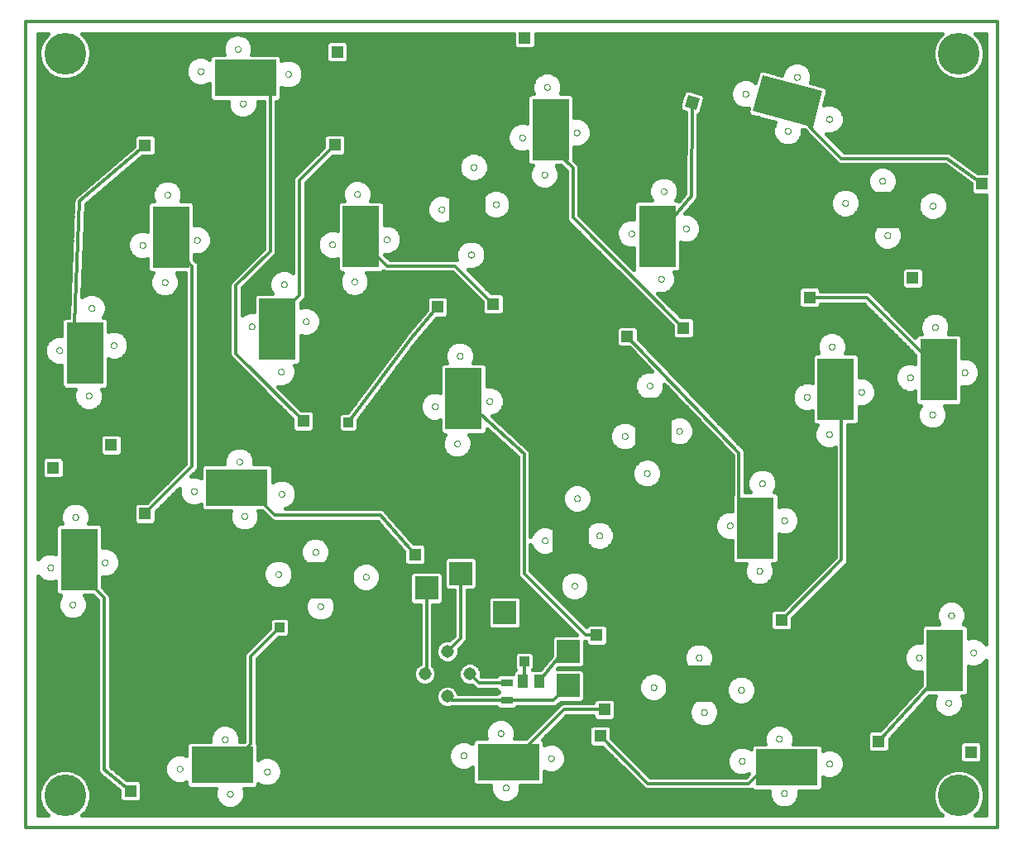
<source format=gtl>
G75*
%MOIN*%
%OFA0B0*%
%FSLAX25Y25*%
%IPPOS*%
%LPD*%
%AMOC8*
5,1,8,0,0,1.08239X$1,22.5*
%
%ADD10C,0.00000*%
%ADD11R,0.04724X0.03150*%
%ADD12C,0.05150*%
%ADD13R,0.15000X0.25000*%
%ADD14R,0.04992X0.04992*%
%ADD15R,0.25000X0.15000*%
%ADD16R,0.04992X0.04992*%
%ADD17R,0.03937X0.05709*%
%ADD18C,0.01200*%
%ADD19R,0.03962X0.03962*%
%ADD20R,0.09449X0.09449*%
%ADD21C,0.16835*%
%ADD22C,0.01600*%
%ADD23R,0.08858X0.08858*%
D10*
X0031800Y0041800D02*
X0031800Y0366603D01*
X0423532Y0366603D01*
X0423532Y0041800D01*
X0031800Y0041800D01*
X0092548Y0065383D02*
X0092550Y0065452D01*
X0092556Y0065520D01*
X0092566Y0065588D01*
X0092580Y0065655D01*
X0092598Y0065722D01*
X0092619Y0065787D01*
X0092645Y0065851D01*
X0092674Y0065913D01*
X0092706Y0065973D01*
X0092742Y0066032D01*
X0092782Y0066088D01*
X0092824Y0066142D01*
X0092870Y0066193D01*
X0092919Y0066242D01*
X0092970Y0066288D01*
X0093024Y0066330D01*
X0093080Y0066370D01*
X0093138Y0066406D01*
X0093199Y0066438D01*
X0093261Y0066467D01*
X0093325Y0066493D01*
X0093390Y0066514D01*
X0093457Y0066532D01*
X0093524Y0066546D01*
X0093592Y0066556D01*
X0093660Y0066562D01*
X0093729Y0066564D01*
X0093798Y0066562D01*
X0093866Y0066556D01*
X0093934Y0066546D01*
X0094001Y0066532D01*
X0094068Y0066514D01*
X0094133Y0066493D01*
X0094197Y0066467D01*
X0094259Y0066438D01*
X0094319Y0066406D01*
X0094378Y0066370D01*
X0094434Y0066330D01*
X0094488Y0066288D01*
X0094539Y0066242D01*
X0094588Y0066193D01*
X0094634Y0066142D01*
X0094676Y0066088D01*
X0094716Y0066032D01*
X0094752Y0065973D01*
X0094784Y0065913D01*
X0094813Y0065851D01*
X0094839Y0065787D01*
X0094860Y0065722D01*
X0094878Y0065655D01*
X0094892Y0065588D01*
X0094902Y0065520D01*
X0094908Y0065452D01*
X0094910Y0065383D01*
X0094908Y0065314D01*
X0094902Y0065246D01*
X0094892Y0065178D01*
X0094878Y0065111D01*
X0094860Y0065044D01*
X0094839Y0064979D01*
X0094813Y0064915D01*
X0094784Y0064853D01*
X0094752Y0064792D01*
X0094716Y0064734D01*
X0094676Y0064678D01*
X0094634Y0064624D01*
X0094588Y0064573D01*
X0094539Y0064524D01*
X0094488Y0064478D01*
X0094434Y0064436D01*
X0094378Y0064396D01*
X0094320Y0064360D01*
X0094259Y0064328D01*
X0094197Y0064299D01*
X0094133Y0064273D01*
X0094068Y0064252D01*
X0094001Y0064234D01*
X0093934Y0064220D01*
X0093866Y0064210D01*
X0093798Y0064204D01*
X0093729Y0064202D01*
X0093660Y0064204D01*
X0093592Y0064210D01*
X0093524Y0064220D01*
X0093457Y0064234D01*
X0093390Y0064252D01*
X0093325Y0064273D01*
X0093261Y0064299D01*
X0093199Y0064328D01*
X0093138Y0064360D01*
X0093080Y0064396D01*
X0093024Y0064436D01*
X0092970Y0064478D01*
X0092919Y0064524D01*
X0092870Y0064573D01*
X0092824Y0064624D01*
X0092782Y0064678D01*
X0092742Y0064734D01*
X0092706Y0064792D01*
X0092674Y0064853D01*
X0092645Y0064915D01*
X0092619Y0064979D01*
X0092598Y0065044D01*
X0092580Y0065111D01*
X0092566Y0065178D01*
X0092556Y0065246D01*
X0092550Y0065314D01*
X0092548Y0065383D01*
X0110816Y0077272D02*
X0110818Y0077341D01*
X0110824Y0077409D01*
X0110834Y0077477D01*
X0110848Y0077544D01*
X0110866Y0077611D01*
X0110887Y0077676D01*
X0110913Y0077740D01*
X0110942Y0077802D01*
X0110974Y0077862D01*
X0111010Y0077921D01*
X0111050Y0077977D01*
X0111092Y0078031D01*
X0111138Y0078082D01*
X0111187Y0078131D01*
X0111238Y0078177D01*
X0111292Y0078219D01*
X0111348Y0078259D01*
X0111406Y0078295D01*
X0111467Y0078327D01*
X0111529Y0078356D01*
X0111593Y0078382D01*
X0111658Y0078403D01*
X0111725Y0078421D01*
X0111792Y0078435D01*
X0111860Y0078445D01*
X0111928Y0078451D01*
X0111997Y0078453D01*
X0112066Y0078451D01*
X0112134Y0078445D01*
X0112202Y0078435D01*
X0112269Y0078421D01*
X0112336Y0078403D01*
X0112401Y0078382D01*
X0112465Y0078356D01*
X0112527Y0078327D01*
X0112587Y0078295D01*
X0112646Y0078259D01*
X0112702Y0078219D01*
X0112756Y0078177D01*
X0112807Y0078131D01*
X0112856Y0078082D01*
X0112902Y0078031D01*
X0112944Y0077977D01*
X0112984Y0077921D01*
X0113020Y0077862D01*
X0113052Y0077802D01*
X0113081Y0077740D01*
X0113107Y0077676D01*
X0113128Y0077611D01*
X0113146Y0077544D01*
X0113160Y0077477D01*
X0113170Y0077409D01*
X0113176Y0077341D01*
X0113178Y0077272D01*
X0113176Y0077203D01*
X0113170Y0077135D01*
X0113160Y0077067D01*
X0113146Y0077000D01*
X0113128Y0076933D01*
X0113107Y0076868D01*
X0113081Y0076804D01*
X0113052Y0076742D01*
X0113020Y0076681D01*
X0112984Y0076623D01*
X0112944Y0076567D01*
X0112902Y0076513D01*
X0112856Y0076462D01*
X0112807Y0076413D01*
X0112756Y0076367D01*
X0112702Y0076325D01*
X0112646Y0076285D01*
X0112588Y0076249D01*
X0112527Y0076217D01*
X0112465Y0076188D01*
X0112401Y0076162D01*
X0112336Y0076141D01*
X0112269Y0076123D01*
X0112202Y0076109D01*
X0112134Y0076099D01*
X0112066Y0076093D01*
X0111997Y0076091D01*
X0111928Y0076093D01*
X0111860Y0076099D01*
X0111792Y0076109D01*
X0111725Y0076123D01*
X0111658Y0076141D01*
X0111593Y0076162D01*
X0111529Y0076188D01*
X0111467Y0076217D01*
X0111406Y0076249D01*
X0111348Y0076285D01*
X0111292Y0076325D01*
X0111238Y0076367D01*
X0111187Y0076413D01*
X0111138Y0076462D01*
X0111092Y0076513D01*
X0111050Y0076567D01*
X0111010Y0076623D01*
X0110974Y0076681D01*
X0110942Y0076742D01*
X0110913Y0076804D01*
X0110887Y0076868D01*
X0110866Y0076933D01*
X0110848Y0077000D01*
X0110834Y0077067D01*
X0110824Y0077135D01*
X0110818Y0077203D01*
X0110816Y0077272D01*
X0127824Y0064280D02*
X0127826Y0064349D01*
X0127832Y0064417D01*
X0127842Y0064485D01*
X0127856Y0064552D01*
X0127874Y0064619D01*
X0127895Y0064684D01*
X0127921Y0064748D01*
X0127950Y0064810D01*
X0127982Y0064870D01*
X0128018Y0064929D01*
X0128058Y0064985D01*
X0128100Y0065039D01*
X0128146Y0065090D01*
X0128195Y0065139D01*
X0128246Y0065185D01*
X0128300Y0065227D01*
X0128356Y0065267D01*
X0128414Y0065303D01*
X0128475Y0065335D01*
X0128537Y0065364D01*
X0128601Y0065390D01*
X0128666Y0065411D01*
X0128733Y0065429D01*
X0128800Y0065443D01*
X0128868Y0065453D01*
X0128936Y0065459D01*
X0129005Y0065461D01*
X0129074Y0065459D01*
X0129142Y0065453D01*
X0129210Y0065443D01*
X0129277Y0065429D01*
X0129344Y0065411D01*
X0129409Y0065390D01*
X0129473Y0065364D01*
X0129535Y0065335D01*
X0129595Y0065303D01*
X0129654Y0065267D01*
X0129710Y0065227D01*
X0129764Y0065185D01*
X0129815Y0065139D01*
X0129864Y0065090D01*
X0129910Y0065039D01*
X0129952Y0064985D01*
X0129992Y0064929D01*
X0130028Y0064870D01*
X0130060Y0064810D01*
X0130089Y0064748D01*
X0130115Y0064684D01*
X0130136Y0064619D01*
X0130154Y0064552D01*
X0130168Y0064485D01*
X0130178Y0064417D01*
X0130184Y0064349D01*
X0130186Y0064280D01*
X0130184Y0064211D01*
X0130178Y0064143D01*
X0130168Y0064075D01*
X0130154Y0064008D01*
X0130136Y0063941D01*
X0130115Y0063876D01*
X0130089Y0063812D01*
X0130060Y0063750D01*
X0130028Y0063689D01*
X0129992Y0063631D01*
X0129952Y0063575D01*
X0129910Y0063521D01*
X0129864Y0063470D01*
X0129815Y0063421D01*
X0129764Y0063375D01*
X0129710Y0063333D01*
X0129654Y0063293D01*
X0129596Y0063257D01*
X0129535Y0063225D01*
X0129473Y0063196D01*
X0129409Y0063170D01*
X0129344Y0063149D01*
X0129277Y0063131D01*
X0129210Y0063117D01*
X0129142Y0063107D01*
X0129074Y0063101D01*
X0129005Y0063099D01*
X0128936Y0063101D01*
X0128868Y0063107D01*
X0128800Y0063117D01*
X0128733Y0063131D01*
X0128666Y0063149D01*
X0128601Y0063170D01*
X0128537Y0063196D01*
X0128475Y0063225D01*
X0128414Y0063257D01*
X0128356Y0063293D01*
X0128300Y0063333D01*
X0128246Y0063375D01*
X0128195Y0063421D01*
X0128146Y0063470D01*
X0128100Y0063521D01*
X0128058Y0063575D01*
X0128018Y0063631D01*
X0127982Y0063689D01*
X0127950Y0063750D01*
X0127921Y0063812D01*
X0127895Y0063876D01*
X0127874Y0063941D01*
X0127856Y0064008D01*
X0127842Y0064075D01*
X0127832Y0064143D01*
X0127826Y0064211D01*
X0127824Y0064280D01*
X0112863Y0055343D02*
X0112865Y0055412D01*
X0112871Y0055480D01*
X0112881Y0055548D01*
X0112895Y0055615D01*
X0112913Y0055682D01*
X0112934Y0055747D01*
X0112960Y0055811D01*
X0112989Y0055873D01*
X0113021Y0055933D01*
X0113057Y0055992D01*
X0113097Y0056048D01*
X0113139Y0056102D01*
X0113185Y0056153D01*
X0113234Y0056202D01*
X0113285Y0056248D01*
X0113339Y0056290D01*
X0113395Y0056330D01*
X0113453Y0056366D01*
X0113514Y0056398D01*
X0113576Y0056427D01*
X0113640Y0056453D01*
X0113705Y0056474D01*
X0113772Y0056492D01*
X0113839Y0056506D01*
X0113907Y0056516D01*
X0113975Y0056522D01*
X0114044Y0056524D01*
X0114113Y0056522D01*
X0114181Y0056516D01*
X0114249Y0056506D01*
X0114316Y0056492D01*
X0114383Y0056474D01*
X0114448Y0056453D01*
X0114512Y0056427D01*
X0114574Y0056398D01*
X0114634Y0056366D01*
X0114693Y0056330D01*
X0114749Y0056290D01*
X0114803Y0056248D01*
X0114854Y0056202D01*
X0114903Y0056153D01*
X0114949Y0056102D01*
X0114991Y0056048D01*
X0115031Y0055992D01*
X0115067Y0055933D01*
X0115099Y0055873D01*
X0115128Y0055811D01*
X0115154Y0055747D01*
X0115175Y0055682D01*
X0115193Y0055615D01*
X0115207Y0055548D01*
X0115217Y0055480D01*
X0115223Y0055412D01*
X0115225Y0055343D01*
X0115223Y0055274D01*
X0115217Y0055206D01*
X0115207Y0055138D01*
X0115193Y0055071D01*
X0115175Y0055004D01*
X0115154Y0054939D01*
X0115128Y0054875D01*
X0115099Y0054813D01*
X0115067Y0054752D01*
X0115031Y0054694D01*
X0114991Y0054638D01*
X0114949Y0054584D01*
X0114903Y0054533D01*
X0114854Y0054484D01*
X0114803Y0054438D01*
X0114749Y0054396D01*
X0114693Y0054356D01*
X0114635Y0054320D01*
X0114574Y0054288D01*
X0114512Y0054259D01*
X0114448Y0054233D01*
X0114383Y0054212D01*
X0114316Y0054194D01*
X0114249Y0054180D01*
X0114181Y0054170D01*
X0114113Y0054164D01*
X0114044Y0054162D01*
X0113975Y0054164D01*
X0113907Y0054170D01*
X0113839Y0054180D01*
X0113772Y0054194D01*
X0113705Y0054212D01*
X0113640Y0054233D01*
X0113576Y0054259D01*
X0113514Y0054288D01*
X0113453Y0054320D01*
X0113395Y0054356D01*
X0113339Y0054396D01*
X0113285Y0054438D01*
X0113234Y0054484D01*
X0113185Y0054533D01*
X0113139Y0054584D01*
X0113097Y0054638D01*
X0113057Y0054694D01*
X0113021Y0054752D01*
X0112989Y0054813D01*
X0112960Y0054875D01*
X0112934Y0054939D01*
X0112913Y0055004D01*
X0112895Y0055071D01*
X0112881Y0055138D01*
X0112871Y0055206D01*
X0112865Y0055274D01*
X0112863Y0055343D01*
X0149320Y0130894D02*
X0149322Y0130963D01*
X0149328Y0131031D01*
X0149338Y0131099D01*
X0149352Y0131166D01*
X0149370Y0131233D01*
X0149391Y0131298D01*
X0149417Y0131362D01*
X0149446Y0131424D01*
X0149478Y0131484D01*
X0149514Y0131543D01*
X0149554Y0131599D01*
X0149596Y0131653D01*
X0149642Y0131704D01*
X0149691Y0131753D01*
X0149742Y0131799D01*
X0149796Y0131841D01*
X0149852Y0131881D01*
X0149910Y0131917D01*
X0149971Y0131949D01*
X0150033Y0131978D01*
X0150097Y0132004D01*
X0150162Y0132025D01*
X0150229Y0132043D01*
X0150296Y0132057D01*
X0150364Y0132067D01*
X0150432Y0132073D01*
X0150501Y0132075D01*
X0150570Y0132073D01*
X0150638Y0132067D01*
X0150706Y0132057D01*
X0150773Y0132043D01*
X0150840Y0132025D01*
X0150905Y0132004D01*
X0150969Y0131978D01*
X0151031Y0131949D01*
X0151091Y0131917D01*
X0151150Y0131881D01*
X0151206Y0131841D01*
X0151260Y0131799D01*
X0151311Y0131753D01*
X0151360Y0131704D01*
X0151406Y0131653D01*
X0151448Y0131599D01*
X0151488Y0131543D01*
X0151524Y0131484D01*
X0151556Y0131424D01*
X0151585Y0131362D01*
X0151611Y0131298D01*
X0151632Y0131233D01*
X0151650Y0131166D01*
X0151664Y0131099D01*
X0151674Y0131031D01*
X0151680Y0130963D01*
X0151682Y0130894D01*
X0151680Y0130825D01*
X0151674Y0130757D01*
X0151664Y0130689D01*
X0151650Y0130622D01*
X0151632Y0130555D01*
X0151611Y0130490D01*
X0151585Y0130426D01*
X0151556Y0130364D01*
X0151524Y0130303D01*
X0151488Y0130245D01*
X0151448Y0130189D01*
X0151406Y0130135D01*
X0151360Y0130084D01*
X0151311Y0130035D01*
X0151260Y0129989D01*
X0151206Y0129947D01*
X0151150Y0129907D01*
X0151092Y0129871D01*
X0151031Y0129839D01*
X0150969Y0129810D01*
X0150905Y0129784D01*
X0150840Y0129763D01*
X0150773Y0129745D01*
X0150706Y0129731D01*
X0150638Y0129721D01*
X0150570Y0129715D01*
X0150501Y0129713D01*
X0150432Y0129715D01*
X0150364Y0129721D01*
X0150296Y0129731D01*
X0150229Y0129745D01*
X0150162Y0129763D01*
X0150097Y0129784D01*
X0150033Y0129810D01*
X0149971Y0129839D01*
X0149910Y0129871D01*
X0149852Y0129907D01*
X0149796Y0129947D01*
X0149742Y0129989D01*
X0149691Y0130035D01*
X0149642Y0130084D01*
X0149596Y0130135D01*
X0149554Y0130189D01*
X0149514Y0130245D01*
X0149478Y0130303D01*
X0149446Y0130364D01*
X0149417Y0130426D01*
X0149391Y0130490D01*
X0149370Y0130555D01*
X0149352Y0130622D01*
X0149338Y0130689D01*
X0149328Y0130757D01*
X0149322Y0130825D01*
X0149320Y0130894D01*
X0132312Y0143887D02*
X0132314Y0143956D01*
X0132320Y0144024D01*
X0132330Y0144092D01*
X0132344Y0144159D01*
X0132362Y0144226D01*
X0132383Y0144291D01*
X0132409Y0144355D01*
X0132438Y0144417D01*
X0132470Y0144477D01*
X0132506Y0144536D01*
X0132546Y0144592D01*
X0132588Y0144646D01*
X0132634Y0144697D01*
X0132683Y0144746D01*
X0132734Y0144792D01*
X0132788Y0144834D01*
X0132844Y0144874D01*
X0132902Y0144910D01*
X0132963Y0144942D01*
X0133025Y0144971D01*
X0133089Y0144997D01*
X0133154Y0145018D01*
X0133221Y0145036D01*
X0133288Y0145050D01*
X0133356Y0145060D01*
X0133424Y0145066D01*
X0133493Y0145068D01*
X0133562Y0145066D01*
X0133630Y0145060D01*
X0133698Y0145050D01*
X0133765Y0145036D01*
X0133832Y0145018D01*
X0133897Y0144997D01*
X0133961Y0144971D01*
X0134023Y0144942D01*
X0134083Y0144910D01*
X0134142Y0144874D01*
X0134198Y0144834D01*
X0134252Y0144792D01*
X0134303Y0144746D01*
X0134352Y0144697D01*
X0134398Y0144646D01*
X0134440Y0144592D01*
X0134480Y0144536D01*
X0134516Y0144477D01*
X0134548Y0144417D01*
X0134577Y0144355D01*
X0134603Y0144291D01*
X0134624Y0144226D01*
X0134642Y0144159D01*
X0134656Y0144092D01*
X0134666Y0144024D01*
X0134672Y0143956D01*
X0134674Y0143887D01*
X0134672Y0143818D01*
X0134666Y0143750D01*
X0134656Y0143682D01*
X0134642Y0143615D01*
X0134624Y0143548D01*
X0134603Y0143483D01*
X0134577Y0143419D01*
X0134548Y0143357D01*
X0134516Y0143296D01*
X0134480Y0143238D01*
X0134440Y0143182D01*
X0134398Y0143128D01*
X0134352Y0143077D01*
X0134303Y0143028D01*
X0134252Y0142982D01*
X0134198Y0142940D01*
X0134142Y0142900D01*
X0134084Y0142864D01*
X0134023Y0142832D01*
X0133961Y0142803D01*
X0133897Y0142777D01*
X0133832Y0142756D01*
X0133765Y0142738D01*
X0133698Y0142724D01*
X0133630Y0142714D01*
X0133562Y0142708D01*
X0133493Y0142706D01*
X0133424Y0142708D01*
X0133356Y0142714D01*
X0133288Y0142724D01*
X0133221Y0142738D01*
X0133154Y0142756D01*
X0133089Y0142777D01*
X0133025Y0142803D01*
X0132963Y0142832D01*
X0132902Y0142864D01*
X0132844Y0142900D01*
X0132788Y0142940D01*
X0132734Y0142982D01*
X0132683Y0143028D01*
X0132634Y0143077D01*
X0132588Y0143128D01*
X0132546Y0143182D01*
X0132506Y0143238D01*
X0132470Y0143296D01*
X0132438Y0143357D01*
X0132409Y0143419D01*
X0132383Y0143483D01*
X0132362Y0143548D01*
X0132344Y0143615D01*
X0132330Y0143682D01*
X0132320Y0143750D01*
X0132314Y0143818D01*
X0132312Y0143887D01*
X0147273Y0152824D02*
X0147275Y0152893D01*
X0147281Y0152961D01*
X0147291Y0153029D01*
X0147305Y0153096D01*
X0147323Y0153163D01*
X0147344Y0153228D01*
X0147370Y0153292D01*
X0147399Y0153354D01*
X0147431Y0153414D01*
X0147467Y0153473D01*
X0147507Y0153529D01*
X0147549Y0153583D01*
X0147595Y0153634D01*
X0147644Y0153683D01*
X0147695Y0153729D01*
X0147749Y0153771D01*
X0147805Y0153811D01*
X0147863Y0153847D01*
X0147924Y0153879D01*
X0147986Y0153908D01*
X0148050Y0153934D01*
X0148115Y0153955D01*
X0148182Y0153973D01*
X0148249Y0153987D01*
X0148317Y0153997D01*
X0148385Y0154003D01*
X0148454Y0154005D01*
X0148523Y0154003D01*
X0148591Y0153997D01*
X0148659Y0153987D01*
X0148726Y0153973D01*
X0148793Y0153955D01*
X0148858Y0153934D01*
X0148922Y0153908D01*
X0148984Y0153879D01*
X0149044Y0153847D01*
X0149103Y0153811D01*
X0149159Y0153771D01*
X0149213Y0153729D01*
X0149264Y0153683D01*
X0149313Y0153634D01*
X0149359Y0153583D01*
X0149401Y0153529D01*
X0149441Y0153473D01*
X0149477Y0153414D01*
X0149509Y0153354D01*
X0149538Y0153292D01*
X0149564Y0153228D01*
X0149585Y0153163D01*
X0149603Y0153096D01*
X0149617Y0153029D01*
X0149627Y0152961D01*
X0149633Y0152893D01*
X0149635Y0152824D01*
X0149633Y0152755D01*
X0149627Y0152687D01*
X0149617Y0152619D01*
X0149603Y0152552D01*
X0149585Y0152485D01*
X0149564Y0152420D01*
X0149538Y0152356D01*
X0149509Y0152294D01*
X0149477Y0152233D01*
X0149441Y0152175D01*
X0149401Y0152119D01*
X0149359Y0152065D01*
X0149313Y0152014D01*
X0149264Y0151965D01*
X0149213Y0151919D01*
X0149159Y0151877D01*
X0149103Y0151837D01*
X0149045Y0151801D01*
X0148984Y0151769D01*
X0148922Y0151740D01*
X0148858Y0151714D01*
X0148793Y0151693D01*
X0148726Y0151675D01*
X0148659Y0151661D01*
X0148591Y0151651D01*
X0148523Y0151645D01*
X0148454Y0151643D01*
X0148385Y0151645D01*
X0148317Y0151651D01*
X0148249Y0151661D01*
X0148182Y0151675D01*
X0148115Y0151693D01*
X0148050Y0151714D01*
X0147986Y0151740D01*
X0147924Y0151769D01*
X0147863Y0151801D01*
X0147805Y0151837D01*
X0147749Y0151877D01*
X0147695Y0151919D01*
X0147644Y0151965D01*
X0147595Y0152014D01*
X0147549Y0152065D01*
X0147507Y0152119D01*
X0147467Y0152175D01*
X0147431Y0152233D01*
X0147399Y0152294D01*
X0147370Y0152356D01*
X0147344Y0152420D01*
X0147323Y0152485D01*
X0147305Y0152552D01*
X0147291Y0152619D01*
X0147281Y0152687D01*
X0147275Y0152755D01*
X0147273Y0152824D01*
X0167588Y0142784D02*
X0167590Y0142853D01*
X0167596Y0142921D01*
X0167606Y0142989D01*
X0167620Y0143056D01*
X0167638Y0143123D01*
X0167659Y0143188D01*
X0167685Y0143252D01*
X0167714Y0143314D01*
X0167746Y0143374D01*
X0167782Y0143433D01*
X0167822Y0143489D01*
X0167864Y0143543D01*
X0167910Y0143594D01*
X0167959Y0143643D01*
X0168010Y0143689D01*
X0168064Y0143731D01*
X0168120Y0143771D01*
X0168178Y0143807D01*
X0168239Y0143839D01*
X0168301Y0143868D01*
X0168365Y0143894D01*
X0168430Y0143915D01*
X0168497Y0143933D01*
X0168564Y0143947D01*
X0168632Y0143957D01*
X0168700Y0143963D01*
X0168769Y0143965D01*
X0168838Y0143963D01*
X0168906Y0143957D01*
X0168974Y0143947D01*
X0169041Y0143933D01*
X0169108Y0143915D01*
X0169173Y0143894D01*
X0169237Y0143868D01*
X0169299Y0143839D01*
X0169359Y0143807D01*
X0169418Y0143771D01*
X0169474Y0143731D01*
X0169528Y0143689D01*
X0169579Y0143643D01*
X0169628Y0143594D01*
X0169674Y0143543D01*
X0169716Y0143489D01*
X0169756Y0143433D01*
X0169792Y0143374D01*
X0169824Y0143314D01*
X0169853Y0143252D01*
X0169879Y0143188D01*
X0169900Y0143123D01*
X0169918Y0143056D01*
X0169932Y0142989D01*
X0169942Y0142921D01*
X0169948Y0142853D01*
X0169950Y0142784D01*
X0169948Y0142715D01*
X0169942Y0142647D01*
X0169932Y0142579D01*
X0169918Y0142512D01*
X0169900Y0142445D01*
X0169879Y0142380D01*
X0169853Y0142316D01*
X0169824Y0142254D01*
X0169792Y0142193D01*
X0169756Y0142135D01*
X0169716Y0142079D01*
X0169674Y0142025D01*
X0169628Y0141974D01*
X0169579Y0141925D01*
X0169528Y0141879D01*
X0169474Y0141837D01*
X0169418Y0141797D01*
X0169360Y0141761D01*
X0169299Y0141729D01*
X0169237Y0141700D01*
X0169173Y0141674D01*
X0169108Y0141653D01*
X0169041Y0141635D01*
X0168974Y0141621D01*
X0168906Y0141611D01*
X0168838Y0141605D01*
X0168769Y0141603D01*
X0168700Y0141605D01*
X0168632Y0141611D01*
X0168564Y0141621D01*
X0168497Y0141635D01*
X0168430Y0141653D01*
X0168365Y0141674D01*
X0168301Y0141700D01*
X0168239Y0141729D01*
X0168178Y0141761D01*
X0168120Y0141797D01*
X0168064Y0141837D01*
X0168010Y0141879D01*
X0167959Y0141925D01*
X0167910Y0141974D01*
X0167864Y0142025D01*
X0167822Y0142079D01*
X0167782Y0142135D01*
X0167746Y0142193D01*
X0167714Y0142254D01*
X0167685Y0142316D01*
X0167659Y0142380D01*
X0167638Y0142445D01*
X0167620Y0142512D01*
X0167606Y0142579D01*
X0167596Y0142647D01*
X0167590Y0142715D01*
X0167588Y0142784D01*
X0133650Y0176209D02*
X0133652Y0176278D01*
X0133658Y0176346D01*
X0133668Y0176414D01*
X0133682Y0176481D01*
X0133700Y0176548D01*
X0133721Y0176613D01*
X0133747Y0176677D01*
X0133776Y0176739D01*
X0133808Y0176799D01*
X0133844Y0176858D01*
X0133884Y0176914D01*
X0133926Y0176968D01*
X0133972Y0177019D01*
X0134021Y0177068D01*
X0134072Y0177114D01*
X0134126Y0177156D01*
X0134182Y0177196D01*
X0134240Y0177232D01*
X0134301Y0177264D01*
X0134363Y0177293D01*
X0134427Y0177319D01*
X0134492Y0177340D01*
X0134559Y0177358D01*
X0134626Y0177372D01*
X0134694Y0177382D01*
X0134762Y0177388D01*
X0134831Y0177390D01*
X0134900Y0177388D01*
X0134968Y0177382D01*
X0135036Y0177372D01*
X0135103Y0177358D01*
X0135170Y0177340D01*
X0135235Y0177319D01*
X0135299Y0177293D01*
X0135361Y0177264D01*
X0135421Y0177232D01*
X0135480Y0177196D01*
X0135536Y0177156D01*
X0135590Y0177114D01*
X0135641Y0177068D01*
X0135690Y0177019D01*
X0135736Y0176968D01*
X0135778Y0176914D01*
X0135818Y0176858D01*
X0135854Y0176799D01*
X0135886Y0176739D01*
X0135915Y0176677D01*
X0135941Y0176613D01*
X0135962Y0176548D01*
X0135980Y0176481D01*
X0135994Y0176414D01*
X0136004Y0176346D01*
X0136010Y0176278D01*
X0136012Y0176209D01*
X0136010Y0176140D01*
X0136004Y0176072D01*
X0135994Y0176004D01*
X0135980Y0175937D01*
X0135962Y0175870D01*
X0135941Y0175805D01*
X0135915Y0175741D01*
X0135886Y0175679D01*
X0135854Y0175618D01*
X0135818Y0175560D01*
X0135778Y0175504D01*
X0135736Y0175450D01*
X0135690Y0175399D01*
X0135641Y0175350D01*
X0135590Y0175304D01*
X0135536Y0175262D01*
X0135480Y0175222D01*
X0135422Y0175186D01*
X0135361Y0175154D01*
X0135299Y0175125D01*
X0135235Y0175099D01*
X0135170Y0175078D01*
X0135103Y0175060D01*
X0135036Y0175046D01*
X0134968Y0175036D01*
X0134900Y0175030D01*
X0134831Y0175028D01*
X0134762Y0175030D01*
X0134694Y0175036D01*
X0134626Y0175046D01*
X0134559Y0175060D01*
X0134492Y0175078D01*
X0134427Y0175099D01*
X0134363Y0175125D01*
X0134301Y0175154D01*
X0134240Y0175186D01*
X0134182Y0175222D01*
X0134126Y0175262D01*
X0134072Y0175304D01*
X0134021Y0175350D01*
X0133972Y0175399D01*
X0133926Y0175450D01*
X0133884Y0175504D01*
X0133844Y0175560D01*
X0133808Y0175618D01*
X0133776Y0175679D01*
X0133747Y0175741D01*
X0133721Y0175805D01*
X0133700Y0175870D01*
X0133682Y0175937D01*
X0133668Y0176004D01*
X0133658Y0176072D01*
X0133652Y0176140D01*
X0133650Y0176209D01*
X0118690Y0167272D02*
X0118692Y0167341D01*
X0118698Y0167409D01*
X0118708Y0167477D01*
X0118722Y0167544D01*
X0118740Y0167611D01*
X0118761Y0167676D01*
X0118787Y0167740D01*
X0118816Y0167802D01*
X0118848Y0167862D01*
X0118884Y0167921D01*
X0118924Y0167977D01*
X0118966Y0168031D01*
X0119012Y0168082D01*
X0119061Y0168131D01*
X0119112Y0168177D01*
X0119166Y0168219D01*
X0119222Y0168259D01*
X0119280Y0168295D01*
X0119341Y0168327D01*
X0119403Y0168356D01*
X0119467Y0168382D01*
X0119532Y0168403D01*
X0119599Y0168421D01*
X0119666Y0168435D01*
X0119734Y0168445D01*
X0119802Y0168451D01*
X0119871Y0168453D01*
X0119940Y0168451D01*
X0120008Y0168445D01*
X0120076Y0168435D01*
X0120143Y0168421D01*
X0120210Y0168403D01*
X0120275Y0168382D01*
X0120339Y0168356D01*
X0120401Y0168327D01*
X0120461Y0168295D01*
X0120520Y0168259D01*
X0120576Y0168219D01*
X0120630Y0168177D01*
X0120681Y0168131D01*
X0120730Y0168082D01*
X0120776Y0168031D01*
X0120818Y0167977D01*
X0120858Y0167921D01*
X0120894Y0167862D01*
X0120926Y0167802D01*
X0120955Y0167740D01*
X0120981Y0167676D01*
X0121002Y0167611D01*
X0121020Y0167544D01*
X0121034Y0167477D01*
X0121044Y0167409D01*
X0121050Y0167341D01*
X0121052Y0167272D01*
X0121050Y0167203D01*
X0121044Y0167135D01*
X0121034Y0167067D01*
X0121020Y0167000D01*
X0121002Y0166933D01*
X0120981Y0166868D01*
X0120955Y0166804D01*
X0120926Y0166742D01*
X0120894Y0166681D01*
X0120858Y0166623D01*
X0120818Y0166567D01*
X0120776Y0166513D01*
X0120730Y0166462D01*
X0120681Y0166413D01*
X0120630Y0166367D01*
X0120576Y0166325D01*
X0120520Y0166285D01*
X0120462Y0166249D01*
X0120401Y0166217D01*
X0120339Y0166188D01*
X0120275Y0166162D01*
X0120210Y0166141D01*
X0120143Y0166123D01*
X0120076Y0166109D01*
X0120008Y0166099D01*
X0119940Y0166093D01*
X0119871Y0166091D01*
X0119802Y0166093D01*
X0119734Y0166099D01*
X0119666Y0166109D01*
X0119599Y0166123D01*
X0119532Y0166141D01*
X0119467Y0166162D01*
X0119403Y0166188D01*
X0119341Y0166217D01*
X0119280Y0166249D01*
X0119222Y0166285D01*
X0119166Y0166325D01*
X0119112Y0166367D01*
X0119061Y0166413D01*
X0119012Y0166462D01*
X0118966Y0166513D01*
X0118924Y0166567D01*
X0118884Y0166623D01*
X0118848Y0166681D01*
X0118816Y0166742D01*
X0118787Y0166804D01*
X0118761Y0166868D01*
X0118740Y0166933D01*
X0118722Y0167000D01*
X0118708Y0167067D01*
X0118698Y0167135D01*
X0118692Y0167203D01*
X0118690Y0167272D01*
X0098375Y0177312D02*
X0098377Y0177381D01*
X0098383Y0177449D01*
X0098393Y0177517D01*
X0098407Y0177584D01*
X0098425Y0177651D01*
X0098446Y0177716D01*
X0098472Y0177780D01*
X0098501Y0177842D01*
X0098533Y0177902D01*
X0098569Y0177961D01*
X0098609Y0178017D01*
X0098651Y0178071D01*
X0098697Y0178122D01*
X0098746Y0178171D01*
X0098797Y0178217D01*
X0098851Y0178259D01*
X0098907Y0178299D01*
X0098965Y0178335D01*
X0099026Y0178367D01*
X0099088Y0178396D01*
X0099152Y0178422D01*
X0099217Y0178443D01*
X0099284Y0178461D01*
X0099351Y0178475D01*
X0099419Y0178485D01*
X0099487Y0178491D01*
X0099556Y0178493D01*
X0099625Y0178491D01*
X0099693Y0178485D01*
X0099761Y0178475D01*
X0099828Y0178461D01*
X0099895Y0178443D01*
X0099960Y0178422D01*
X0100024Y0178396D01*
X0100086Y0178367D01*
X0100146Y0178335D01*
X0100205Y0178299D01*
X0100261Y0178259D01*
X0100315Y0178217D01*
X0100366Y0178171D01*
X0100415Y0178122D01*
X0100461Y0178071D01*
X0100503Y0178017D01*
X0100543Y0177961D01*
X0100579Y0177902D01*
X0100611Y0177842D01*
X0100640Y0177780D01*
X0100666Y0177716D01*
X0100687Y0177651D01*
X0100705Y0177584D01*
X0100719Y0177517D01*
X0100729Y0177449D01*
X0100735Y0177381D01*
X0100737Y0177312D01*
X0100735Y0177243D01*
X0100729Y0177175D01*
X0100719Y0177107D01*
X0100705Y0177040D01*
X0100687Y0176973D01*
X0100666Y0176908D01*
X0100640Y0176844D01*
X0100611Y0176782D01*
X0100579Y0176721D01*
X0100543Y0176663D01*
X0100503Y0176607D01*
X0100461Y0176553D01*
X0100415Y0176502D01*
X0100366Y0176453D01*
X0100315Y0176407D01*
X0100261Y0176365D01*
X0100205Y0176325D01*
X0100147Y0176289D01*
X0100086Y0176257D01*
X0100024Y0176228D01*
X0099960Y0176202D01*
X0099895Y0176181D01*
X0099828Y0176163D01*
X0099761Y0176149D01*
X0099693Y0176139D01*
X0099625Y0176133D01*
X0099556Y0176131D01*
X0099487Y0176133D01*
X0099419Y0176139D01*
X0099351Y0176149D01*
X0099284Y0176163D01*
X0099217Y0176181D01*
X0099152Y0176202D01*
X0099088Y0176228D01*
X0099026Y0176257D01*
X0098965Y0176289D01*
X0098907Y0176325D01*
X0098851Y0176365D01*
X0098797Y0176407D01*
X0098746Y0176453D01*
X0098697Y0176502D01*
X0098651Y0176553D01*
X0098609Y0176607D01*
X0098569Y0176663D01*
X0098533Y0176721D01*
X0098501Y0176782D01*
X0098472Y0176844D01*
X0098446Y0176908D01*
X0098425Y0176973D01*
X0098407Y0177040D01*
X0098393Y0177107D01*
X0098383Y0177175D01*
X0098377Y0177243D01*
X0098375Y0177312D01*
X0116643Y0189202D02*
X0116645Y0189271D01*
X0116651Y0189339D01*
X0116661Y0189407D01*
X0116675Y0189474D01*
X0116693Y0189541D01*
X0116714Y0189606D01*
X0116740Y0189670D01*
X0116769Y0189732D01*
X0116801Y0189792D01*
X0116837Y0189851D01*
X0116877Y0189907D01*
X0116919Y0189961D01*
X0116965Y0190012D01*
X0117014Y0190061D01*
X0117065Y0190107D01*
X0117119Y0190149D01*
X0117175Y0190189D01*
X0117233Y0190225D01*
X0117294Y0190257D01*
X0117356Y0190286D01*
X0117420Y0190312D01*
X0117485Y0190333D01*
X0117552Y0190351D01*
X0117619Y0190365D01*
X0117687Y0190375D01*
X0117755Y0190381D01*
X0117824Y0190383D01*
X0117893Y0190381D01*
X0117961Y0190375D01*
X0118029Y0190365D01*
X0118096Y0190351D01*
X0118163Y0190333D01*
X0118228Y0190312D01*
X0118292Y0190286D01*
X0118354Y0190257D01*
X0118414Y0190225D01*
X0118473Y0190189D01*
X0118529Y0190149D01*
X0118583Y0190107D01*
X0118634Y0190061D01*
X0118683Y0190012D01*
X0118729Y0189961D01*
X0118771Y0189907D01*
X0118811Y0189851D01*
X0118847Y0189792D01*
X0118879Y0189732D01*
X0118908Y0189670D01*
X0118934Y0189606D01*
X0118955Y0189541D01*
X0118973Y0189474D01*
X0118987Y0189407D01*
X0118997Y0189339D01*
X0119003Y0189271D01*
X0119005Y0189202D01*
X0119003Y0189133D01*
X0118997Y0189065D01*
X0118987Y0188997D01*
X0118973Y0188930D01*
X0118955Y0188863D01*
X0118934Y0188798D01*
X0118908Y0188734D01*
X0118879Y0188672D01*
X0118847Y0188611D01*
X0118811Y0188553D01*
X0118771Y0188497D01*
X0118729Y0188443D01*
X0118683Y0188392D01*
X0118634Y0188343D01*
X0118583Y0188297D01*
X0118529Y0188255D01*
X0118473Y0188215D01*
X0118415Y0188179D01*
X0118354Y0188147D01*
X0118292Y0188118D01*
X0118228Y0188092D01*
X0118163Y0188071D01*
X0118096Y0188053D01*
X0118029Y0188039D01*
X0117961Y0188029D01*
X0117893Y0188023D01*
X0117824Y0188021D01*
X0117755Y0188023D01*
X0117687Y0188029D01*
X0117619Y0188039D01*
X0117552Y0188053D01*
X0117485Y0188071D01*
X0117420Y0188092D01*
X0117356Y0188118D01*
X0117294Y0188147D01*
X0117233Y0188179D01*
X0117175Y0188215D01*
X0117119Y0188255D01*
X0117065Y0188297D01*
X0117014Y0188343D01*
X0116965Y0188392D01*
X0116919Y0188443D01*
X0116877Y0188497D01*
X0116837Y0188553D01*
X0116801Y0188611D01*
X0116769Y0188672D01*
X0116740Y0188734D01*
X0116714Y0188798D01*
X0116693Y0188863D01*
X0116675Y0188930D01*
X0116661Y0188997D01*
X0116651Y0189065D01*
X0116645Y0189133D01*
X0116643Y0189202D01*
X0133454Y0225461D02*
X0133456Y0225530D01*
X0133462Y0225598D01*
X0133472Y0225666D01*
X0133486Y0225733D01*
X0133504Y0225800D01*
X0133525Y0225865D01*
X0133551Y0225929D01*
X0133580Y0225991D01*
X0133612Y0226051D01*
X0133648Y0226110D01*
X0133688Y0226166D01*
X0133730Y0226220D01*
X0133776Y0226271D01*
X0133825Y0226320D01*
X0133876Y0226366D01*
X0133930Y0226408D01*
X0133986Y0226448D01*
X0134044Y0226484D01*
X0134105Y0226516D01*
X0134167Y0226545D01*
X0134231Y0226571D01*
X0134296Y0226592D01*
X0134363Y0226610D01*
X0134430Y0226624D01*
X0134498Y0226634D01*
X0134566Y0226640D01*
X0134635Y0226642D01*
X0134704Y0226640D01*
X0134772Y0226634D01*
X0134840Y0226624D01*
X0134907Y0226610D01*
X0134974Y0226592D01*
X0135039Y0226571D01*
X0135103Y0226545D01*
X0135165Y0226516D01*
X0135225Y0226484D01*
X0135284Y0226448D01*
X0135340Y0226408D01*
X0135394Y0226366D01*
X0135445Y0226320D01*
X0135494Y0226271D01*
X0135540Y0226220D01*
X0135582Y0226166D01*
X0135622Y0226110D01*
X0135658Y0226051D01*
X0135690Y0225991D01*
X0135719Y0225929D01*
X0135745Y0225865D01*
X0135766Y0225800D01*
X0135784Y0225733D01*
X0135798Y0225666D01*
X0135808Y0225598D01*
X0135814Y0225530D01*
X0135816Y0225461D01*
X0135814Y0225392D01*
X0135808Y0225324D01*
X0135798Y0225256D01*
X0135784Y0225189D01*
X0135766Y0225122D01*
X0135745Y0225057D01*
X0135719Y0224993D01*
X0135690Y0224931D01*
X0135658Y0224870D01*
X0135622Y0224812D01*
X0135582Y0224756D01*
X0135540Y0224702D01*
X0135494Y0224651D01*
X0135445Y0224602D01*
X0135394Y0224556D01*
X0135340Y0224514D01*
X0135284Y0224474D01*
X0135226Y0224438D01*
X0135165Y0224406D01*
X0135103Y0224377D01*
X0135039Y0224351D01*
X0134974Y0224330D01*
X0134907Y0224312D01*
X0134840Y0224298D01*
X0134772Y0224288D01*
X0134704Y0224282D01*
X0134635Y0224280D01*
X0134566Y0224282D01*
X0134498Y0224288D01*
X0134430Y0224298D01*
X0134363Y0224312D01*
X0134296Y0224330D01*
X0134231Y0224351D01*
X0134167Y0224377D01*
X0134105Y0224406D01*
X0134044Y0224438D01*
X0133986Y0224474D01*
X0133930Y0224514D01*
X0133876Y0224556D01*
X0133825Y0224602D01*
X0133776Y0224651D01*
X0133730Y0224702D01*
X0133688Y0224756D01*
X0133648Y0224812D01*
X0133612Y0224870D01*
X0133580Y0224931D01*
X0133551Y0224993D01*
X0133525Y0225057D01*
X0133504Y0225122D01*
X0133486Y0225189D01*
X0133472Y0225256D01*
X0133462Y0225324D01*
X0133456Y0225392D01*
X0133454Y0225461D01*
X0121564Y0243729D02*
X0121566Y0243798D01*
X0121572Y0243866D01*
X0121582Y0243934D01*
X0121596Y0244001D01*
X0121614Y0244068D01*
X0121635Y0244133D01*
X0121661Y0244197D01*
X0121690Y0244259D01*
X0121722Y0244319D01*
X0121758Y0244378D01*
X0121798Y0244434D01*
X0121840Y0244488D01*
X0121886Y0244539D01*
X0121935Y0244588D01*
X0121986Y0244634D01*
X0122040Y0244676D01*
X0122096Y0244716D01*
X0122154Y0244752D01*
X0122215Y0244784D01*
X0122277Y0244813D01*
X0122341Y0244839D01*
X0122406Y0244860D01*
X0122473Y0244878D01*
X0122540Y0244892D01*
X0122608Y0244902D01*
X0122676Y0244908D01*
X0122745Y0244910D01*
X0122814Y0244908D01*
X0122882Y0244902D01*
X0122950Y0244892D01*
X0123017Y0244878D01*
X0123084Y0244860D01*
X0123149Y0244839D01*
X0123213Y0244813D01*
X0123275Y0244784D01*
X0123335Y0244752D01*
X0123394Y0244716D01*
X0123450Y0244676D01*
X0123504Y0244634D01*
X0123555Y0244588D01*
X0123604Y0244539D01*
X0123650Y0244488D01*
X0123692Y0244434D01*
X0123732Y0244378D01*
X0123768Y0244319D01*
X0123800Y0244259D01*
X0123829Y0244197D01*
X0123855Y0244133D01*
X0123876Y0244068D01*
X0123894Y0244001D01*
X0123908Y0243934D01*
X0123918Y0243866D01*
X0123924Y0243798D01*
X0123926Y0243729D01*
X0123924Y0243660D01*
X0123918Y0243592D01*
X0123908Y0243524D01*
X0123894Y0243457D01*
X0123876Y0243390D01*
X0123855Y0243325D01*
X0123829Y0243261D01*
X0123800Y0243199D01*
X0123768Y0243138D01*
X0123732Y0243080D01*
X0123692Y0243024D01*
X0123650Y0242970D01*
X0123604Y0242919D01*
X0123555Y0242870D01*
X0123504Y0242824D01*
X0123450Y0242782D01*
X0123394Y0242742D01*
X0123336Y0242706D01*
X0123275Y0242674D01*
X0123213Y0242645D01*
X0123149Y0242619D01*
X0123084Y0242598D01*
X0123017Y0242580D01*
X0122950Y0242566D01*
X0122882Y0242556D01*
X0122814Y0242550D01*
X0122745Y0242548D01*
X0122676Y0242550D01*
X0122608Y0242556D01*
X0122540Y0242566D01*
X0122473Y0242580D01*
X0122406Y0242598D01*
X0122341Y0242619D01*
X0122277Y0242645D01*
X0122215Y0242674D01*
X0122154Y0242706D01*
X0122096Y0242742D01*
X0122040Y0242782D01*
X0121986Y0242824D01*
X0121935Y0242870D01*
X0121886Y0242919D01*
X0121840Y0242970D01*
X0121798Y0243024D01*
X0121758Y0243080D01*
X0121722Y0243138D01*
X0121690Y0243199D01*
X0121661Y0243261D01*
X0121635Y0243325D01*
X0121614Y0243390D01*
X0121596Y0243457D01*
X0121582Y0243524D01*
X0121572Y0243592D01*
X0121566Y0243660D01*
X0121564Y0243729D01*
X0134556Y0260737D02*
X0134558Y0260806D01*
X0134564Y0260874D01*
X0134574Y0260942D01*
X0134588Y0261009D01*
X0134606Y0261076D01*
X0134627Y0261141D01*
X0134653Y0261205D01*
X0134682Y0261267D01*
X0134714Y0261327D01*
X0134750Y0261386D01*
X0134790Y0261442D01*
X0134832Y0261496D01*
X0134878Y0261547D01*
X0134927Y0261596D01*
X0134978Y0261642D01*
X0135032Y0261684D01*
X0135088Y0261724D01*
X0135146Y0261760D01*
X0135207Y0261792D01*
X0135269Y0261821D01*
X0135333Y0261847D01*
X0135398Y0261868D01*
X0135465Y0261886D01*
X0135532Y0261900D01*
X0135600Y0261910D01*
X0135668Y0261916D01*
X0135737Y0261918D01*
X0135806Y0261916D01*
X0135874Y0261910D01*
X0135942Y0261900D01*
X0136009Y0261886D01*
X0136076Y0261868D01*
X0136141Y0261847D01*
X0136205Y0261821D01*
X0136267Y0261792D01*
X0136327Y0261760D01*
X0136386Y0261724D01*
X0136442Y0261684D01*
X0136496Y0261642D01*
X0136547Y0261596D01*
X0136596Y0261547D01*
X0136642Y0261496D01*
X0136684Y0261442D01*
X0136724Y0261386D01*
X0136760Y0261327D01*
X0136792Y0261267D01*
X0136821Y0261205D01*
X0136847Y0261141D01*
X0136868Y0261076D01*
X0136886Y0261009D01*
X0136900Y0260942D01*
X0136910Y0260874D01*
X0136916Y0260806D01*
X0136918Y0260737D01*
X0136916Y0260668D01*
X0136910Y0260600D01*
X0136900Y0260532D01*
X0136886Y0260465D01*
X0136868Y0260398D01*
X0136847Y0260333D01*
X0136821Y0260269D01*
X0136792Y0260207D01*
X0136760Y0260146D01*
X0136724Y0260088D01*
X0136684Y0260032D01*
X0136642Y0259978D01*
X0136596Y0259927D01*
X0136547Y0259878D01*
X0136496Y0259832D01*
X0136442Y0259790D01*
X0136386Y0259750D01*
X0136328Y0259714D01*
X0136267Y0259682D01*
X0136205Y0259653D01*
X0136141Y0259627D01*
X0136076Y0259606D01*
X0136009Y0259588D01*
X0135942Y0259574D01*
X0135874Y0259564D01*
X0135806Y0259558D01*
X0135737Y0259556D01*
X0135668Y0259558D01*
X0135600Y0259564D01*
X0135532Y0259574D01*
X0135465Y0259588D01*
X0135398Y0259606D01*
X0135333Y0259627D01*
X0135269Y0259653D01*
X0135207Y0259682D01*
X0135146Y0259714D01*
X0135088Y0259750D01*
X0135032Y0259790D01*
X0134978Y0259832D01*
X0134927Y0259878D01*
X0134878Y0259927D01*
X0134832Y0259978D01*
X0134790Y0260032D01*
X0134750Y0260088D01*
X0134714Y0260146D01*
X0134682Y0260207D01*
X0134653Y0260269D01*
X0134627Y0260333D01*
X0134606Y0260398D01*
X0134588Y0260465D01*
X0134574Y0260532D01*
X0134564Y0260600D01*
X0134558Y0260668D01*
X0134556Y0260737D01*
X0143493Y0245776D02*
X0143495Y0245845D01*
X0143501Y0245913D01*
X0143511Y0245981D01*
X0143525Y0246048D01*
X0143543Y0246115D01*
X0143564Y0246180D01*
X0143590Y0246244D01*
X0143619Y0246306D01*
X0143651Y0246366D01*
X0143687Y0246425D01*
X0143727Y0246481D01*
X0143769Y0246535D01*
X0143815Y0246586D01*
X0143864Y0246635D01*
X0143915Y0246681D01*
X0143969Y0246723D01*
X0144025Y0246763D01*
X0144083Y0246799D01*
X0144144Y0246831D01*
X0144206Y0246860D01*
X0144270Y0246886D01*
X0144335Y0246907D01*
X0144402Y0246925D01*
X0144469Y0246939D01*
X0144537Y0246949D01*
X0144605Y0246955D01*
X0144674Y0246957D01*
X0144743Y0246955D01*
X0144811Y0246949D01*
X0144879Y0246939D01*
X0144946Y0246925D01*
X0145013Y0246907D01*
X0145078Y0246886D01*
X0145142Y0246860D01*
X0145204Y0246831D01*
X0145264Y0246799D01*
X0145323Y0246763D01*
X0145379Y0246723D01*
X0145433Y0246681D01*
X0145484Y0246635D01*
X0145533Y0246586D01*
X0145579Y0246535D01*
X0145621Y0246481D01*
X0145661Y0246425D01*
X0145697Y0246366D01*
X0145729Y0246306D01*
X0145758Y0246244D01*
X0145784Y0246180D01*
X0145805Y0246115D01*
X0145823Y0246048D01*
X0145837Y0245981D01*
X0145847Y0245913D01*
X0145853Y0245845D01*
X0145855Y0245776D01*
X0145853Y0245707D01*
X0145847Y0245639D01*
X0145837Y0245571D01*
X0145823Y0245504D01*
X0145805Y0245437D01*
X0145784Y0245372D01*
X0145758Y0245308D01*
X0145729Y0245246D01*
X0145697Y0245185D01*
X0145661Y0245127D01*
X0145621Y0245071D01*
X0145579Y0245017D01*
X0145533Y0244966D01*
X0145484Y0244917D01*
X0145433Y0244871D01*
X0145379Y0244829D01*
X0145323Y0244789D01*
X0145265Y0244753D01*
X0145204Y0244721D01*
X0145142Y0244692D01*
X0145078Y0244666D01*
X0145013Y0244645D01*
X0144946Y0244627D01*
X0144879Y0244613D01*
X0144811Y0244603D01*
X0144743Y0244597D01*
X0144674Y0244595D01*
X0144605Y0244597D01*
X0144537Y0244603D01*
X0144469Y0244613D01*
X0144402Y0244627D01*
X0144335Y0244645D01*
X0144270Y0244666D01*
X0144206Y0244692D01*
X0144144Y0244721D01*
X0144083Y0244753D01*
X0144025Y0244789D01*
X0143969Y0244829D01*
X0143915Y0244871D01*
X0143864Y0244917D01*
X0143815Y0244966D01*
X0143769Y0245017D01*
X0143727Y0245071D01*
X0143687Y0245127D01*
X0143651Y0245185D01*
X0143619Y0245246D01*
X0143590Y0245308D01*
X0143564Y0245372D01*
X0143543Y0245437D01*
X0143525Y0245504D01*
X0143511Y0245571D01*
X0143501Y0245639D01*
X0143495Y0245707D01*
X0143493Y0245776D01*
X0163021Y0261839D02*
X0163023Y0261908D01*
X0163029Y0261976D01*
X0163039Y0262044D01*
X0163053Y0262111D01*
X0163071Y0262178D01*
X0163092Y0262243D01*
X0163118Y0262307D01*
X0163147Y0262369D01*
X0163179Y0262429D01*
X0163215Y0262488D01*
X0163255Y0262544D01*
X0163297Y0262598D01*
X0163343Y0262649D01*
X0163392Y0262698D01*
X0163443Y0262744D01*
X0163497Y0262786D01*
X0163553Y0262826D01*
X0163611Y0262862D01*
X0163672Y0262894D01*
X0163734Y0262923D01*
X0163798Y0262949D01*
X0163863Y0262970D01*
X0163930Y0262988D01*
X0163997Y0263002D01*
X0164065Y0263012D01*
X0164133Y0263018D01*
X0164202Y0263020D01*
X0164271Y0263018D01*
X0164339Y0263012D01*
X0164407Y0263002D01*
X0164474Y0262988D01*
X0164541Y0262970D01*
X0164606Y0262949D01*
X0164670Y0262923D01*
X0164732Y0262894D01*
X0164792Y0262862D01*
X0164851Y0262826D01*
X0164907Y0262786D01*
X0164961Y0262744D01*
X0165012Y0262698D01*
X0165061Y0262649D01*
X0165107Y0262598D01*
X0165149Y0262544D01*
X0165189Y0262488D01*
X0165225Y0262429D01*
X0165257Y0262369D01*
X0165286Y0262307D01*
X0165312Y0262243D01*
X0165333Y0262178D01*
X0165351Y0262111D01*
X0165365Y0262044D01*
X0165375Y0261976D01*
X0165381Y0261908D01*
X0165383Y0261839D01*
X0165381Y0261770D01*
X0165375Y0261702D01*
X0165365Y0261634D01*
X0165351Y0261567D01*
X0165333Y0261500D01*
X0165312Y0261435D01*
X0165286Y0261371D01*
X0165257Y0261309D01*
X0165225Y0261248D01*
X0165189Y0261190D01*
X0165149Y0261134D01*
X0165107Y0261080D01*
X0165061Y0261029D01*
X0165012Y0260980D01*
X0164961Y0260934D01*
X0164907Y0260892D01*
X0164851Y0260852D01*
X0164793Y0260816D01*
X0164732Y0260784D01*
X0164670Y0260755D01*
X0164606Y0260729D01*
X0164541Y0260708D01*
X0164474Y0260690D01*
X0164407Y0260676D01*
X0164339Y0260666D01*
X0164271Y0260660D01*
X0164202Y0260658D01*
X0164133Y0260660D01*
X0164065Y0260666D01*
X0163997Y0260676D01*
X0163930Y0260690D01*
X0163863Y0260708D01*
X0163798Y0260729D01*
X0163734Y0260755D01*
X0163672Y0260784D01*
X0163611Y0260816D01*
X0163553Y0260852D01*
X0163497Y0260892D01*
X0163443Y0260934D01*
X0163392Y0260980D01*
X0163343Y0261029D01*
X0163297Y0261080D01*
X0163255Y0261134D01*
X0163215Y0261190D01*
X0163179Y0261248D01*
X0163147Y0261309D01*
X0163118Y0261371D01*
X0163092Y0261435D01*
X0163071Y0261500D01*
X0163053Y0261567D01*
X0163039Y0261634D01*
X0163029Y0261702D01*
X0163023Y0261770D01*
X0163021Y0261839D01*
X0154084Y0276800D02*
X0154086Y0276869D01*
X0154092Y0276937D01*
X0154102Y0277005D01*
X0154116Y0277072D01*
X0154134Y0277139D01*
X0154155Y0277204D01*
X0154181Y0277268D01*
X0154210Y0277330D01*
X0154242Y0277390D01*
X0154278Y0277449D01*
X0154318Y0277505D01*
X0154360Y0277559D01*
X0154406Y0277610D01*
X0154455Y0277659D01*
X0154506Y0277705D01*
X0154560Y0277747D01*
X0154616Y0277787D01*
X0154674Y0277823D01*
X0154735Y0277855D01*
X0154797Y0277884D01*
X0154861Y0277910D01*
X0154926Y0277931D01*
X0154993Y0277949D01*
X0155060Y0277963D01*
X0155128Y0277973D01*
X0155196Y0277979D01*
X0155265Y0277981D01*
X0155334Y0277979D01*
X0155402Y0277973D01*
X0155470Y0277963D01*
X0155537Y0277949D01*
X0155604Y0277931D01*
X0155669Y0277910D01*
X0155733Y0277884D01*
X0155795Y0277855D01*
X0155855Y0277823D01*
X0155914Y0277787D01*
X0155970Y0277747D01*
X0156024Y0277705D01*
X0156075Y0277659D01*
X0156124Y0277610D01*
X0156170Y0277559D01*
X0156212Y0277505D01*
X0156252Y0277449D01*
X0156288Y0277390D01*
X0156320Y0277330D01*
X0156349Y0277268D01*
X0156375Y0277204D01*
X0156396Y0277139D01*
X0156414Y0277072D01*
X0156428Y0277005D01*
X0156438Y0276937D01*
X0156444Y0276869D01*
X0156446Y0276800D01*
X0156444Y0276731D01*
X0156438Y0276663D01*
X0156428Y0276595D01*
X0156414Y0276528D01*
X0156396Y0276461D01*
X0156375Y0276396D01*
X0156349Y0276332D01*
X0156320Y0276270D01*
X0156288Y0276209D01*
X0156252Y0276151D01*
X0156212Y0276095D01*
X0156170Y0276041D01*
X0156124Y0275990D01*
X0156075Y0275941D01*
X0156024Y0275895D01*
X0155970Y0275853D01*
X0155914Y0275813D01*
X0155856Y0275777D01*
X0155795Y0275745D01*
X0155733Y0275716D01*
X0155669Y0275690D01*
X0155604Y0275669D01*
X0155537Y0275651D01*
X0155470Y0275637D01*
X0155402Y0275627D01*
X0155334Y0275621D01*
X0155265Y0275619D01*
X0155196Y0275621D01*
X0155128Y0275627D01*
X0155060Y0275637D01*
X0154993Y0275651D01*
X0154926Y0275669D01*
X0154861Y0275690D01*
X0154797Y0275716D01*
X0154735Y0275745D01*
X0154674Y0275777D01*
X0154616Y0275813D01*
X0154560Y0275853D01*
X0154506Y0275895D01*
X0154455Y0275941D01*
X0154406Y0275990D01*
X0154360Y0276041D01*
X0154318Y0276095D01*
X0154278Y0276151D01*
X0154242Y0276209D01*
X0154210Y0276270D01*
X0154181Y0276332D01*
X0154155Y0276396D01*
X0154134Y0276461D01*
X0154116Y0276528D01*
X0154102Y0276595D01*
X0154092Y0276663D01*
X0154086Y0276731D01*
X0154084Y0276800D01*
X0164123Y0297115D02*
X0164125Y0297184D01*
X0164131Y0297252D01*
X0164141Y0297320D01*
X0164155Y0297387D01*
X0164173Y0297454D01*
X0164194Y0297519D01*
X0164220Y0297583D01*
X0164249Y0297645D01*
X0164281Y0297705D01*
X0164317Y0297764D01*
X0164357Y0297820D01*
X0164399Y0297874D01*
X0164445Y0297925D01*
X0164494Y0297974D01*
X0164545Y0298020D01*
X0164599Y0298062D01*
X0164655Y0298102D01*
X0164713Y0298138D01*
X0164774Y0298170D01*
X0164836Y0298199D01*
X0164900Y0298225D01*
X0164965Y0298246D01*
X0165032Y0298264D01*
X0165099Y0298278D01*
X0165167Y0298288D01*
X0165235Y0298294D01*
X0165304Y0298296D01*
X0165373Y0298294D01*
X0165441Y0298288D01*
X0165509Y0298278D01*
X0165576Y0298264D01*
X0165643Y0298246D01*
X0165708Y0298225D01*
X0165772Y0298199D01*
X0165834Y0298170D01*
X0165894Y0298138D01*
X0165953Y0298102D01*
X0166009Y0298062D01*
X0166063Y0298020D01*
X0166114Y0297974D01*
X0166163Y0297925D01*
X0166209Y0297874D01*
X0166251Y0297820D01*
X0166291Y0297764D01*
X0166327Y0297705D01*
X0166359Y0297645D01*
X0166388Y0297583D01*
X0166414Y0297519D01*
X0166435Y0297454D01*
X0166453Y0297387D01*
X0166467Y0297320D01*
X0166477Y0297252D01*
X0166483Y0297184D01*
X0166485Y0297115D01*
X0166483Y0297046D01*
X0166477Y0296978D01*
X0166467Y0296910D01*
X0166453Y0296843D01*
X0166435Y0296776D01*
X0166414Y0296711D01*
X0166388Y0296647D01*
X0166359Y0296585D01*
X0166327Y0296524D01*
X0166291Y0296466D01*
X0166251Y0296410D01*
X0166209Y0296356D01*
X0166163Y0296305D01*
X0166114Y0296256D01*
X0166063Y0296210D01*
X0166009Y0296168D01*
X0165953Y0296128D01*
X0165895Y0296092D01*
X0165834Y0296060D01*
X0165772Y0296031D01*
X0165708Y0296005D01*
X0165643Y0295984D01*
X0165576Y0295966D01*
X0165509Y0295952D01*
X0165441Y0295942D01*
X0165373Y0295936D01*
X0165304Y0295934D01*
X0165235Y0295936D01*
X0165167Y0295942D01*
X0165099Y0295952D01*
X0165032Y0295966D01*
X0164965Y0295984D01*
X0164900Y0296005D01*
X0164836Y0296031D01*
X0164774Y0296060D01*
X0164713Y0296092D01*
X0164655Y0296128D01*
X0164599Y0296168D01*
X0164545Y0296210D01*
X0164494Y0296256D01*
X0164445Y0296305D01*
X0164399Y0296356D01*
X0164357Y0296410D01*
X0164317Y0296466D01*
X0164281Y0296524D01*
X0164249Y0296585D01*
X0164220Y0296647D01*
X0164194Y0296711D01*
X0164173Y0296776D01*
X0164155Y0296843D01*
X0164141Y0296910D01*
X0164131Y0296978D01*
X0164125Y0297046D01*
X0164123Y0297115D01*
X0176013Y0278847D02*
X0176015Y0278916D01*
X0176021Y0278984D01*
X0176031Y0279052D01*
X0176045Y0279119D01*
X0176063Y0279186D01*
X0176084Y0279251D01*
X0176110Y0279315D01*
X0176139Y0279377D01*
X0176171Y0279437D01*
X0176207Y0279496D01*
X0176247Y0279552D01*
X0176289Y0279606D01*
X0176335Y0279657D01*
X0176384Y0279706D01*
X0176435Y0279752D01*
X0176489Y0279794D01*
X0176545Y0279834D01*
X0176603Y0279870D01*
X0176664Y0279902D01*
X0176726Y0279931D01*
X0176790Y0279957D01*
X0176855Y0279978D01*
X0176922Y0279996D01*
X0176989Y0280010D01*
X0177057Y0280020D01*
X0177125Y0280026D01*
X0177194Y0280028D01*
X0177263Y0280026D01*
X0177331Y0280020D01*
X0177399Y0280010D01*
X0177466Y0279996D01*
X0177533Y0279978D01*
X0177598Y0279957D01*
X0177662Y0279931D01*
X0177724Y0279902D01*
X0177784Y0279870D01*
X0177843Y0279834D01*
X0177899Y0279794D01*
X0177953Y0279752D01*
X0178004Y0279706D01*
X0178053Y0279657D01*
X0178099Y0279606D01*
X0178141Y0279552D01*
X0178181Y0279496D01*
X0178217Y0279437D01*
X0178249Y0279377D01*
X0178278Y0279315D01*
X0178304Y0279251D01*
X0178325Y0279186D01*
X0178343Y0279119D01*
X0178357Y0279052D01*
X0178367Y0278984D01*
X0178373Y0278916D01*
X0178375Y0278847D01*
X0178373Y0278778D01*
X0178367Y0278710D01*
X0178357Y0278642D01*
X0178343Y0278575D01*
X0178325Y0278508D01*
X0178304Y0278443D01*
X0178278Y0278379D01*
X0178249Y0278317D01*
X0178217Y0278256D01*
X0178181Y0278198D01*
X0178141Y0278142D01*
X0178099Y0278088D01*
X0178053Y0278037D01*
X0178004Y0277988D01*
X0177953Y0277942D01*
X0177899Y0277900D01*
X0177843Y0277860D01*
X0177785Y0277824D01*
X0177724Y0277792D01*
X0177662Y0277763D01*
X0177598Y0277737D01*
X0177533Y0277716D01*
X0177466Y0277698D01*
X0177399Y0277684D01*
X0177331Y0277674D01*
X0177263Y0277668D01*
X0177194Y0277666D01*
X0177125Y0277668D01*
X0177057Y0277674D01*
X0176989Y0277684D01*
X0176922Y0277698D01*
X0176855Y0277716D01*
X0176790Y0277737D01*
X0176726Y0277763D01*
X0176664Y0277792D01*
X0176603Y0277824D01*
X0176545Y0277860D01*
X0176489Y0277900D01*
X0176435Y0277942D01*
X0176384Y0277988D01*
X0176335Y0278037D01*
X0176289Y0278088D01*
X0176247Y0278142D01*
X0176207Y0278198D01*
X0176171Y0278256D01*
X0176139Y0278317D01*
X0176110Y0278379D01*
X0176084Y0278443D01*
X0176063Y0278508D01*
X0176045Y0278575D01*
X0176031Y0278642D01*
X0176021Y0278710D01*
X0176015Y0278778D01*
X0176013Y0278847D01*
X0198099Y0290973D02*
X0198101Y0291042D01*
X0198107Y0291110D01*
X0198117Y0291178D01*
X0198131Y0291245D01*
X0198149Y0291312D01*
X0198170Y0291377D01*
X0198196Y0291441D01*
X0198225Y0291503D01*
X0198257Y0291563D01*
X0198293Y0291622D01*
X0198333Y0291678D01*
X0198375Y0291732D01*
X0198421Y0291783D01*
X0198470Y0291832D01*
X0198521Y0291878D01*
X0198575Y0291920D01*
X0198631Y0291960D01*
X0198689Y0291996D01*
X0198750Y0292028D01*
X0198812Y0292057D01*
X0198876Y0292083D01*
X0198941Y0292104D01*
X0199008Y0292122D01*
X0199075Y0292136D01*
X0199143Y0292146D01*
X0199211Y0292152D01*
X0199280Y0292154D01*
X0199349Y0292152D01*
X0199417Y0292146D01*
X0199485Y0292136D01*
X0199552Y0292122D01*
X0199619Y0292104D01*
X0199684Y0292083D01*
X0199748Y0292057D01*
X0199810Y0292028D01*
X0199870Y0291996D01*
X0199929Y0291960D01*
X0199985Y0291920D01*
X0200039Y0291878D01*
X0200090Y0291832D01*
X0200139Y0291783D01*
X0200185Y0291732D01*
X0200227Y0291678D01*
X0200267Y0291622D01*
X0200303Y0291563D01*
X0200335Y0291503D01*
X0200364Y0291441D01*
X0200390Y0291377D01*
X0200411Y0291312D01*
X0200429Y0291245D01*
X0200443Y0291178D01*
X0200453Y0291110D01*
X0200459Y0291042D01*
X0200461Y0290973D01*
X0200459Y0290904D01*
X0200453Y0290836D01*
X0200443Y0290768D01*
X0200429Y0290701D01*
X0200411Y0290634D01*
X0200390Y0290569D01*
X0200364Y0290505D01*
X0200335Y0290443D01*
X0200303Y0290382D01*
X0200267Y0290324D01*
X0200227Y0290268D01*
X0200185Y0290214D01*
X0200139Y0290163D01*
X0200090Y0290114D01*
X0200039Y0290068D01*
X0199985Y0290026D01*
X0199929Y0289986D01*
X0199871Y0289950D01*
X0199810Y0289918D01*
X0199748Y0289889D01*
X0199684Y0289863D01*
X0199619Y0289842D01*
X0199552Y0289824D01*
X0199485Y0289810D01*
X0199417Y0289800D01*
X0199349Y0289794D01*
X0199280Y0289792D01*
X0199211Y0289794D01*
X0199143Y0289800D01*
X0199075Y0289810D01*
X0199008Y0289824D01*
X0198941Y0289842D01*
X0198876Y0289863D01*
X0198812Y0289889D01*
X0198750Y0289918D01*
X0198689Y0289950D01*
X0198631Y0289986D01*
X0198575Y0290026D01*
X0198521Y0290068D01*
X0198470Y0290114D01*
X0198421Y0290163D01*
X0198375Y0290214D01*
X0198333Y0290268D01*
X0198293Y0290324D01*
X0198257Y0290382D01*
X0198225Y0290443D01*
X0198196Y0290505D01*
X0198170Y0290569D01*
X0198149Y0290634D01*
X0198131Y0290701D01*
X0198117Y0290768D01*
X0198107Y0290836D01*
X0198101Y0290904D01*
X0198099Y0290973D01*
X0211091Y0307981D02*
X0211093Y0308050D01*
X0211099Y0308118D01*
X0211109Y0308186D01*
X0211123Y0308253D01*
X0211141Y0308320D01*
X0211162Y0308385D01*
X0211188Y0308449D01*
X0211217Y0308511D01*
X0211249Y0308571D01*
X0211285Y0308630D01*
X0211325Y0308686D01*
X0211367Y0308740D01*
X0211413Y0308791D01*
X0211462Y0308840D01*
X0211513Y0308886D01*
X0211567Y0308928D01*
X0211623Y0308968D01*
X0211681Y0309004D01*
X0211742Y0309036D01*
X0211804Y0309065D01*
X0211868Y0309091D01*
X0211933Y0309112D01*
X0212000Y0309130D01*
X0212067Y0309144D01*
X0212135Y0309154D01*
X0212203Y0309160D01*
X0212272Y0309162D01*
X0212341Y0309160D01*
X0212409Y0309154D01*
X0212477Y0309144D01*
X0212544Y0309130D01*
X0212611Y0309112D01*
X0212676Y0309091D01*
X0212740Y0309065D01*
X0212802Y0309036D01*
X0212862Y0309004D01*
X0212921Y0308968D01*
X0212977Y0308928D01*
X0213031Y0308886D01*
X0213082Y0308840D01*
X0213131Y0308791D01*
X0213177Y0308740D01*
X0213219Y0308686D01*
X0213259Y0308630D01*
X0213295Y0308571D01*
X0213327Y0308511D01*
X0213356Y0308449D01*
X0213382Y0308385D01*
X0213403Y0308320D01*
X0213421Y0308253D01*
X0213435Y0308186D01*
X0213445Y0308118D01*
X0213451Y0308050D01*
X0213453Y0307981D01*
X0213451Y0307912D01*
X0213445Y0307844D01*
X0213435Y0307776D01*
X0213421Y0307709D01*
X0213403Y0307642D01*
X0213382Y0307577D01*
X0213356Y0307513D01*
X0213327Y0307451D01*
X0213295Y0307390D01*
X0213259Y0307332D01*
X0213219Y0307276D01*
X0213177Y0307222D01*
X0213131Y0307171D01*
X0213082Y0307122D01*
X0213031Y0307076D01*
X0212977Y0307034D01*
X0212921Y0306994D01*
X0212863Y0306958D01*
X0212802Y0306926D01*
X0212740Y0306897D01*
X0212676Y0306871D01*
X0212611Y0306850D01*
X0212544Y0306832D01*
X0212477Y0306818D01*
X0212409Y0306808D01*
X0212341Y0306802D01*
X0212272Y0306800D01*
X0212203Y0306802D01*
X0212135Y0306808D01*
X0212067Y0306818D01*
X0212000Y0306832D01*
X0211933Y0306850D01*
X0211868Y0306871D01*
X0211804Y0306897D01*
X0211742Y0306926D01*
X0211681Y0306958D01*
X0211623Y0306994D01*
X0211567Y0307034D01*
X0211513Y0307076D01*
X0211462Y0307122D01*
X0211413Y0307171D01*
X0211367Y0307222D01*
X0211325Y0307276D01*
X0211285Y0307332D01*
X0211249Y0307390D01*
X0211217Y0307451D01*
X0211188Y0307513D01*
X0211162Y0307577D01*
X0211141Y0307642D01*
X0211123Y0307709D01*
X0211109Y0307776D01*
X0211099Y0307844D01*
X0211093Y0307912D01*
X0211091Y0307981D01*
X0220028Y0293020D02*
X0220030Y0293089D01*
X0220036Y0293157D01*
X0220046Y0293225D01*
X0220060Y0293292D01*
X0220078Y0293359D01*
X0220099Y0293424D01*
X0220125Y0293488D01*
X0220154Y0293550D01*
X0220186Y0293610D01*
X0220222Y0293669D01*
X0220262Y0293725D01*
X0220304Y0293779D01*
X0220350Y0293830D01*
X0220399Y0293879D01*
X0220450Y0293925D01*
X0220504Y0293967D01*
X0220560Y0294007D01*
X0220618Y0294043D01*
X0220679Y0294075D01*
X0220741Y0294104D01*
X0220805Y0294130D01*
X0220870Y0294151D01*
X0220937Y0294169D01*
X0221004Y0294183D01*
X0221072Y0294193D01*
X0221140Y0294199D01*
X0221209Y0294201D01*
X0221278Y0294199D01*
X0221346Y0294193D01*
X0221414Y0294183D01*
X0221481Y0294169D01*
X0221548Y0294151D01*
X0221613Y0294130D01*
X0221677Y0294104D01*
X0221739Y0294075D01*
X0221799Y0294043D01*
X0221858Y0294007D01*
X0221914Y0293967D01*
X0221968Y0293925D01*
X0222019Y0293879D01*
X0222068Y0293830D01*
X0222114Y0293779D01*
X0222156Y0293725D01*
X0222196Y0293669D01*
X0222232Y0293610D01*
X0222264Y0293550D01*
X0222293Y0293488D01*
X0222319Y0293424D01*
X0222340Y0293359D01*
X0222358Y0293292D01*
X0222372Y0293225D01*
X0222382Y0293157D01*
X0222388Y0293089D01*
X0222390Y0293020D01*
X0222388Y0292951D01*
X0222382Y0292883D01*
X0222372Y0292815D01*
X0222358Y0292748D01*
X0222340Y0292681D01*
X0222319Y0292616D01*
X0222293Y0292552D01*
X0222264Y0292490D01*
X0222232Y0292429D01*
X0222196Y0292371D01*
X0222156Y0292315D01*
X0222114Y0292261D01*
X0222068Y0292210D01*
X0222019Y0292161D01*
X0221968Y0292115D01*
X0221914Y0292073D01*
X0221858Y0292033D01*
X0221800Y0291997D01*
X0221739Y0291965D01*
X0221677Y0291936D01*
X0221613Y0291910D01*
X0221548Y0291889D01*
X0221481Y0291871D01*
X0221414Y0291857D01*
X0221346Y0291847D01*
X0221278Y0291841D01*
X0221209Y0291839D01*
X0221140Y0291841D01*
X0221072Y0291847D01*
X0221004Y0291857D01*
X0220937Y0291871D01*
X0220870Y0291889D01*
X0220805Y0291910D01*
X0220741Y0291936D01*
X0220679Y0291965D01*
X0220618Y0291997D01*
X0220560Y0292033D01*
X0220504Y0292073D01*
X0220450Y0292115D01*
X0220399Y0292161D01*
X0220350Y0292210D01*
X0220304Y0292261D01*
X0220262Y0292315D01*
X0220222Y0292371D01*
X0220186Y0292429D01*
X0220154Y0292490D01*
X0220125Y0292552D01*
X0220099Y0292616D01*
X0220078Y0292681D01*
X0220060Y0292748D01*
X0220046Y0292815D01*
X0220036Y0292883D01*
X0220030Y0292951D01*
X0220028Y0293020D01*
X0209989Y0272706D02*
X0209991Y0272775D01*
X0209997Y0272843D01*
X0210007Y0272911D01*
X0210021Y0272978D01*
X0210039Y0273045D01*
X0210060Y0273110D01*
X0210086Y0273174D01*
X0210115Y0273236D01*
X0210147Y0273296D01*
X0210183Y0273355D01*
X0210223Y0273411D01*
X0210265Y0273465D01*
X0210311Y0273516D01*
X0210360Y0273565D01*
X0210411Y0273611D01*
X0210465Y0273653D01*
X0210521Y0273693D01*
X0210579Y0273729D01*
X0210640Y0273761D01*
X0210702Y0273790D01*
X0210766Y0273816D01*
X0210831Y0273837D01*
X0210898Y0273855D01*
X0210965Y0273869D01*
X0211033Y0273879D01*
X0211101Y0273885D01*
X0211170Y0273887D01*
X0211239Y0273885D01*
X0211307Y0273879D01*
X0211375Y0273869D01*
X0211442Y0273855D01*
X0211509Y0273837D01*
X0211574Y0273816D01*
X0211638Y0273790D01*
X0211700Y0273761D01*
X0211760Y0273729D01*
X0211819Y0273693D01*
X0211875Y0273653D01*
X0211929Y0273611D01*
X0211980Y0273565D01*
X0212029Y0273516D01*
X0212075Y0273465D01*
X0212117Y0273411D01*
X0212157Y0273355D01*
X0212193Y0273296D01*
X0212225Y0273236D01*
X0212254Y0273174D01*
X0212280Y0273110D01*
X0212301Y0273045D01*
X0212319Y0272978D01*
X0212333Y0272911D01*
X0212343Y0272843D01*
X0212349Y0272775D01*
X0212351Y0272706D01*
X0212349Y0272637D01*
X0212343Y0272569D01*
X0212333Y0272501D01*
X0212319Y0272434D01*
X0212301Y0272367D01*
X0212280Y0272302D01*
X0212254Y0272238D01*
X0212225Y0272176D01*
X0212193Y0272115D01*
X0212157Y0272057D01*
X0212117Y0272001D01*
X0212075Y0271947D01*
X0212029Y0271896D01*
X0211980Y0271847D01*
X0211929Y0271801D01*
X0211875Y0271759D01*
X0211819Y0271719D01*
X0211761Y0271683D01*
X0211700Y0271651D01*
X0211638Y0271622D01*
X0211574Y0271596D01*
X0211509Y0271575D01*
X0211442Y0271557D01*
X0211375Y0271543D01*
X0211307Y0271533D01*
X0211239Y0271527D01*
X0211170Y0271525D01*
X0211101Y0271527D01*
X0211033Y0271533D01*
X0210965Y0271543D01*
X0210898Y0271557D01*
X0210831Y0271575D01*
X0210766Y0271596D01*
X0210702Y0271622D01*
X0210640Y0271651D01*
X0210579Y0271683D01*
X0210521Y0271719D01*
X0210465Y0271759D01*
X0210411Y0271801D01*
X0210360Y0271847D01*
X0210311Y0271896D01*
X0210265Y0271947D01*
X0210223Y0272001D01*
X0210183Y0272057D01*
X0210147Y0272115D01*
X0210115Y0272176D01*
X0210086Y0272238D01*
X0210060Y0272302D01*
X0210039Y0272367D01*
X0210021Y0272434D01*
X0210007Y0272501D01*
X0209997Y0272569D01*
X0209991Y0272637D01*
X0209989Y0272706D01*
X0239556Y0304989D02*
X0239558Y0305058D01*
X0239564Y0305126D01*
X0239574Y0305194D01*
X0239588Y0305261D01*
X0239606Y0305328D01*
X0239627Y0305393D01*
X0239653Y0305457D01*
X0239682Y0305519D01*
X0239714Y0305579D01*
X0239750Y0305638D01*
X0239790Y0305694D01*
X0239832Y0305748D01*
X0239878Y0305799D01*
X0239927Y0305848D01*
X0239978Y0305894D01*
X0240032Y0305936D01*
X0240088Y0305976D01*
X0240146Y0306012D01*
X0240207Y0306044D01*
X0240269Y0306073D01*
X0240333Y0306099D01*
X0240398Y0306120D01*
X0240465Y0306138D01*
X0240532Y0306152D01*
X0240600Y0306162D01*
X0240668Y0306168D01*
X0240737Y0306170D01*
X0240806Y0306168D01*
X0240874Y0306162D01*
X0240942Y0306152D01*
X0241009Y0306138D01*
X0241076Y0306120D01*
X0241141Y0306099D01*
X0241205Y0306073D01*
X0241267Y0306044D01*
X0241327Y0306012D01*
X0241386Y0305976D01*
X0241442Y0305936D01*
X0241496Y0305894D01*
X0241547Y0305848D01*
X0241596Y0305799D01*
X0241642Y0305748D01*
X0241684Y0305694D01*
X0241724Y0305638D01*
X0241760Y0305579D01*
X0241792Y0305519D01*
X0241821Y0305457D01*
X0241847Y0305393D01*
X0241868Y0305328D01*
X0241886Y0305261D01*
X0241900Y0305194D01*
X0241910Y0305126D01*
X0241916Y0305058D01*
X0241918Y0304989D01*
X0241916Y0304920D01*
X0241910Y0304852D01*
X0241900Y0304784D01*
X0241886Y0304717D01*
X0241868Y0304650D01*
X0241847Y0304585D01*
X0241821Y0304521D01*
X0241792Y0304459D01*
X0241760Y0304398D01*
X0241724Y0304340D01*
X0241684Y0304284D01*
X0241642Y0304230D01*
X0241596Y0304179D01*
X0241547Y0304130D01*
X0241496Y0304084D01*
X0241442Y0304042D01*
X0241386Y0304002D01*
X0241328Y0303966D01*
X0241267Y0303934D01*
X0241205Y0303905D01*
X0241141Y0303879D01*
X0241076Y0303858D01*
X0241009Y0303840D01*
X0240942Y0303826D01*
X0240874Y0303816D01*
X0240806Y0303810D01*
X0240737Y0303808D01*
X0240668Y0303810D01*
X0240600Y0303816D01*
X0240532Y0303826D01*
X0240465Y0303840D01*
X0240398Y0303858D01*
X0240333Y0303879D01*
X0240269Y0303905D01*
X0240207Y0303934D01*
X0240146Y0303966D01*
X0240088Y0304002D01*
X0240032Y0304042D01*
X0239978Y0304084D01*
X0239927Y0304130D01*
X0239878Y0304179D01*
X0239832Y0304230D01*
X0239790Y0304284D01*
X0239750Y0304340D01*
X0239714Y0304398D01*
X0239682Y0304459D01*
X0239653Y0304521D01*
X0239627Y0304585D01*
X0239606Y0304650D01*
X0239588Y0304717D01*
X0239574Y0304784D01*
X0239564Y0304852D01*
X0239558Y0304920D01*
X0239556Y0304989D01*
X0230619Y0319950D02*
X0230621Y0320019D01*
X0230627Y0320087D01*
X0230637Y0320155D01*
X0230651Y0320222D01*
X0230669Y0320289D01*
X0230690Y0320354D01*
X0230716Y0320418D01*
X0230745Y0320480D01*
X0230777Y0320540D01*
X0230813Y0320599D01*
X0230853Y0320655D01*
X0230895Y0320709D01*
X0230941Y0320760D01*
X0230990Y0320809D01*
X0231041Y0320855D01*
X0231095Y0320897D01*
X0231151Y0320937D01*
X0231209Y0320973D01*
X0231270Y0321005D01*
X0231332Y0321034D01*
X0231396Y0321060D01*
X0231461Y0321081D01*
X0231528Y0321099D01*
X0231595Y0321113D01*
X0231663Y0321123D01*
X0231731Y0321129D01*
X0231800Y0321131D01*
X0231869Y0321129D01*
X0231937Y0321123D01*
X0232005Y0321113D01*
X0232072Y0321099D01*
X0232139Y0321081D01*
X0232204Y0321060D01*
X0232268Y0321034D01*
X0232330Y0321005D01*
X0232390Y0320973D01*
X0232449Y0320937D01*
X0232505Y0320897D01*
X0232559Y0320855D01*
X0232610Y0320809D01*
X0232659Y0320760D01*
X0232705Y0320709D01*
X0232747Y0320655D01*
X0232787Y0320599D01*
X0232823Y0320540D01*
X0232855Y0320480D01*
X0232884Y0320418D01*
X0232910Y0320354D01*
X0232931Y0320289D01*
X0232949Y0320222D01*
X0232963Y0320155D01*
X0232973Y0320087D01*
X0232979Y0320019D01*
X0232981Y0319950D01*
X0232979Y0319881D01*
X0232973Y0319813D01*
X0232963Y0319745D01*
X0232949Y0319678D01*
X0232931Y0319611D01*
X0232910Y0319546D01*
X0232884Y0319482D01*
X0232855Y0319420D01*
X0232823Y0319359D01*
X0232787Y0319301D01*
X0232747Y0319245D01*
X0232705Y0319191D01*
X0232659Y0319140D01*
X0232610Y0319091D01*
X0232559Y0319045D01*
X0232505Y0319003D01*
X0232449Y0318963D01*
X0232391Y0318927D01*
X0232330Y0318895D01*
X0232268Y0318866D01*
X0232204Y0318840D01*
X0232139Y0318819D01*
X0232072Y0318801D01*
X0232005Y0318787D01*
X0231937Y0318777D01*
X0231869Y0318771D01*
X0231800Y0318769D01*
X0231731Y0318771D01*
X0231663Y0318777D01*
X0231595Y0318787D01*
X0231528Y0318801D01*
X0231461Y0318819D01*
X0231396Y0318840D01*
X0231332Y0318866D01*
X0231270Y0318895D01*
X0231209Y0318927D01*
X0231151Y0318963D01*
X0231095Y0319003D01*
X0231041Y0319045D01*
X0230990Y0319091D01*
X0230941Y0319140D01*
X0230895Y0319191D01*
X0230853Y0319245D01*
X0230813Y0319301D01*
X0230777Y0319359D01*
X0230745Y0319420D01*
X0230716Y0319482D01*
X0230690Y0319546D01*
X0230669Y0319611D01*
X0230651Y0319678D01*
X0230637Y0319745D01*
X0230627Y0319813D01*
X0230621Y0319881D01*
X0230619Y0319950D01*
X0252548Y0321997D02*
X0252550Y0322066D01*
X0252556Y0322134D01*
X0252566Y0322202D01*
X0252580Y0322269D01*
X0252598Y0322336D01*
X0252619Y0322401D01*
X0252645Y0322465D01*
X0252674Y0322527D01*
X0252706Y0322587D01*
X0252742Y0322646D01*
X0252782Y0322702D01*
X0252824Y0322756D01*
X0252870Y0322807D01*
X0252919Y0322856D01*
X0252970Y0322902D01*
X0253024Y0322944D01*
X0253080Y0322984D01*
X0253138Y0323020D01*
X0253199Y0323052D01*
X0253261Y0323081D01*
X0253325Y0323107D01*
X0253390Y0323128D01*
X0253457Y0323146D01*
X0253524Y0323160D01*
X0253592Y0323170D01*
X0253660Y0323176D01*
X0253729Y0323178D01*
X0253798Y0323176D01*
X0253866Y0323170D01*
X0253934Y0323160D01*
X0254001Y0323146D01*
X0254068Y0323128D01*
X0254133Y0323107D01*
X0254197Y0323081D01*
X0254259Y0323052D01*
X0254319Y0323020D01*
X0254378Y0322984D01*
X0254434Y0322944D01*
X0254488Y0322902D01*
X0254539Y0322856D01*
X0254588Y0322807D01*
X0254634Y0322756D01*
X0254676Y0322702D01*
X0254716Y0322646D01*
X0254752Y0322587D01*
X0254784Y0322527D01*
X0254813Y0322465D01*
X0254839Y0322401D01*
X0254860Y0322336D01*
X0254878Y0322269D01*
X0254892Y0322202D01*
X0254902Y0322134D01*
X0254908Y0322066D01*
X0254910Y0321997D01*
X0254908Y0321928D01*
X0254902Y0321860D01*
X0254892Y0321792D01*
X0254878Y0321725D01*
X0254860Y0321658D01*
X0254839Y0321593D01*
X0254813Y0321529D01*
X0254784Y0321467D01*
X0254752Y0321406D01*
X0254716Y0321348D01*
X0254676Y0321292D01*
X0254634Y0321238D01*
X0254588Y0321187D01*
X0254539Y0321138D01*
X0254488Y0321092D01*
X0254434Y0321050D01*
X0254378Y0321010D01*
X0254320Y0320974D01*
X0254259Y0320942D01*
X0254197Y0320913D01*
X0254133Y0320887D01*
X0254068Y0320866D01*
X0254001Y0320848D01*
X0253934Y0320834D01*
X0253866Y0320824D01*
X0253798Y0320818D01*
X0253729Y0320816D01*
X0253660Y0320818D01*
X0253592Y0320824D01*
X0253524Y0320834D01*
X0253457Y0320848D01*
X0253390Y0320866D01*
X0253325Y0320887D01*
X0253261Y0320913D01*
X0253199Y0320942D01*
X0253138Y0320974D01*
X0253080Y0321010D01*
X0253024Y0321050D01*
X0252970Y0321092D01*
X0252919Y0321138D01*
X0252870Y0321187D01*
X0252824Y0321238D01*
X0252782Y0321292D01*
X0252742Y0321348D01*
X0252706Y0321406D01*
X0252674Y0321467D01*
X0252645Y0321529D01*
X0252619Y0321593D01*
X0252598Y0321658D01*
X0252580Y0321725D01*
X0252566Y0321792D01*
X0252556Y0321860D01*
X0252550Y0321928D01*
X0252548Y0321997D01*
X0240658Y0340265D02*
X0240660Y0340334D01*
X0240666Y0340402D01*
X0240676Y0340470D01*
X0240690Y0340537D01*
X0240708Y0340604D01*
X0240729Y0340669D01*
X0240755Y0340733D01*
X0240784Y0340795D01*
X0240816Y0340855D01*
X0240852Y0340914D01*
X0240892Y0340970D01*
X0240934Y0341024D01*
X0240980Y0341075D01*
X0241029Y0341124D01*
X0241080Y0341170D01*
X0241134Y0341212D01*
X0241190Y0341252D01*
X0241248Y0341288D01*
X0241309Y0341320D01*
X0241371Y0341349D01*
X0241435Y0341375D01*
X0241500Y0341396D01*
X0241567Y0341414D01*
X0241634Y0341428D01*
X0241702Y0341438D01*
X0241770Y0341444D01*
X0241839Y0341446D01*
X0241908Y0341444D01*
X0241976Y0341438D01*
X0242044Y0341428D01*
X0242111Y0341414D01*
X0242178Y0341396D01*
X0242243Y0341375D01*
X0242307Y0341349D01*
X0242369Y0341320D01*
X0242429Y0341288D01*
X0242488Y0341252D01*
X0242544Y0341212D01*
X0242598Y0341170D01*
X0242649Y0341124D01*
X0242698Y0341075D01*
X0242744Y0341024D01*
X0242786Y0340970D01*
X0242826Y0340914D01*
X0242862Y0340855D01*
X0242894Y0340795D01*
X0242923Y0340733D01*
X0242949Y0340669D01*
X0242970Y0340604D01*
X0242988Y0340537D01*
X0243002Y0340470D01*
X0243012Y0340402D01*
X0243018Y0340334D01*
X0243020Y0340265D01*
X0243018Y0340196D01*
X0243012Y0340128D01*
X0243002Y0340060D01*
X0242988Y0339993D01*
X0242970Y0339926D01*
X0242949Y0339861D01*
X0242923Y0339797D01*
X0242894Y0339735D01*
X0242862Y0339674D01*
X0242826Y0339616D01*
X0242786Y0339560D01*
X0242744Y0339506D01*
X0242698Y0339455D01*
X0242649Y0339406D01*
X0242598Y0339360D01*
X0242544Y0339318D01*
X0242488Y0339278D01*
X0242430Y0339242D01*
X0242369Y0339210D01*
X0242307Y0339181D01*
X0242243Y0339155D01*
X0242178Y0339134D01*
X0242111Y0339116D01*
X0242044Y0339102D01*
X0241976Y0339092D01*
X0241908Y0339086D01*
X0241839Y0339084D01*
X0241770Y0339086D01*
X0241702Y0339092D01*
X0241634Y0339102D01*
X0241567Y0339116D01*
X0241500Y0339134D01*
X0241435Y0339155D01*
X0241371Y0339181D01*
X0241309Y0339210D01*
X0241248Y0339242D01*
X0241190Y0339278D01*
X0241134Y0339318D01*
X0241080Y0339360D01*
X0241029Y0339406D01*
X0240980Y0339455D01*
X0240934Y0339506D01*
X0240892Y0339560D01*
X0240852Y0339616D01*
X0240816Y0339674D01*
X0240784Y0339735D01*
X0240755Y0339797D01*
X0240729Y0339861D01*
X0240708Y0339926D01*
X0240690Y0339993D01*
X0240676Y0340060D01*
X0240666Y0340128D01*
X0240660Y0340196D01*
X0240658Y0340265D01*
X0287666Y0298217D02*
X0287668Y0298286D01*
X0287674Y0298354D01*
X0287684Y0298422D01*
X0287698Y0298489D01*
X0287716Y0298556D01*
X0287737Y0298621D01*
X0287763Y0298685D01*
X0287792Y0298747D01*
X0287824Y0298807D01*
X0287860Y0298866D01*
X0287900Y0298922D01*
X0287942Y0298976D01*
X0287988Y0299027D01*
X0288037Y0299076D01*
X0288088Y0299122D01*
X0288142Y0299164D01*
X0288198Y0299204D01*
X0288256Y0299240D01*
X0288317Y0299272D01*
X0288379Y0299301D01*
X0288443Y0299327D01*
X0288508Y0299348D01*
X0288575Y0299366D01*
X0288642Y0299380D01*
X0288710Y0299390D01*
X0288778Y0299396D01*
X0288847Y0299398D01*
X0288916Y0299396D01*
X0288984Y0299390D01*
X0289052Y0299380D01*
X0289119Y0299366D01*
X0289186Y0299348D01*
X0289251Y0299327D01*
X0289315Y0299301D01*
X0289377Y0299272D01*
X0289437Y0299240D01*
X0289496Y0299204D01*
X0289552Y0299164D01*
X0289606Y0299122D01*
X0289657Y0299076D01*
X0289706Y0299027D01*
X0289752Y0298976D01*
X0289794Y0298922D01*
X0289834Y0298866D01*
X0289870Y0298807D01*
X0289902Y0298747D01*
X0289931Y0298685D01*
X0289957Y0298621D01*
X0289978Y0298556D01*
X0289996Y0298489D01*
X0290010Y0298422D01*
X0290020Y0298354D01*
X0290026Y0298286D01*
X0290028Y0298217D01*
X0290026Y0298148D01*
X0290020Y0298080D01*
X0290010Y0298012D01*
X0289996Y0297945D01*
X0289978Y0297878D01*
X0289957Y0297813D01*
X0289931Y0297749D01*
X0289902Y0297687D01*
X0289870Y0297626D01*
X0289834Y0297568D01*
X0289794Y0297512D01*
X0289752Y0297458D01*
X0289706Y0297407D01*
X0289657Y0297358D01*
X0289606Y0297312D01*
X0289552Y0297270D01*
X0289496Y0297230D01*
X0289438Y0297194D01*
X0289377Y0297162D01*
X0289315Y0297133D01*
X0289251Y0297107D01*
X0289186Y0297086D01*
X0289119Y0297068D01*
X0289052Y0297054D01*
X0288984Y0297044D01*
X0288916Y0297038D01*
X0288847Y0297036D01*
X0288778Y0297038D01*
X0288710Y0297044D01*
X0288642Y0297054D01*
X0288575Y0297068D01*
X0288508Y0297086D01*
X0288443Y0297107D01*
X0288379Y0297133D01*
X0288317Y0297162D01*
X0288256Y0297194D01*
X0288198Y0297230D01*
X0288142Y0297270D01*
X0288088Y0297312D01*
X0288037Y0297358D01*
X0287988Y0297407D01*
X0287942Y0297458D01*
X0287900Y0297512D01*
X0287860Y0297568D01*
X0287824Y0297626D01*
X0287792Y0297687D01*
X0287763Y0297749D01*
X0287737Y0297813D01*
X0287716Y0297878D01*
X0287698Y0297945D01*
X0287684Y0298012D01*
X0287674Y0298080D01*
X0287668Y0298148D01*
X0287666Y0298217D01*
X0296603Y0283257D02*
X0296605Y0283326D01*
X0296611Y0283394D01*
X0296621Y0283462D01*
X0296635Y0283529D01*
X0296653Y0283596D01*
X0296674Y0283661D01*
X0296700Y0283725D01*
X0296729Y0283787D01*
X0296761Y0283847D01*
X0296797Y0283906D01*
X0296837Y0283962D01*
X0296879Y0284016D01*
X0296925Y0284067D01*
X0296974Y0284116D01*
X0297025Y0284162D01*
X0297079Y0284204D01*
X0297135Y0284244D01*
X0297193Y0284280D01*
X0297254Y0284312D01*
X0297316Y0284341D01*
X0297380Y0284367D01*
X0297445Y0284388D01*
X0297512Y0284406D01*
X0297579Y0284420D01*
X0297647Y0284430D01*
X0297715Y0284436D01*
X0297784Y0284438D01*
X0297853Y0284436D01*
X0297921Y0284430D01*
X0297989Y0284420D01*
X0298056Y0284406D01*
X0298123Y0284388D01*
X0298188Y0284367D01*
X0298252Y0284341D01*
X0298314Y0284312D01*
X0298374Y0284280D01*
X0298433Y0284244D01*
X0298489Y0284204D01*
X0298543Y0284162D01*
X0298594Y0284116D01*
X0298643Y0284067D01*
X0298689Y0284016D01*
X0298731Y0283962D01*
X0298771Y0283906D01*
X0298807Y0283847D01*
X0298839Y0283787D01*
X0298868Y0283725D01*
X0298894Y0283661D01*
X0298915Y0283596D01*
X0298933Y0283529D01*
X0298947Y0283462D01*
X0298957Y0283394D01*
X0298963Y0283326D01*
X0298965Y0283257D01*
X0298963Y0283188D01*
X0298957Y0283120D01*
X0298947Y0283052D01*
X0298933Y0282985D01*
X0298915Y0282918D01*
X0298894Y0282853D01*
X0298868Y0282789D01*
X0298839Y0282727D01*
X0298807Y0282666D01*
X0298771Y0282608D01*
X0298731Y0282552D01*
X0298689Y0282498D01*
X0298643Y0282447D01*
X0298594Y0282398D01*
X0298543Y0282352D01*
X0298489Y0282310D01*
X0298433Y0282270D01*
X0298375Y0282234D01*
X0298314Y0282202D01*
X0298252Y0282173D01*
X0298188Y0282147D01*
X0298123Y0282126D01*
X0298056Y0282108D01*
X0297989Y0282094D01*
X0297921Y0282084D01*
X0297853Y0282078D01*
X0297784Y0282076D01*
X0297715Y0282078D01*
X0297647Y0282084D01*
X0297579Y0282094D01*
X0297512Y0282108D01*
X0297445Y0282126D01*
X0297380Y0282147D01*
X0297316Y0282173D01*
X0297254Y0282202D01*
X0297193Y0282234D01*
X0297135Y0282270D01*
X0297079Y0282310D01*
X0297025Y0282352D01*
X0296974Y0282398D01*
X0296925Y0282447D01*
X0296879Y0282498D01*
X0296837Y0282552D01*
X0296797Y0282608D01*
X0296761Y0282666D01*
X0296729Y0282727D01*
X0296700Y0282789D01*
X0296674Y0282853D01*
X0296653Y0282918D01*
X0296635Y0282985D01*
X0296621Y0283052D01*
X0296611Y0283120D01*
X0296605Y0283188D01*
X0296603Y0283257D01*
X0274674Y0281209D02*
X0274676Y0281278D01*
X0274682Y0281346D01*
X0274692Y0281414D01*
X0274706Y0281481D01*
X0274724Y0281548D01*
X0274745Y0281613D01*
X0274771Y0281677D01*
X0274800Y0281739D01*
X0274832Y0281799D01*
X0274868Y0281858D01*
X0274908Y0281914D01*
X0274950Y0281968D01*
X0274996Y0282019D01*
X0275045Y0282068D01*
X0275096Y0282114D01*
X0275150Y0282156D01*
X0275206Y0282196D01*
X0275264Y0282232D01*
X0275325Y0282264D01*
X0275387Y0282293D01*
X0275451Y0282319D01*
X0275516Y0282340D01*
X0275583Y0282358D01*
X0275650Y0282372D01*
X0275718Y0282382D01*
X0275786Y0282388D01*
X0275855Y0282390D01*
X0275924Y0282388D01*
X0275992Y0282382D01*
X0276060Y0282372D01*
X0276127Y0282358D01*
X0276194Y0282340D01*
X0276259Y0282319D01*
X0276323Y0282293D01*
X0276385Y0282264D01*
X0276445Y0282232D01*
X0276504Y0282196D01*
X0276560Y0282156D01*
X0276614Y0282114D01*
X0276665Y0282068D01*
X0276714Y0282019D01*
X0276760Y0281968D01*
X0276802Y0281914D01*
X0276842Y0281858D01*
X0276878Y0281799D01*
X0276910Y0281739D01*
X0276939Y0281677D01*
X0276965Y0281613D01*
X0276986Y0281548D01*
X0277004Y0281481D01*
X0277018Y0281414D01*
X0277028Y0281346D01*
X0277034Y0281278D01*
X0277036Y0281209D01*
X0277034Y0281140D01*
X0277028Y0281072D01*
X0277018Y0281004D01*
X0277004Y0280937D01*
X0276986Y0280870D01*
X0276965Y0280805D01*
X0276939Y0280741D01*
X0276910Y0280679D01*
X0276878Y0280618D01*
X0276842Y0280560D01*
X0276802Y0280504D01*
X0276760Y0280450D01*
X0276714Y0280399D01*
X0276665Y0280350D01*
X0276614Y0280304D01*
X0276560Y0280262D01*
X0276504Y0280222D01*
X0276446Y0280186D01*
X0276385Y0280154D01*
X0276323Y0280125D01*
X0276259Y0280099D01*
X0276194Y0280078D01*
X0276127Y0280060D01*
X0276060Y0280046D01*
X0275992Y0280036D01*
X0275924Y0280030D01*
X0275855Y0280028D01*
X0275786Y0280030D01*
X0275718Y0280036D01*
X0275650Y0280046D01*
X0275583Y0280060D01*
X0275516Y0280078D01*
X0275451Y0280099D01*
X0275387Y0280125D01*
X0275325Y0280154D01*
X0275264Y0280186D01*
X0275206Y0280222D01*
X0275150Y0280262D01*
X0275096Y0280304D01*
X0275045Y0280350D01*
X0274996Y0280399D01*
X0274950Y0280450D01*
X0274908Y0280504D01*
X0274868Y0280560D01*
X0274832Y0280618D01*
X0274800Y0280679D01*
X0274771Y0280741D01*
X0274745Y0280805D01*
X0274724Y0280870D01*
X0274706Y0280937D01*
X0274692Y0281004D01*
X0274682Y0281072D01*
X0274676Y0281140D01*
X0274674Y0281209D01*
X0286564Y0262942D02*
X0286566Y0263011D01*
X0286572Y0263079D01*
X0286582Y0263147D01*
X0286596Y0263214D01*
X0286614Y0263281D01*
X0286635Y0263346D01*
X0286661Y0263410D01*
X0286690Y0263472D01*
X0286722Y0263532D01*
X0286758Y0263591D01*
X0286798Y0263647D01*
X0286840Y0263701D01*
X0286886Y0263752D01*
X0286935Y0263801D01*
X0286986Y0263847D01*
X0287040Y0263889D01*
X0287096Y0263929D01*
X0287154Y0263965D01*
X0287215Y0263997D01*
X0287277Y0264026D01*
X0287341Y0264052D01*
X0287406Y0264073D01*
X0287473Y0264091D01*
X0287540Y0264105D01*
X0287608Y0264115D01*
X0287676Y0264121D01*
X0287745Y0264123D01*
X0287814Y0264121D01*
X0287882Y0264115D01*
X0287950Y0264105D01*
X0288017Y0264091D01*
X0288084Y0264073D01*
X0288149Y0264052D01*
X0288213Y0264026D01*
X0288275Y0263997D01*
X0288335Y0263965D01*
X0288394Y0263929D01*
X0288450Y0263889D01*
X0288504Y0263847D01*
X0288555Y0263801D01*
X0288604Y0263752D01*
X0288650Y0263701D01*
X0288692Y0263647D01*
X0288732Y0263591D01*
X0288768Y0263532D01*
X0288800Y0263472D01*
X0288829Y0263410D01*
X0288855Y0263346D01*
X0288876Y0263281D01*
X0288894Y0263214D01*
X0288908Y0263147D01*
X0288918Y0263079D01*
X0288924Y0263011D01*
X0288926Y0262942D01*
X0288924Y0262873D01*
X0288918Y0262805D01*
X0288908Y0262737D01*
X0288894Y0262670D01*
X0288876Y0262603D01*
X0288855Y0262538D01*
X0288829Y0262474D01*
X0288800Y0262412D01*
X0288768Y0262351D01*
X0288732Y0262293D01*
X0288692Y0262237D01*
X0288650Y0262183D01*
X0288604Y0262132D01*
X0288555Y0262083D01*
X0288504Y0262037D01*
X0288450Y0261995D01*
X0288394Y0261955D01*
X0288336Y0261919D01*
X0288275Y0261887D01*
X0288213Y0261858D01*
X0288149Y0261832D01*
X0288084Y0261811D01*
X0288017Y0261793D01*
X0287950Y0261779D01*
X0287882Y0261769D01*
X0287814Y0261763D01*
X0287745Y0261761D01*
X0287676Y0261763D01*
X0287608Y0261769D01*
X0287540Y0261779D01*
X0287473Y0261793D01*
X0287406Y0261811D01*
X0287341Y0261832D01*
X0287277Y0261858D01*
X0287215Y0261887D01*
X0287154Y0261919D01*
X0287096Y0261955D01*
X0287040Y0261995D01*
X0286986Y0262037D01*
X0286935Y0262083D01*
X0286886Y0262132D01*
X0286840Y0262183D01*
X0286798Y0262237D01*
X0286758Y0262293D01*
X0286722Y0262351D01*
X0286690Y0262412D01*
X0286661Y0262474D01*
X0286635Y0262538D01*
X0286614Y0262603D01*
X0286596Y0262670D01*
X0286582Y0262737D01*
X0286572Y0262805D01*
X0286566Y0262873D01*
X0286564Y0262942D01*
X0281997Y0219871D02*
X0281999Y0219940D01*
X0282005Y0220008D01*
X0282015Y0220076D01*
X0282029Y0220143D01*
X0282047Y0220210D01*
X0282068Y0220275D01*
X0282094Y0220339D01*
X0282123Y0220401D01*
X0282155Y0220461D01*
X0282191Y0220520D01*
X0282231Y0220576D01*
X0282273Y0220630D01*
X0282319Y0220681D01*
X0282368Y0220730D01*
X0282419Y0220776D01*
X0282473Y0220818D01*
X0282529Y0220858D01*
X0282587Y0220894D01*
X0282648Y0220926D01*
X0282710Y0220955D01*
X0282774Y0220981D01*
X0282839Y0221002D01*
X0282906Y0221020D01*
X0282973Y0221034D01*
X0283041Y0221044D01*
X0283109Y0221050D01*
X0283178Y0221052D01*
X0283247Y0221050D01*
X0283315Y0221044D01*
X0283383Y0221034D01*
X0283450Y0221020D01*
X0283517Y0221002D01*
X0283582Y0220981D01*
X0283646Y0220955D01*
X0283708Y0220926D01*
X0283768Y0220894D01*
X0283827Y0220858D01*
X0283883Y0220818D01*
X0283937Y0220776D01*
X0283988Y0220730D01*
X0284037Y0220681D01*
X0284083Y0220630D01*
X0284125Y0220576D01*
X0284165Y0220520D01*
X0284201Y0220461D01*
X0284233Y0220401D01*
X0284262Y0220339D01*
X0284288Y0220275D01*
X0284309Y0220210D01*
X0284327Y0220143D01*
X0284341Y0220076D01*
X0284351Y0220008D01*
X0284357Y0219940D01*
X0284359Y0219871D01*
X0284357Y0219802D01*
X0284351Y0219734D01*
X0284341Y0219666D01*
X0284327Y0219599D01*
X0284309Y0219532D01*
X0284288Y0219467D01*
X0284262Y0219403D01*
X0284233Y0219341D01*
X0284201Y0219280D01*
X0284165Y0219222D01*
X0284125Y0219166D01*
X0284083Y0219112D01*
X0284037Y0219061D01*
X0283988Y0219012D01*
X0283937Y0218966D01*
X0283883Y0218924D01*
X0283827Y0218884D01*
X0283769Y0218848D01*
X0283708Y0218816D01*
X0283646Y0218787D01*
X0283582Y0218761D01*
X0283517Y0218740D01*
X0283450Y0218722D01*
X0283383Y0218708D01*
X0283315Y0218698D01*
X0283247Y0218692D01*
X0283178Y0218690D01*
X0283109Y0218692D01*
X0283041Y0218698D01*
X0282973Y0218708D01*
X0282906Y0218722D01*
X0282839Y0218740D01*
X0282774Y0218761D01*
X0282710Y0218787D01*
X0282648Y0218816D01*
X0282587Y0218848D01*
X0282529Y0218884D01*
X0282473Y0218924D01*
X0282419Y0218966D01*
X0282368Y0219012D01*
X0282319Y0219061D01*
X0282273Y0219112D01*
X0282231Y0219166D01*
X0282191Y0219222D01*
X0282155Y0219280D01*
X0282123Y0219341D01*
X0282094Y0219403D01*
X0282068Y0219467D01*
X0282047Y0219532D01*
X0282029Y0219599D01*
X0282015Y0219666D01*
X0282005Y0219734D01*
X0281999Y0219802D01*
X0281997Y0219871D01*
X0293887Y0201603D02*
X0293889Y0201672D01*
X0293895Y0201740D01*
X0293905Y0201808D01*
X0293919Y0201875D01*
X0293937Y0201942D01*
X0293958Y0202007D01*
X0293984Y0202071D01*
X0294013Y0202133D01*
X0294045Y0202193D01*
X0294081Y0202252D01*
X0294121Y0202308D01*
X0294163Y0202362D01*
X0294209Y0202413D01*
X0294258Y0202462D01*
X0294309Y0202508D01*
X0294363Y0202550D01*
X0294419Y0202590D01*
X0294477Y0202626D01*
X0294538Y0202658D01*
X0294600Y0202687D01*
X0294664Y0202713D01*
X0294729Y0202734D01*
X0294796Y0202752D01*
X0294863Y0202766D01*
X0294931Y0202776D01*
X0294999Y0202782D01*
X0295068Y0202784D01*
X0295137Y0202782D01*
X0295205Y0202776D01*
X0295273Y0202766D01*
X0295340Y0202752D01*
X0295407Y0202734D01*
X0295472Y0202713D01*
X0295536Y0202687D01*
X0295598Y0202658D01*
X0295658Y0202626D01*
X0295717Y0202590D01*
X0295773Y0202550D01*
X0295827Y0202508D01*
X0295878Y0202462D01*
X0295927Y0202413D01*
X0295973Y0202362D01*
X0296015Y0202308D01*
X0296055Y0202252D01*
X0296091Y0202193D01*
X0296123Y0202133D01*
X0296152Y0202071D01*
X0296178Y0202007D01*
X0296199Y0201942D01*
X0296217Y0201875D01*
X0296231Y0201808D01*
X0296241Y0201740D01*
X0296247Y0201672D01*
X0296249Y0201603D01*
X0296247Y0201534D01*
X0296241Y0201466D01*
X0296231Y0201398D01*
X0296217Y0201331D01*
X0296199Y0201264D01*
X0296178Y0201199D01*
X0296152Y0201135D01*
X0296123Y0201073D01*
X0296091Y0201012D01*
X0296055Y0200954D01*
X0296015Y0200898D01*
X0295973Y0200844D01*
X0295927Y0200793D01*
X0295878Y0200744D01*
X0295827Y0200698D01*
X0295773Y0200656D01*
X0295717Y0200616D01*
X0295659Y0200580D01*
X0295598Y0200548D01*
X0295536Y0200519D01*
X0295472Y0200493D01*
X0295407Y0200472D01*
X0295340Y0200454D01*
X0295273Y0200440D01*
X0295205Y0200430D01*
X0295137Y0200424D01*
X0295068Y0200422D01*
X0294999Y0200424D01*
X0294931Y0200430D01*
X0294863Y0200440D01*
X0294796Y0200454D01*
X0294729Y0200472D01*
X0294664Y0200493D01*
X0294600Y0200519D01*
X0294538Y0200548D01*
X0294477Y0200580D01*
X0294419Y0200616D01*
X0294363Y0200656D01*
X0294309Y0200698D01*
X0294258Y0200744D01*
X0294209Y0200793D01*
X0294163Y0200844D01*
X0294121Y0200898D01*
X0294081Y0200954D01*
X0294045Y0201012D01*
X0294013Y0201073D01*
X0293984Y0201135D01*
X0293958Y0201199D01*
X0293937Y0201264D01*
X0293919Y0201331D01*
X0293905Y0201398D01*
X0293895Y0201466D01*
X0293889Y0201534D01*
X0293887Y0201603D01*
X0280895Y0184595D02*
X0280897Y0184664D01*
X0280903Y0184732D01*
X0280913Y0184800D01*
X0280927Y0184867D01*
X0280945Y0184934D01*
X0280966Y0184999D01*
X0280992Y0185063D01*
X0281021Y0185125D01*
X0281053Y0185185D01*
X0281089Y0185244D01*
X0281129Y0185300D01*
X0281171Y0185354D01*
X0281217Y0185405D01*
X0281266Y0185454D01*
X0281317Y0185500D01*
X0281371Y0185542D01*
X0281427Y0185582D01*
X0281485Y0185618D01*
X0281546Y0185650D01*
X0281608Y0185679D01*
X0281672Y0185705D01*
X0281737Y0185726D01*
X0281804Y0185744D01*
X0281871Y0185758D01*
X0281939Y0185768D01*
X0282007Y0185774D01*
X0282076Y0185776D01*
X0282145Y0185774D01*
X0282213Y0185768D01*
X0282281Y0185758D01*
X0282348Y0185744D01*
X0282415Y0185726D01*
X0282480Y0185705D01*
X0282544Y0185679D01*
X0282606Y0185650D01*
X0282666Y0185618D01*
X0282725Y0185582D01*
X0282781Y0185542D01*
X0282835Y0185500D01*
X0282886Y0185454D01*
X0282935Y0185405D01*
X0282981Y0185354D01*
X0283023Y0185300D01*
X0283063Y0185244D01*
X0283099Y0185185D01*
X0283131Y0185125D01*
X0283160Y0185063D01*
X0283186Y0184999D01*
X0283207Y0184934D01*
X0283225Y0184867D01*
X0283239Y0184800D01*
X0283249Y0184732D01*
X0283255Y0184664D01*
X0283257Y0184595D01*
X0283255Y0184526D01*
X0283249Y0184458D01*
X0283239Y0184390D01*
X0283225Y0184323D01*
X0283207Y0184256D01*
X0283186Y0184191D01*
X0283160Y0184127D01*
X0283131Y0184065D01*
X0283099Y0184004D01*
X0283063Y0183946D01*
X0283023Y0183890D01*
X0282981Y0183836D01*
X0282935Y0183785D01*
X0282886Y0183736D01*
X0282835Y0183690D01*
X0282781Y0183648D01*
X0282725Y0183608D01*
X0282667Y0183572D01*
X0282606Y0183540D01*
X0282544Y0183511D01*
X0282480Y0183485D01*
X0282415Y0183464D01*
X0282348Y0183446D01*
X0282281Y0183432D01*
X0282213Y0183422D01*
X0282145Y0183416D01*
X0282076Y0183414D01*
X0282007Y0183416D01*
X0281939Y0183422D01*
X0281871Y0183432D01*
X0281804Y0183446D01*
X0281737Y0183464D01*
X0281672Y0183485D01*
X0281608Y0183511D01*
X0281546Y0183540D01*
X0281485Y0183572D01*
X0281427Y0183608D01*
X0281371Y0183648D01*
X0281317Y0183690D01*
X0281266Y0183736D01*
X0281217Y0183785D01*
X0281171Y0183836D01*
X0281129Y0183890D01*
X0281089Y0183946D01*
X0281053Y0184004D01*
X0281021Y0184065D01*
X0280992Y0184127D01*
X0280966Y0184191D01*
X0280945Y0184256D01*
X0280927Y0184323D01*
X0280913Y0184390D01*
X0280903Y0184458D01*
X0280897Y0184526D01*
X0280895Y0184595D01*
X0271958Y0199556D02*
X0271960Y0199625D01*
X0271966Y0199693D01*
X0271976Y0199761D01*
X0271990Y0199828D01*
X0272008Y0199895D01*
X0272029Y0199960D01*
X0272055Y0200024D01*
X0272084Y0200086D01*
X0272116Y0200146D01*
X0272152Y0200205D01*
X0272192Y0200261D01*
X0272234Y0200315D01*
X0272280Y0200366D01*
X0272329Y0200415D01*
X0272380Y0200461D01*
X0272434Y0200503D01*
X0272490Y0200543D01*
X0272548Y0200579D01*
X0272609Y0200611D01*
X0272671Y0200640D01*
X0272735Y0200666D01*
X0272800Y0200687D01*
X0272867Y0200705D01*
X0272934Y0200719D01*
X0273002Y0200729D01*
X0273070Y0200735D01*
X0273139Y0200737D01*
X0273208Y0200735D01*
X0273276Y0200729D01*
X0273344Y0200719D01*
X0273411Y0200705D01*
X0273478Y0200687D01*
X0273543Y0200666D01*
X0273607Y0200640D01*
X0273669Y0200611D01*
X0273729Y0200579D01*
X0273788Y0200543D01*
X0273844Y0200503D01*
X0273898Y0200461D01*
X0273949Y0200415D01*
X0273998Y0200366D01*
X0274044Y0200315D01*
X0274086Y0200261D01*
X0274126Y0200205D01*
X0274162Y0200146D01*
X0274194Y0200086D01*
X0274223Y0200024D01*
X0274249Y0199960D01*
X0274270Y0199895D01*
X0274288Y0199828D01*
X0274302Y0199761D01*
X0274312Y0199693D01*
X0274318Y0199625D01*
X0274320Y0199556D01*
X0274318Y0199487D01*
X0274312Y0199419D01*
X0274302Y0199351D01*
X0274288Y0199284D01*
X0274270Y0199217D01*
X0274249Y0199152D01*
X0274223Y0199088D01*
X0274194Y0199026D01*
X0274162Y0198965D01*
X0274126Y0198907D01*
X0274086Y0198851D01*
X0274044Y0198797D01*
X0273998Y0198746D01*
X0273949Y0198697D01*
X0273898Y0198651D01*
X0273844Y0198609D01*
X0273788Y0198569D01*
X0273730Y0198533D01*
X0273669Y0198501D01*
X0273607Y0198472D01*
X0273543Y0198446D01*
X0273478Y0198425D01*
X0273411Y0198407D01*
X0273344Y0198393D01*
X0273276Y0198383D01*
X0273208Y0198377D01*
X0273139Y0198375D01*
X0273070Y0198377D01*
X0273002Y0198383D01*
X0272934Y0198393D01*
X0272867Y0198407D01*
X0272800Y0198425D01*
X0272735Y0198446D01*
X0272671Y0198472D01*
X0272609Y0198501D01*
X0272548Y0198533D01*
X0272490Y0198569D01*
X0272434Y0198609D01*
X0272380Y0198651D01*
X0272329Y0198697D01*
X0272280Y0198746D01*
X0272234Y0198797D01*
X0272192Y0198851D01*
X0272152Y0198907D01*
X0272116Y0198965D01*
X0272084Y0199026D01*
X0272055Y0199088D01*
X0272029Y0199152D01*
X0272008Y0199217D01*
X0271990Y0199284D01*
X0271976Y0199351D01*
X0271966Y0199419D01*
X0271960Y0199487D01*
X0271958Y0199556D01*
X0252784Y0174438D02*
X0252786Y0174507D01*
X0252792Y0174575D01*
X0252802Y0174643D01*
X0252816Y0174710D01*
X0252834Y0174777D01*
X0252855Y0174842D01*
X0252881Y0174906D01*
X0252910Y0174968D01*
X0252942Y0175028D01*
X0252978Y0175087D01*
X0253018Y0175143D01*
X0253060Y0175197D01*
X0253106Y0175248D01*
X0253155Y0175297D01*
X0253206Y0175343D01*
X0253260Y0175385D01*
X0253316Y0175425D01*
X0253374Y0175461D01*
X0253435Y0175493D01*
X0253497Y0175522D01*
X0253561Y0175548D01*
X0253626Y0175569D01*
X0253693Y0175587D01*
X0253760Y0175601D01*
X0253828Y0175611D01*
X0253896Y0175617D01*
X0253965Y0175619D01*
X0254034Y0175617D01*
X0254102Y0175611D01*
X0254170Y0175601D01*
X0254237Y0175587D01*
X0254304Y0175569D01*
X0254369Y0175548D01*
X0254433Y0175522D01*
X0254495Y0175493D01*
X0254555Y0175461D01*
X0254614Y0175425D01*
X0254670Y0175385D01*
X0254724Y0175343D01*
X0254775Y0175297D01*
X0254824Y0175248D01*
X0254870Y0175197D01*
X0254912Y0175143D01*
X0254952Y0175087D01*
X0254988Y0175028D01*
X0255020Y0174968D01*
X0255049Y0174906D01*
X0255075Y0174842D01*
X0255096Y0174777D01*
X0255114Y0174710D01*
X0255128Y0174643D01*
X0255138Y0174575D01*
X0255144Y0174507D01*
X0255146Y0174438D01*
X0255144Y0174369D01*
X0255138Y0174301D01*
X0255128Y0174233D01*
X0255114Y0174166D01*
X0255096Y0174099D01*
X0255075Y0174034D01*
X0255049Y0173970D01*
X0255020Y0173908D01*
X0254988Y0173847D01*
X0254952Y0173789D01*
X0254912Y0173733D01*
X0254870Y0173679D01*
X0254824Y0173628D01*
X0254775Y0173579D01*
X0254724Y0173533D01*
X0254670Y0173491D01*
X0254614Y0173451D01*
X0254556Y0173415D01*
X0254495Y0173383D01*
X0254433Y0173354D01*
X0254369Y0173328D01*
X0254304Y0173307D01*
X0254237Y0173289D01*
X0254170Y0173275D01*
X0254102Y0173265D01*
X0254034Y0173259D01*
X0253965Y0173257D01*
X0253896Y0173259D01*
X0253828Y0173265D01*
X0253760Y0173275D01*
X0253693Y0173289D01*
X0253626Y0173307D01*
X0253561Y0173328D01*
X0253497Y0173354D01*
X0253435Y0173383D01*
X0253374Y0173415D01*
X0253316Y0173451D01*
X0253260Y0173491D01*
X0253206Y0173533D01*
X0253155Y0173579D01*
X0253106Y0173628D01*
X0253060Y0173679D01*
X0253018Y0173733D01*
X0252978Y0173789D01*
X0252942Y0173847D01*
X0252910Y0173908D01*
X0252881Y0173970D01*
X0252855Y0174034D01*
X0252834Y0174099D01*
X0252816Y0174166D01*
X0252802Y0174233D01*
X0252792Y0174301D01*
X0252786Y0174369D01*
X0252784Y0174438D01*
X0261721Y0159477D02*
X0261723Y0159546D01*
X0261729Y0159614D01*
X0261739Y0159682D01*
X0261753Y0159749D01*
X0261771Y0159816D01*
X0261792Y0159881D01*
X0261818Y0159945D01*
X0261847Y0160007D01*
X0261879Y0160067D01*
X0261915Y0160126D01*
X0261955Y0160182D01*
X0261997Y0160236D01*
X0262043Y0160287D01*
X0262092Y0160336D01*
X0262143Y0160382D01*
X0262197Y0160424D01*
X0262253Y0160464D01*
X0262311Y0160500D01*
X0262372Y0160532D01*
X0262434Y0160561D01*
X0262498Y0160587D01*
X0262563Y0160608D01*
X0262630Y0160626D01*
X0262697Y0160640D01*
X0262765Y0160650D01*
X0262833Y0160656D01*
X0262902Y0160658D01*
X0262971Y0160656D01*
X0263039Y0160650D01*
X0263107Y0160640D01*
X0263174Y0160626D01*
X0263241Y0160608D01*
X0263306Y0160587D01*
X0263370Y0160561D01*
X0263432Y0160532D01*
X0263492Y0160500D01*
X0263551Y0160464D01*
X0263607Y0160424D01*
X0263661Y0160382D01*
X0263712Y0160336D01*
X0263761Y0160287D01*
X0263807Y0160236D01*
X0263849Y0160182D01*
X0263889Y0160126D01*
X0263925Y0160067D01*
X0263957Y0160007D01*
X0263986Y0159945D01*
X0264012Y0159881D01*
X0264033Y0159816D01*
X0264051Y0159749D01*
X0264065Y0159682D01*
X0264075Y0159614D01*
X0264081Y0159546D01*
X0264083Y0159477D01*
X0264081Y0159408D01*
X0264075Y0159340D01*
X0264065Y0159272D01*
X0264051Y0159205D01*
X0264033Y0159138D01*
X0264012Y0159073D01*
X0263986Y0159009D01*
X0263957Y0158947D01*
X0263925Y0158886D01*
X0263889Y0158828D01*
X0263849Y0158772D01*
X0263807Y0158718D01*
X0263761Y0158667D01*
X0263712Y0158618D01*
X0263661Y0158572D01*
X0263607Y0158530D01*
X0263551Y0158490D01*
X0263493Y0158454D01*
X0263432Y0158422D01*
X0263370Y0158393D01*
X0263306Y0158367D01*
X0263241Y0158346D01*
X0263174Y0158328D01*
X0263107Y0158314D01*
X0263039Y0158304D01*
X0262971Y0158298D01*
X0262902Y0158296D01*
X0262833Y0158298D01*
X0262765Y0158304D01*
X0262697Y0158314D01*
X0262630Y0158328D01*
X0262563Y0158346D01*
X0262498Y0158367D01*
X0262434Y0158393D01*
X0262372Y0158422D01*
X0262311Y0158454D01*
X0262253Y0158490D01*
X0262197Y0158530D01*
X0262143Y0158572D01*
X0262092Y0158618D01*
X0262043Y0158667D01*
X0261997Y0158718D01*
X0261955Y0158772D01*
X0261915Y0158828D01*
X0261879Y0158886D01*
X0261847Y0158947D01*
X0261818Y0159009D01*
X0261792Y0159073D01*
X0261771Y0159138D01*
X0261753Y0159205D01*
X0261739Y0159272D01*
X0261729Y0159340D01*
X0261723Y0159408D01*
X0261721Y0159477D01*
X0239792Y0157430D02*
X0239794Y0157499D01*
X0239800Y0157567D01*
X0239810Y0157635D01*
X0239824Y0157702D01*
X0239842Y0157769D01*
X0239863Y0157834D01*
X0239889Y0157898D01*
X0239918Y0157960D01*
X0239950Y0158020D01*
X0239986Y0158079D01*
X0240026Y0158135D01*
X0240068Y0158189D01*
X0240114Y0158240D01*
X0240163Y0158289D01*
X0240214Y0158335D01*
X0240268Y0158377D01*
X0240324Y0158417D01*
X0240382Y0158453D01*
X0240443Y0158485D01*
X0240505Y0158514D01*
X0240569Y0158540D01*
X0240634Y0158561D01*
X0240701Y0158579D01*
X0240768Y0158593D01*
X0240836Y0158603D01*
X0240904Y0158609D01*
X0240973Y0158611D01*
X0241042Y0158609D01*
X0241110Y0158603D01*
X0241178Y0158593D01*
X0241245Y0158579D01*
X0241312Y0158561D01*
X0241377Y0158540D01*
X0241441Y0158514D01*
X0241503Y0158485D01*
X0241563Y0158453D01*
X0241622Y0158417D01*
X0241678Y0158377D01*
X0241732Y0158335D01*
X0241783Y0158289D01*
X0241832Y0158240D01*
X0241878Y0158189D01*
X0241920Y0158135D01*
X0241960Y0158079D01*
X0241996Y0158020D01*
X0242028Y0157960D01*
X0242057Y0157898D01*
X0242083Y0157834D01*
X0242104Y0157769D01*
X0242122Y0157702D01*
X0242136Y0157635D01*
X0242146Y0157567D01*
X0242152Y0157499D01*
X0242154Y0157430D01*
X0242152Y0157361D01*
X0242146Y0157293D01*
X0242136Y0157225D01*
X0242122Y0157158D01*
X0242104Y0157091D01*
X0242083Y0157026D01*
X0242057Y0156962D01*
X0242028Y0156900D01*
X0241996Y0156839D01*
X0241960Y0156781D01*
X0241920Y0156725D01*
X0241878Y0156671D01*
X0241832Y0156620D01*
X0241783Y0156571D01*
X0241732Y0156525D01*
X0241678Y0156483D01*
X0241622Y0156443D01*
X0241564Y0156407D01*
X0241503Y0156375D01*
X0241441Y0156346D01*
X0241377Y0156320D01*
X0241312Y0156299D01*
X0241245Y0156281D01*
X0241178Y0156267D01*
X0241110Y0156257D01*
X0241042Y0156251D01*
X0240973Y0156249D01*
X0240904Y0156251D01*
X0240836Y0156257D01*
X0240768Y0156267D01*
X0240701Y0156281D01*
X0240634Y0156299D01*
X0240569Y0156320D01*
X0240505Y0156346D01*
X0240443Y0156375D01*
X0240382Y0156407D01*
X0240324Y0156443D01*
X0240268Y0156483D01*
X0240214Y0156525D01*
X0240163Y0156571D01*
X0240114Y0156620D01*
X0240068Y0156671D01*
X0240026Y0156725D01*
X0239986Y0156781D01*
X0239950Y0156839D01*
X0239918Y0156900D01*
X0239889Y0156962D01*
X0239863Y0157026D01*
X0239842Y0157091D01*
X0239824Y0157158D01*
X0239810Y0157225D01*
X0239800Y0157293D01*
X0239794Y0157361D01*
X0239792Y0157430D01*
X0251682Y0139162D02*
X0251684Y0139231D01*
X0251690Y0139299D01*
X0251700Y0139367D01*
X0251714Y0139434D01*
X0251732Y0139501D01*
X0251753Y0139566D01*
X0251779Y0139630D01*
X0251808Y0139692D01*
X0251840Y0139752D01*
X0251876Y0139811D01*
X0251916Y0139867D01*
X0251958Y0139921D01*
X0252004Y0139972D01*
X0252053Y0140021D01*
X0252104Y0140067D01*
X0252158Y0140109D01*
X0252214Y0140149D01*
X0252272Y0140185D01*
X0252333Y0140217D01*
X0252395Y0140246D01*
X0252459Y0140272D01*
X0252524Y0140293D01*
X0252591Y0140311D01*
X0252658Y0140325D01*
X0252726Y0140335D01*
X0252794Y0140341D01*
X0252863Y0140343D01*
X0252932Y0140341D01*
X0253000Y0140335D01*
X0253068Y0140325D01*
X0253135Y0140311D01*
X0253202Y0140293D01*
X0253267Y0140272D01*
X0253331Y0140246D01*
X0253393Y0140217D01*
X0253453Y0140185D01*
X0253512Y0140149D01*
X0253568Y0140109D01*
X0253622Y0140067D01*
X0253673Y0140021D01*
X0253722Y0139972D01*
X0253768Y0139921D01*
X0253810Y0139867D01*
X0253850Y0139811D01*
X0253886Y0139752D01*
X0253918Y0139692D01*
X0253947Y0139630D01*
X0253973Y0139566D01*
X0253994Y0139501D01*
X0254012Y0139434D01*
X0254026Y0139367D01*
X0254036Y0139299D01*
X0254042Y0139231D01*
X0254044Y0139162D01*
X0254042Y0139093D01*
X0254036Y0139025D01*
X0254026Y0138957D01*
X0254012Y0138890D01*
X0253994Y0138823D01*
X0253973Y0138758D01*
X0253947Y0138694D01*
X0253918Y0138632D01*
X0253886Y0138571D01*
X0253850Y0138513D01*
X0253810Y0138457D01*
X0253768Y0138403D01*
X0253722Y0138352D01*
X0253673Y0138303D01*
X0253622Y0138257D01*
X0253568Y0138215D01*
X0253512Y0138175D01*
X0253454Y0138139D01*
X0253393Y0138107D01*
X0253331Y0138078D01*
X0253267Y0138052D01*
X0253202Y0138031D01*
X0253135Y0138013D01*
X0253068Y0137999D01*
X0253000Y0137989D01*
X0252932Y0137983D01*
X0252863Y0137981D01*
X0252794Y0137983D01*
X0252726Y0137989D01*
X0252658Y0137999D01*
X0252591Y0138013D01*
X0252524Y0138031D01*
X0252459Y0138052D01*
X0252395Y0138078D01*
X0252333Y0138107D01*
X0252272Y0138139D01*
X0252214Y0138175D01*
X0252158Y0138215D01*
X0252104Y0138257D01*
X0252053Y0138303D01*
X0252004Y0138352D01*
X0251958Y0138403D01*
X0251916Y0138457D01*
X0251876Y0138513D01*
X0251840Y0138571D01*
X0251808Y0138632D01*
X0251779Y0138694D01*
X0251753Y0138758D01*
X0251732Y0138823D01*
X0251714Y0138890D01*
X0251700Y0138957D01*
X0251690Y0139025D01*
X0251684Y0139093D01*
X0251682Y0139162D01*
X0283572Y0098296D02*
X0283574Y0098365D01*
X0283580Y0098433D01*
X0283590Y0098501D01*
X0283604Y0098568D01*
X0283622Y0098635D01*
X0283643Y0098700D01*
X0283669Y0098764D01*
X0283698Y0098826D01*
X0283730Y0098886D01*
X0283766Y0098945D01*
X0283806Y0099001D01*
X0283848Y0099055D01*
X0283894Y0099106D01*
X0283943Y0099155D01*
X0283994Y0099201D01*
X0284048Y0099243D01*
X0284104Y0099283D01*
X0284162Y0099319D01*
X0284223Y0099351D01*
X0284285Y0099380D01*
X0284349Y0099406D01*
X0284414Y0099427D01*
X0284481Y0099445D01*
X0284548Y0099459D01*
X0284616Y0099469D01*
X0284684Y0099475D01*
X0284753Y0099477D01*
X0284822Y0099475D01*
X0284890Y0099469D01*
X0284958Y0099459D01*
X0285025Y0099445D01*
X0285092Y0099427D01*
X0285157Y0099406D01*
X0285221Y0099380D01*
X0285283Y0099351D01*
X0285343Y0099319D01*
X0285402Y0099283D01*
X0285458Y0099243D01*
X0285512Y0099201D01*
X0285563Y0099155D01*
X0285612Y0099106D01*
X0285658Y0099055D01*
X0285700Y0099001D01*
X0285740Y0098945D01*
X0285776Y0098886D01*
X0285808Y0098826D01*
X0285837Y0098764D01*
X0285863Y0098700D01*
X0285884Y0098635D01*
X0285902Y0098568D01*
X0285916Y0098501D01*
X0285926Y0098433D01*
X0285932Y0098365D01*
X0285934Y0098296D01*
X0285932Y0098227D01*
X0285926Y0098159D01*
X0285916Y0098091D01*
X0285902Y0098024D01*
X0285884Y0097957D01*
X0285863Y0097892D01*
X0285837Y0097828D01*
X0285808Y0097766D01*
X0285776Y0097705D01*
X0285740Y0097647D01*
X0285700Y0097591D01*
X0285658Y0097537D01*
X0285612Y0097486D01*
X0285563Y0097437D01*
X0285512Y0097391D01*
X0285458Y0097349D01*
X0285402Y0097309D01*
X0285344Y0097273D01*
X0285283Y0097241D01*
X0285221Y0097212D01*
X0285157Y0097186D01*
X0285092Y0097165D01*
X0285025Y0097147D01*
X0284958Y0097133D01*
X0284890Y0097123D01*
X0284822Y0097117D01*
X0284753Y0097115D01*
X0284684Y0097117D01*
X0284616Y0097123D01*
X0284548Y0097133D01*
X0284481Y0097147D01*
X0284414Y0097165D01*
X0284349Y0097186D01*
X0284285Y0097212D01*
X0284223Y0097241D01*
X0284162Y0097273D01*
X0284104Y0097309D01*
X0284048Y0097349D01*
X0283994Y0097391D01*
X0283943Y0097437D01*
X0283894Y0097486D01*
X0283848Y0097537D01*
X0283806Y0097591D01*
X0283766Y0097647D01*
X0283730Y0097705D01*
X0283698Y0097766D01*
X0283669Y0097828D01*
X0283643Y0097892D01*
X0283622Y0097957D01*
X0283604Y0098024D01*
X0283590Y0098091D01*
X0283580Y0098159D01*
X0283574Y0098227D01*
X0283572Y0098296D01*
X0301839Y0110186D02*
X0301841Y0110255D01*
X0301847Y0110323D01*
X0301857Y0110391D01*
X0301871Y0110458D01*
X0301889Y0110525D01*
X0301910Y0110590D01*
X0301936Y0110654D01*
X0301965Y0110716D01*
X0301997Y0110776D01*
X0302033Y0110835D01*
X0302073Y0110891D01*
X0302115Y0110945D01*
X0302161Y0110996D01*
X0302210Y0111045D01*
X0302261Y0111091D01*
X0302315Y0111133D01*
X0302371Y0111173D01*
X0302429Y0111209D01*
X0302490Y0111241D01*
X0302552Y0111270D01*
X0302616Y0111296D01*
X0302681Y0111317D01*
X0302748Y0111335D01*
X0302815Y0111349D01*
X0302883Y0111359D01*
X0302951Y0111365D01*
X0303020Y0111367D01*
X0303089Y0111365D01*
X0303157Y0111359D01*
X0303225Y0111349D01*
X0303292Y0111335D01*
X0303359Y0111317D01*
X0303424Y0111296D01*
X0303488Y0111270D01*
X0303550Y0111241D01*
X0303610Y0111209D01*
X0303669Y0111173D01*
X0303725Y0111133D01*
X0303779Y0111091D01*
X0303830Y0111045D01*
X0303879Y0110996D01*
X0303925Y0110945D01*
X0303967Y0110891D01*
X0304007Y0110835D01*
X0304043Y0110776D01*
X0304075Y0110716D01*
X0304104Y0110654D01*
X0304130Y0110590D01*
X0304151Y0110525D01*
X0304169Y0110458D01*
X0304183Y0110391D01*
X0304193Y0110323D01*
X0304199Y0110255D01*
X0304201Y0110186D01*
X0304199Y0110117D01*
X0304193Y0110049D01*
X0304183Y0109981D01*
X0304169Y0109914D01*
X0304151Y0109847D01*
X0304130Y0109782D01*
X0304104Y0109718D01*
X0304075Y0109656D01*
X0304043Y0109595D01*
X0304007Y0109537D01*
X0303967Y0109481D01*
X0303925Y0109427D01*
X0303879Y0109376D01*
X0303830Y0109327D01*
X0303779Y0109281D01*
X0303725Y0109239D01*
X0303669Y0109199D01*
X0303611Y0109163D01*
X0303550Y0109131D01*
X0303488Y0109102D01*
X0303424Y0109076D01*
X0303359Y0109055D01*
X0303292Y0109037D01*
X0303225Y0109023D01*
X0303157Y0109013D01*
X0303089Y0109007D01*
X0303020Y0109005D01*
X0302951Y0109007D01*
X0302883Y0109013D01*
X0302815Y0109023D01*
X0302748Y0109037D01*
X0302681Y0109055D01*
X0302616Y0109076D01*
X0302552Y0109102D01*
X0302490Y0109131D01*
X0302429Y0109163D01*
X0302371Y0109199D01*
X0302315Y0109239D01*
X0302261Y0109281D01*
X0302210Y0109327D01*
X0302161Y0109376D01*
X0302115Y0109427D01*
X0302073Y0109481D01*
X0302033Y0109537D01*
X0301997Y0109595D01*
X0301965Y0109656D01*
X0301936Y0109718D01*
X0301910Y0109782D01*
X0301889Y0109847D01*
X0301871Y0109914D01*
X0301857Y0109981D01*
X0301847Y0110049D01*
X0301841Y0110117D01*
X0301839Y0110186D01*
X0318847Y0097194D02*
X0318849Y0097263D01*
X0318855Y0097331D01*
X0318865Y0097399D01*
X0318879Y0097466D01*
X0318897Y0097533D01*
X0318918Y0097598D01*
X0318944Y0097662D01*
X0318973Y0097724D01*
X0319005Y0097784D01*
X0319041Y0097843D01*
X0319081Y0097899D01*
X0319123Y0097953D01*
X0319169Y0098004D01*
X0319218Y0098053D01*
X0319269Y0098099D01*
X0319323Y0098141D01*
X0319379Y0098181D01*
X0319437Y0098217D01*
X0319498Y0098249D01*
X0319560Y0098278D01*
X0319624Y0098304D01*
X0319689Y0098325D01*
X0319756Y0098343D01*
X0319823Y0098357D01*
X0319891Y0098367D01*
X0319959Y0098373D01*
X0320028Y0098375D01*
X0320097Y0098373D01*
X0320165Y0098367D01*
X0320233Y0098357D01*
X0320300Y0098343D01*
X0320367Y0098325D01*
X0320432Y0098304D01*
X0320496Y0098278D01*
X0320558Y0098249D01*
X0320618Y0098217D01*
X0320677Y0098181D01*
X0320733Y0098141D01*
X0320787Y0098099D01*
X0320838Y0098053D01*
X0320887Y0098004D01*
X0320933Y0097953D01*
X0320975Y0097899D01*
X0321015Y0097843D01*
X0321051Y0097784D01*
X0321083Y0097724D01*
X0321112Y0097662D01*
X0321138Y0097598D01*
X0321159Y0097533D01*
X0321177Y0097466D01*
X0321191Y0097399D01*
X0321201Y0097331D01*
X0321207Y0097263D01*
X0321209Y0097194D01*
X0321207Y0097125D01*
X0321201Y0097057D01*
X0321191Y0096989D01*
X0321177Y0096922D01*
X0321159Y0096855D01*
X0321138Y0096790D01*
X0321112Y0096726D01*
X0321083Y0096664D01*
X0321051Y0096603D01*
X0321015Y0096545D01*
X0320975Y0096489D01*
X0320933Y0096435D01*
X0320887Y0096384D01*
X0320838Y0096335D01*
X0320787Y0096289D01*
X0320733Y0096247D01*
X0320677Y0096207D01*
X0320619Y0096171D01*
X0320558Y0096139D01*
X0320496Y0096110D01*
X0320432Y0096084D01*
X0320367Y0096063D01*
X0320300Y0096045D01*
X0320233Y0096031D01*
X0320165Y0096021D01*
X0320097Y0096015D01*
X0320028Y0096013D01*
X0319959Y0096015D01*
X0319891Y0096021D01*
X0319823Y0096031D01*
X0319756Y0096045D01*
X0319689Y0096063D01*
X0319624Y0096084D01*
X0319560Y0096110D01*
X0319498Y0096139D01*
X0319437Y0096171D01*
X0319379Y0096207D01*
X0319323Y0096247D01*
X0319269Y0096289D01*
X0319218Y0096335D01*
X0319169Y0096384D01*
X0319123Y0096435D01*
X0319081Y0096489D01*
X0319041Y0096545D01*
X0319005Y0096603D01*
X0318973Y0096664D01*
X0318944Y0096726D01*
X0318918Y0096790D01*
X0318897Y0096855D01*
X0318879Y0096922D01*
X0318865Y0096989D01*
X0318855Y0097057D01*
X0318849Y0097125D01*
X0318847Y0097194D01*
X0303887Y0088257D02*
X0303889Y0088326D01*
X0303895Y0088394D01*
X0303905Y0088462D01*
X0303919Y0088529D01*
X0303937Y0088596D01*
X0303958Y0088661D01*
X0303984Y0088725D01*
X0304013Y0088787D01*
X0304045Y0088847D01*
X0304081Y0088906D01*
X0304121Y0088962D01*
X0304163Y0089016D01*
X0304209Y0089067D01*
X0304258Y0089116D01*
X0304309Y0089162D01*
X0304363Y0089204D01*
X0304419Y0089244D01*
X0304477Y0089280D01*
X0304538Y0089312D01*
X0304600Y0089341D01*
X0304664Y0089367D01*
X0304729Y0089388D01*
X0304796Y0089406D01*
X0304863Y0089420D01*
X0304931Y0089430D01*
X0304999Y0089436D01*
X0305068Y0089438D01*
X0305137Y0089436D01*
X0305205Y0089430D01*
X0305273Y0089420D01*
X0305340Y0089406D01*
X0305407Y0089388D01*
X0305472Y0089367D01*
X0305536Y0089341D01*
X0305598Y0089312D01*
X0305658Y0089280D01*
X0305717Y0089244D01*
X0305773Y0089204D01*
X0305827Y0089162D01*
X0305878Y0089116D01*
X0305927Y0089067D01*
X0305973Y0089016D01*
X0306015Y0088962D01*
X0306055Y0088906D01*
X0306091Y0088847D01*
X0306123Y0088787D01*
X0306152Y0088725D01*
X0306178Y0088661D01*
X0306199Y0088596D01*
X0306217Y0088529D01*
X0306231Y0088462D01*
X0306241Y0088394D01*
X0306247Y0088326D01*
X0306249Y0088257D01*
X0306247Y0088188D01*
X0306241Y0088120D01*
X0306231Y0088052D01*
X0306217Y0087985D01*
X0306199Y0087918D01*
X0306178Y0087853D01*
X0306152Y0087789D01*
X0306123Y0087727D01*
X0306091Y0087666D01*
X0306055Y0087608D01*
X0306015Y0087552D01*
X0305973Y0087498D01*
X0305927Y0087447D01*
X0305878Y0087398D01*
X0305827Y0087352D01*
X0305773Y0087310D01*
X0305717Y0087270D01*
X0305659Y0087234D01*
X0305598Y0087202D01*
X0305536Y0087173D01*
X0305472Y0087147D01*
X0305407Y0087126D01*
X0305340Y0087108D01*
X0305273Y0087094D01*
X0305205Y0087084D01*
X0305137Y0087078D01*
X0305068Y0087076D01*
X0304999Y0087078D01*
X0304931Y0087084D01*
X0304863Y0087094D01*
X0304796Y0087108D01*
X0304729Y0087126D01*
X0304664Y0087147D01*
X0304600Y0087173D01*
X0304538Y0087202D01*
X0304477Y0087234D01*
X0304419Y0087270D01*
X0304363Y0087310D01*
X0304309Y0087352D01*
X0304258Y0087398D01*
X0304209Y0087447D01*
X0304163Y0087498D01*
X0304121Y0087552D01*
X0304081Y0087608D01*
X0304045Y0087666D01*
X0304013Y0087727D01*
X0303984Y0087789D01*
X0303958Y0087853D01*
X0303937Y0087918D01*
X0303919Y0087985D01*
X0303905Y0088052D01*
X0303895Y0088120D01*
X0303889Y0088188D01*
X0303887Y0088257D01*
X0319162Y0068532D02*
X0319164Y0068601D01*
X0319170Y0068669D01*
X0319180Y0068737D01*
X0319194Y0068804D01*
X0319212Y0068871D01*
X0319233Y0068936D01*
X0319259Y0069000D01*
X0319288Y0069062D01*
X0319320Y0069122D01*
X0319356Y0069181D01*
X0319396Y0069237D01*
X0319438Y0069291D01*
X0319484Y0069342D01*
X0319533Y0069391D01*
X0319584Y0069437D01*
X0319638Y0069479D01*
X0319694Y0069519D01*
X0319752Y0069555D01*
X0319813Y0069587D01*
X0319875Y0069616D01*
X0319939Y0069642D01*
X0320004Y0069663D01*
X0320071Y0069681D01*
X0320138Y0069695D01*
X0320206Y0069705D01*
X0320274Y0069711D01*
X0320343Y0069713D01*
X0320412Y0069711D01*
X0320480Y0069705D01*
X0320548Y0069695D01*
X0320615Y0069681D01*
X0320682Y0069663D01*
X0320747Y0069642D01*
X0320811Y0069616D01*
X0320873Y0069587D01*
X0320933Y0069555D01*
X0320992Y0069519D01*
X0321048Y0069479D01*
X0321102Y0069437D01*
X0321153Y0069391D01*
X0321202Y0069342D01*
X0321248Y0069291D01*
X0321290Y0069237D01*
X0321330Y0069181D01*
X0321366Y0069122D01*
X0321398Y0069062D01*
X0321427Y0069000D01*
X0321453Y0068936D01*
X0321474Y0068871D01*
X0321492Y0068804D01*
X0321506Y0068737D01*
X0321516Y0068669D01*
X0321522Y0068601D01*
X0321524Y0068532D01*
X0321522Y0068463D01*
X0321516Y0068395D01*
X0321506Y0068327D01*
X0321492Y0068260D01*
X0321474Y0068193D01*
X0321453Y0068128D01*
X0321427Y0068064D01*
X0321398Y0068002D01*
X0321366Y0067941D01*
X0321330Y0067883D01*
X0321290Y0067827D01*
X0321248Y0067773D01*
X0321202Y0067722D01*
X0321153Y0067673D01*
X0321102Y0067627D01*
X0321048Y0067585D01*
X0320992Y0067545D01*
X0320934Y0067509D01*
X0320873Y0067477D01*
X0320811Y0067448D01*
X0320747Y0067422D01*
X0320682Y0067401D01*
X0320615Y0067383D01*
X0320548Y0067369D01*
X0320480Y0067359D01*
X0320412Y0067353D01*
X0320343Y0067351D01*
X0320274Y0067353D01*
X0320206Y0067359D01*
X0320138Y0067369D01*
X0320071Y0067383D01*
X0320004Y0067401D01*
X0319939Y0067422D01*
X0319875Y0067448D01*
X0319813Y0067477D01*
X0319752Y0067509D01*
X0319694Y0067545D01*
X0319638Y0067585D01*
X0319584Y0067627D01*
X0319533Y0067673D01*
X0319484Y0067722D01*
X0319438Y0067773D01*
X0319396Y0067827D01*
X0319356Y0067883D01*
X0319320Y0067941D01*
X0319288Y0068002D01*
X0319259Y0068064D01*
X0319233Y0068128D01*
X0319212Y0068193D01*
X0319194Y0068260D01*
X0319180Y0068327D01*
X0319170Y0068395D01*
X0319164Y0068463D01*
X0319162Y0068532D01*
X0334123Y0077469D02*
X0334125Y0077538D01*
X0334131Y0077606D01*
X0334141Y0077674D01*
X0334155Y0077741D01*
X0334173Y0077808D01*
X0334194Y0077873D01*
X0334220Y0077937D01*
X0334249Y0077999D01*
X0334281Y0078059D01*
X0334317Y0078118D01*
X0334357Y0078174D01*
X0334399Y0078228D01*
X0334445Y0078279D01*
X0334494Y0078328D01*
X0334545Y0078374D01*
X0334599Y0078416D01*
X0334655Y0078456D01*
X0334713Y0078492D01*
X0334774Y0078524D01*
X0334836Y0078553D01*
X0334900Y0078579D01*
X0334965Y0078600D01*
X0335032Y0078618D01*
X0335099Y0078632D01*
X0335167Y0078642D01*
X0335235Y0078648D01*
X0335304Y0078650D01*
X0335373Y0078648D01*
X0335441Y0078642D01*
X0335509Y0078632D01*
X0335576Y0078618D01*
X0335643Y0078600D01*
X0335708Y0078579D01*
X0335772Y0078553D01*
X0335834Y0078524D01*
X0335894Y0078492D01*
X0335953Y0078456D01*
X0336009Y0078416D01*
X0336063Y0078374D01*
X0336114Y0078328D01*
X0336163Y0078279D01*
X0336209Y0078228D01*
X0336251Y0078174D01*
X0336291Y0078118D01*
X0336327Y0078059D01*
X0336359Y0077999D01*
X0336388Y0077937D01*
X0336414Y0077873D01*
X0336435Y0077808D01*
X0336453Y0077741D01*
X0336467Y0077674D01*
X0336477Y0077606D01*
X0336483Y0077538D01*
X0336485Y0077469D01*
X0336483Y0077400D01*
X0336477Y0077332D01*
X0336467Y0077264D01*
X0336453Y0077197D01*
X0336435Y0077130D01*
X0336414Y0077065D01*
X0336388Y0077001D01*
X0336359Y0076939D01*
X0336327Y0076878D01*
X0336291Y0076820D01*
X0336251Y0076764D01*
X0336209Y0076710D01*
X0336163Y0076659D01*
X0336114Y0076610D01*
X0336063Y0076564D01*
X0336009Y0076522D01*
X0335953Y0076482D01*
X0335895Y0076446D01*
X0335834Y0076414D01*
X0335772Y0076385D01*
X0335708Y0076359D01*
X0335643Y0076338D01*
X0335576Y0076320D01*
X0335509Y0076306D01*
X0335441Y0076296D01*
X0335373Y0076290D01*
X0335304Y0076288D01*
X0335235Y0076290D01*
X0335167Y0076296D01*
X0335099Y0076306D01*
X0335032Y0076320D01*
X0334965Y0076338D01*
X0334900Y0076359D01*
X0334836Y0076385D01*
X0334774Y0076414D01*
X0334713Y0076446D01*
X0334655Y0076482D01*
X0334599Y0076522D01*
X0334545Y0076564D01*
X0334494Y0076610D01*
X0334445Y0076659D01*
X0334399Y0076710D01*
X0334357Y0076764D01*
X0334317Y0076820D01*
X0334281Y0076878D01*
X0334249Y0076939D01*
X0334220Y0077001D01*
X0334194Y0077065D01*
X0334173Y0077130D01*
X0334155Y0077197D01*
X0334141Y0077264D01*
X0334131Y0077332D01*
X0334125Y0077400D01*
X0334123Y0077469D01*
X0354438Y0067430D02*
X0354440Y0067499D01*
X0354446Y0067567D01*
X0354456Y0067635D01*
X0354470Y0067702D01*
X0354488Y0067769D01*
X0354509Y0067834D01*
X0354535Y0067898D01*
X0354564Y0067960D01*
X0354596Y0068020D01*
X0354632Y0068079D01*
X0354672Y0068135D01*
X0354714Y0068189D01*
X0354760Y0068240D01*
X0354809Y0068289D01*
X0354860Y0068335D01*
X0354914Y0068377D01*
X0354970Y0068417D01*
X0355028Y0068453D01*
X0355089Y0068485D01*
X0355151Y0068514D01*
X0355215Y0068540D01*
X0355280Y0068561D01*
X0355347Y0068579D01*
X0355414Y0068593D01*
X0355482Y0068603D01*
X0355550Y0068609D01*
X0355619Y0068611D01*
X0355688Y0068609D01*
X0355756Y0068603D01*
X0355824Y0068593D01*
X0355891Y0068579D01*
X0355958Y0068561D01*
X0356023Y0068540D01*
X0356087Y0068514D01*
X0356149Y0068485D01*
X0356209Y0068453D01*
X0356268Y0068417D01*
X0356324Y0068377D01*
X0356378Y0068335D01*
X0356429Y0068289D01*
X0356478Y0068240D01*
X0356524Y0068189D01*
X0356566Y0068135D01*
X0356606Y0068079D01*
X0356642Y0068020D01*
X0356674Y0067960D01*
X0356703Y0067898D01*
X0356729Y0067834D01*
X0356750Y0067769D01*
X0356768Y0067702D01*
X0356782Y0067635D01*
X0356792Y0067567D01*
X0356798Y0067499D01*
X0356800Y0067430D01*
X0356798Y0067361D01*
X0356792Y0067293D01*
X0356782Y0067225D01*
X0356768Y0067158D01*
X0356750Y0067091D01*
X0356729Y0067026D01*
X0356703Y0066962D01*
X0356674Y0066900D01*
X0356642Y0066839D01*
X0356606Y0066781D01*
X0356566Y0066725D01*
X0356524Y0066671D01*
X0356478Y0066620D01*
X0356429Y0066571D01*
X0356378Y0066525D01*
X0356324Y0066483D01*
X0356268Y0066443D01*
X0356210Y0066407D01*
X0356149Y0066375D01*
X0356087Y0066346D01*
X0356023Y0066320D01*
X0355958Y0066299D01*
X0355891Y0066281D01*
X0355824Y0066267D01*
X0355756Y0066257D01*
X0355688Y0066251D01*
X0355619Y0066249D01*
X0355550Y0066251D01*
X0355482Y0066257D01*
X0355414Y0066267D01*
X0355347Y0066281D01*
X0355280Y0066299D01*
X0355215Y0066320D01*
X0355151Y0066346D01*
X0355089Y0066375D01*
X0355028Y0066407D01*
X0354970Y0066443D01*
X0354914Y0066483D01*
X0354860Y0066525D01*
X0354809Y0066571D01*
X0354760Y0066620D01*
X0354714Y0066671D01*
X0354672Y0066725D01*
X0354632Y0066781D01*
X0354596Y0066839D01*
X0354564Y0066900D01*
X0354535Y0066962D01*
X0354509Y0067026D01*
X0354488Y0067091D01*
X0354470Y0067158D01*
X0354456Y0067225D01*
X0354446Y0067293D01*
X0354440Y0067361D01*
X0354438Y0067430D01*
X0336170Y0055540D02*
X0336172Y0055609D01*
X0336178Y0055677D01*
X0336188Y0055745D01*
X0336202Y0055812D01*
X0336220Y0055879D01*
X0336241Y0055944D01*
X0336267Y0056008D01*
X0336296Y0056070D01*
X0336328Y0056130D01*
X0336364Y0056189D01*
X0336404Y0056245D01*
X0336446Y0056299D01*
X0336492Y0056350D01*
X0336541Y0056399D01*
X0336592Y0056445D01*
X0336646Y0056487D01*
X0336702Y0056527D01*
X0336760Y0056563D01*
X0336821Y0056595D01*
X0336883Y0056624D01*
X0336947Y0056650D01*
X0337012Y0056671D01*
X0337079Y0056689D01*
X0337146Y0056703D01*
X0337214Y0056713D01*
X0337282Y0056719D01*
X0337351Y0056721D01*
X0337420Y0056719D01*
X0337488Y0056713D01*
X0337556Y0056703D01*
X0337623Y0056689D01*
X0337690Y0056671D01*
X0337755Y0056650D01*
X0337819Y0056624D01*
X0337881Y0056595D01*
X0337941Y0056563D01*
X0338000Y0056527D01*
X0338056Y0056487D01*
X0338110Y0056445D01*
X0338161Y0056399D01*
X0338210Y0056350D01*
X0338256Y0056299D01*
X0338298Y0056245D01*
X0338338Y0056189D01*
X0338374Y0056130D01*
X0338406Y0056070D01*
X0338435Y0056008D01*
X0338461Y0055944D01*
X0338482Y0055879D01*
X0338500Y0055812D01*
X0338514Y0055745D01*
X0338524Y0055677D01*
X0338530Y0055609D01*
X0338532Y0055540D01*
X0338530Y0055471D01*
X0338524Y0055403D01*
X0338514Y0055335D01*
X0338500Y0055268D01*
X0338482Y0055201D01*
X0338461Y0055136D01*
X0338435Y0055072D01*
X0338406Y0055010D01*
X0338374Y0054949D01*
X0338338Y0054891D01*
X0338298Y0054835D01*
X0338256Y0054781D01*
X0338210Y0054730D01*
X0338161Y0054681D01*
X0338110Y0054635D01*
X0338056Y0054593D01*
X0338000Y0054553D01*
X0337942Y0054517D01*
X0337881Y0054485D01*
X0337819Y0054456D01*
X0337755Y0054430D01*
X0337690Y0054409D01*
X0337623Y0054391D01*
X0337556Y0054377D01*
X0337488Y0054367D01*
X0337420Y0054361D01*
X0337351Y0054359D01*
X0337282Y0054361D01*
X0337214Y0054367D01*
X0337146Y0054377D01*
X0337079Y0054391D01*
X0337012Y0054409D01*
X0336947Y0054430D01*
X0336883Y0054456D01*
X0336821Y0054485D01*
X0336760Y0054517D01*
X0336702Y0054553D01*
X0336646Y0054593D01*
X0336592Y0054635D01*
X0336541Y0054681D01*
X0336492Y0054730D01*
X0336446Y0054781D01*
X0336404Y0054835D01*
X0336364Y0054891D01*
X0336328Y0054949D01*
X0336296Y0055010D01*
X0336267Y0055072D01*
X0336241Y0055136D01*
X0336220Y0055201D01*
X0336202Y0055268D01*
X0336188Y0055335D01*
X0336178Y0055403D01*
X0336172Y0055471D01*
X0336170Y0055540D01*
X0402430Y0091997D02*
X0402432Y0092066D01*
X0402438Y0092134D01*
X0402448Y0092202D01*
X0402462Y0092269D01*
X0402480Y0092336D01*
X0402501Y0092401D01*
X0402527Y0092465D01*
X0402556Y0092527D01*
X0402588Y0092587D01*
X0402624Y0092646D01*
X0402664Y0092702D01*
X0402706Y0092756D01*
X0402752Y0092807D01*
X0402801Y0092856D01*
X0402852Y0092902D01*
X0402906Y0092944D01*
X0402962Y0092984D01*
X0403020Y0093020D01*
X0403081Y0093052D01*
X0403143Y0093081D01*
X0403207Y0093107D01*
X0403272Y0093128D01*
X0403339Y0093146D01*
X0403406Y0093160D01*
X0403474Y0093170D01*
X0403542Y0093176D01*
X0403611Y0093178D01*
X0403680Y0093176D01*
X0403748Y0093170D01*
X0403816Y0093160D01*
X0403883Y0093146D01*
X0403950Y0093128D01*
X0404015Y0093107D01*
X0404079Y0093081D01*
X0404141Y0093052D01*
X0404201Y0093020D01*
X0404260Y0092984D01*
X0404316Y0092944D01*
X0404370Y0092902D01*
X0404421Y0092856D01*
X0404470Y0092807D01*
X0404516Y0092756D01*
X0404558Y0092702D01*
X0404598Y0092646D01*
X0404634Y0092587D01*
X0404666Y0092527D01*
X0404695Y0092465D01*
X0404721Y0092401D01*
X0404742Y0092336D01*
X0404760Y0092269D01*
X0404774Y0092202D01*
X0404784Y0092134D01*
X0404790Y0092066D01*
X0404792Y0091997D01*
X0404790Y0091928D01*
X0404784Y0091860D01*
X0404774Y0091792D01*
X0404760Y0091725D01*
X0404742Y0091658D01*
X0404721Y0091593D01*
X0404695Y0091529D01*
X0404666Y0091467D01*
X0404634Y0091406D01*
X0404598Y0091348D01*
X0404558Y0091292D01*
X0404516Y0091238D01*
X0404470Y0091187D01*
X0404421Y0091138D01*
X0404370Y0091092D01*
X0404316Y0091050D01*
X0404260Y0091010D01*
X0404202Y0090974D01*
X0404141Y0090942D01*
X0404079Y0090913D01*
X0404015Y0090887D01*
X0403950Y0090866D01*
X0403883Y0090848D01*
X0403816Y0090834D01*
X0403748Y0090824D01*
X0403680Y0090818D01*
X0403611Y0090816D01*
X0403542Y0090818D01*
X0403474Y0090824D01*
X0403406Y0090834D01*
X0403339Y0090848D01*
X0403272Y0090866D01*
X0403207Y0090887D01*
X0403143Y0090913D01*
X0403081Y0090942D01*
X0403020Y0090974D01*
X0402962Y0091010D01*
X0402906Y0091050D01*
X0402852Y0091092D01*
X0402801Y0091138D01*
X0402752Y0091187D01*
X0402706Y0091238D01*
X0402664Y0091292D01*
X0402624Y0091348D01*
X0402588Y0091406D01*
X0402556Y0091467D01*
X0402527Y0091529D01*
X0402501Y0091593D01*
X0402480Y0091658D01*
X0402462Y0091725D01*
X0402448Y0091792D01*
X0402438Y0091860D01*
X0402432Y0091928D01*
X0402430Y0091997D01*
X0390540Y0110265D02*
X0390542Y0110334D01*
X0390548Y0110402D01*
X0390558Y0110470D01*
X0390572Y0110537D01*
X0390590Y0110604D01*
X0390611Y0110669D01*
X0390637Y0110733D01*
X0390666Y0110795D01*
X0390698Y0110855D01*
X0390734Y0110914D01*
X0390774Y0110970D01*
X0390816Y0111024D01*
X0390862Y0111075D01*
X0390911Y0111124D01*
X0390962Y0111170D01*
X0391016Y0111212D01*
X0391072Y0111252D01*
X0391130Y0111288D01*
X0391191Y0111320D01*
X0391253Y0111349D01*
X0391317Y0111375D01*
X0391382Y0111396D01*
X0391449Y0111414D01*
X0391516Y0111428D01*
X0391584Y0111438D01*
X0391652Y0111444D01*
X0391721Y0111446D01*
X0391790Y0111444D01*
X0391858Y0111438D01*
X0391926Y0111428D01*
X0391993Y0111414D01*
X0392060Y0111396D01*
X0392125Y0111375D01*
X0392189Y0111349D01*
X0392251Y0111320D01*
X0392311Y0111288D01*
X0392370Y0111252D01*
X0392426Y0111212D01*
X0392480Y0111170D01*
X0392531Y0111124D01*
X0392580Y0111075D01*
X0392626Y0111024D01*
X0392668Y0110970D01*
X0392708Y0110914D01*
X0392744Y0110855D01*
X0392776Y0110795D01*
X0392805Y0110733D01*
X0392831Y0110669D01*
X0392852Y0110604D01*
X0392870Y0110537D01*
X0392884Y0110470D01*
X0392894Y0110402D01*
X0392900Y0110334D01*
X0392902Y0110265D01*
X0392900Y0110196D01*
X0392894Y0110128D01*
X0392884Y0110060D01*
X0392870Y0109993D01*
X0392852Y0109926D01*
X0392831Y0109861D01*
X0392805Y0109797D01*
X0392776Y0109735D01*
X0392744Y0109674D01*
X0392708Y0109616D01*
X0392668Y0109560D01*
X0392626Y0109506D01*
X0392580Y0109455D01*
X0392531Y0109406D01*
X0392480Y0109360D01*
X0392426Y0109318D01*
X0392370Y0109278D01*
X0392312Y0109242D01*
X0392251Y0109210D01*
X0392189Y0109181D01*
X0392125Y0109155D01*
X0392060Y0109134D01*
X0391993Y0109116D01*
X0391926Y0109102D01*
X0391858Y0109092D01*
X0391790Y0109086D01*
X0391721Y0109084D01*
X0391652Y0109086D01*
X0391584Y0109092D01*
X0391516Y0109102D01*
X0391449Y0109116D01*
X0391382Y0109134D01*
X0391317Y0109155D01*
X0391253Y0109181D01*
X0391191Y0109210D01*
X0391130Y0109242D01*
X0391072Y0109278D01*
X0391016Y0109318D01*
X0390962Y0109360D01*
X0390911Y0109406D01*
X0390862Y0109455D01*
X0390816Y0109506D01*
X0390774Y0109560D01*
X0390734Y0109616D01*
X0390698Y0109674D01*
X0390666Y0109735D01*
X0390637Y0109797D01*
X0390611Y0109861D01*
X0390590Y0109926D01*
X0390572Y0109993D01*
X0390558Y0110060D01*
X0390548Y0110128D01*
X0390542Y0110196D01*
X0390540Y0110265D01*
X0403532Y0127272D02*
X0403534Y0127341D01*
X0403540Y0127409D01*
X0403550Y0127477D01*
X0403564Y0127544D01*
X0403582Y0127611D01*
X0403603Y0127676D01*
X0403629Y0127740D01*
X0403658Y0127802D01*
X0403690Y0127862D01*
X0403726Y0127921D01*
X0403766Y0127977D01*
X0403808Y0128031D01*
X0403854Y0128082D01*
X0403903Y0128131D01*
X0403954Y0128177D01*
X0404008Y0128219D01*
X0404064Y0128259D01*
X0404122Y0128295D01*
X0404183Y0128327D01*
X0404245Y0128356D01*
X0404309Y0128382D01*
X0404374Y0128403D01*
X0404441Y0128421D01*
X0404508Y0128435D01*
X0404576Y0128445D01*
X0404644Y0128451D01*
X0404713Y0128453D01*
X0404782Y0128451D01*
X0404850Y0128445D01*
X0404918Y0128435D01*
X0404985Y0128421D01*
X0405052Y0128403D01*
X0405117Y0128382D01*
X0405181Y0128356D01*
X0405243Y0128327D01*
X0405303Y0128295D01*
X0405362Y0128259D01*
X0405418Y0128219D01*
X0405472Y0128177D01*
X0405523Y0128131D01*
X0405572Y0128082D01*
X0405618Y0128031D01*
X0405660Y0127977D01*
X0405700Y0127921D01*
X0405736Y0127862D01*
X0405768Y0127802D01*
X0405797Y0127740D01*
X0405823Y0127676D01*
X0405844Y0127611D01*
X0405862Y0127544D01*
X0405876Y0127477D01*
X0405886Y0127409D01*
X0405892Y0127341D01*
X0405894Y0127272D01*
X0405892Y0127203D01*
X0405886Y0127135D01*
X0405876Y0127067D01*
X0405862Y0127000D01*
X0405844Y0126933D01*
X0405823Y0126868D01*
X0405797Y0126804D01*
X0405768Y0126742D01*
X0405736Y0126681D01*
X0405700Y0126623D01*
X0405660Y0126567D01*
X0405618Y0126513D01*
X0405572Y0126462D01*
X0405523Y0126413D01*
X0405472Y0126367D01*
X0405418Y0126325D01*
X0405362Y0126285D01*
X0405304Y0126249D01*
X0405243Y0126217D01*
X0405181Y0126188D01*
X0405117Y0126162D01*
X0405052Y0126141D01*
X0404985Y0126123D01*
X0404918Y0126109D01*
X0404850Y0126099D01*
X0404782Y0126093D01*
X0404713Y0126091D01*
X0404644Y0126093D01*
X0404576Y0126099D01*
X0404508Y0126109D01*
X0404441Y0126123D01*
X0404374Y0126141D01*
X0404309Y0126162D01*
X0404245Y0126188D01*
X0404183Y0126217D01*
X0404122Y0126249D01*
X0404064Y0126285D01*
X0404008Y0126325D01*
X0403954Y0126367D01*
X0403903Y0126413D01*
X0403854Y0126462D01*
X0403808Y0126513D01*
X0403766Y0126567D01*
X0403726Y0126623D01*
X0403690Y0126681D01*
X0403658Y0126742D01*
X0403629Y0126804D01*
X0403603Y0126868D01*
X0403582Y0126933D01*
X0403564Y0127000D01*
X0403550Y0127067D01*
X0403540Y0127135D01*
X0403534Y0127203D01*
X0403532Y0127272D01*
X0412469Y0112312D02*
X0412471Y0112381D01*
X0412477Y0112449D01*
X0412487Y0112517D01*
X0412501Y0112584D01*
X0412519Y0112651D01*
X0412540Y0112716D01*
X0412566Y0112780D01*
X0412595Y0112842D01*
X0412627Y0112902D01*
X0412663Y0112961D01*
X0412703Y0113017D01*
X0412745Y0113071D01*
X0412791Y0113122D01*
X0412840Y0113171D01*
X0412891Y0113217D01*
X0412945Y0113259D01*
X0413001Y0113299D01*
X0413059Y0113335D01*
X0413120Y0113367D01*
X0413182Y0113396D01*
X0413246Y0113422D01*
X0413311Y0113443D01*
X0413378Y0113461D01*
X0413445Y0113475D01*
X0413513Y0113485D01*
X0413581Y0113491D01*
X0413650Y0113493D01*
X0413719Y0113491D01*
X0413787Y0113485D01*
X0413855Y0113475D01*
X0413922Y0113461D01*
X0413989Y0113443D01*
X0414054Y0113422D01*
X0414118Y0113396D01*
X0414180Y0113367D01*
X0414240Y0113335D01*
X0414299Y0113299D01*
X0414355Y0113259D01*
X0414409Y0113217D01*
X0414460Y0113171D01*
X0414509Y0113122D01*
X0414555Y0113071D01*
X0414597Y0113017D01*
X0414637Y0112961D01*
X0414673Y0112902D01*
X0414705Y0112842D01*
X0414734Y0112780D01*
X0414760Y0112716D01*
X0414781Y0112651D01*
X0414799Y0112584D01*
X0414813Y0112517D01*
X0414823Y0112449D01*
X0414829Y0112381D01*
X0414831Y0112312D01*
X0414829Y0112243D01*
X0414823Y0112175D01*
X0414813Y0112107D01*
X0414799Y0112040D01*
X0414781Y0111973D01*
X0414760Y0111908D01*
X0414734Y0111844D01*
X0414705Y0111782D01*
X0414673Y0111721D01*
X0414637Y0111663D01*
X0414597Y0111607D01*
X0414555Y0111553D01*
X0414509Y0111502D01*
X0414460Y0111453D01*
X0414409Y0111407D01*
X0414355Y0111365D01*
X0414299Y0111325D01*
X0414241Y0111289D01*
X0414180Y0111257D01*
X0414118Y0111228D01*
X0414054Y0111202D01*
X0413989Y0111181D01*
X0413922Y0111163D01*
X0413855Y0111149D01*
X0413787Y0111139D01*
X0413719Y0111133D01*
X0413650Y0111131D01*
X0413581Y0111133D01*
X0413513Y0111139D01*
X0413445Y0111149D01*
X0413378Y0111163D01*
X0413311Y0111181D01*
X0413246Y0111202D01*
X0413182Y0111228D01*
X0413120Y0111257D01*
X0413059Y0111289D01*
X0413001Y0111325D01*
X0412945Y0111365D01*
X0412891Y0111407D01*
X0412840Y0111453D01*
X0412791Y0111502D01*
X0412745Y0111553D01*
X0412703Y0111607D01*
X0412663Y0111663D01*
X0412627Y0111721D01*
X0412595Y0111782D01*
X0412566Y0111844D01*
X0412540Y0111908D01*
X0412519Y0111973D01*
X0412501Y0112040D01*
X0412487Y0112107D01*
X0412477Y0112175D01*
X0412471Y0112243D01*
X0412469Y0112312D01*
X0336249Y0165540D02*
X0336251Y0165609D01*
X0336257Y0165677D01*
X0336267Y0165745D01*
X0336281Y0165812D01*
X0336299Y0165879D01*
X0336320Y0165944D01*
X0336346Y0166008D01*
X0336375Y0166070D01*
X0336407Y0166130D01*
X0336443Y0166189D01*
X0336483Y0166245D01*
X0336525Y0166299D01*
X0336571Y0166350D01*
X0336620Y0166399D01*
X0336671Y0166445D01*
X0336725Y0166487D01*
X0336781Y0166527D01*
X0336839Y0166563D01*
X0336900Y0166595D01*
X0336962Y0166624D01*
X0337026Y0166650D01*
X0337091Y0166671D01*
X0337158Y0166689D01*
X0337225Y0166703D01*
X0337293Y0166713D01*
X0337361Y0166719D01*
X0337430Y0166721D01*
X0337499Y0166719D01*
X0337567Y0166713D01*
X0337635Y0166703D01*
X0337702Y0166689D01*
X0337769Y0166671D01*
X0337834Y0166650D01*
X0337898Y0166624D01*
X0337960Y0166595D01*
X0338020Y0166563D01*
X0338079Y0166527D01*
X0338135Y0166487D01*
X0338189Y0166445D01*
X0338240Y0166399D01*
X0338289Y0166350D01*
X0338335Y0166299D01*
X0338377Y0166245D01*
X0338417Y0166189D01*
X0338453Y0166130D01*
X0338485Y0166070D01*
X0338514Y0166008D01*
X0338540Y0165944D01*
X0338561Y0165879D01*
X0338579Y0165812D01*
X0338593Y0165745D01*
X0338603Y0165677D01*
X0338609Y0165609D01*
X0338611Y0165540D01*
X0338609Y0165471D01*
X0338603Y0165403D01*
X0338593Y0165335D01*
X0338579Y0165268D01*
X0338561Y0165201D01*
X0338540Y0165136D01*
X0338514Y0165072D01*
X0338485Y0165010D01*
X0338453Y0164949D01*
X0338417Y0164891D01*
X0338377Y0164835D01*
X0338335Y0164781D01*
X0338289Y0164730D01*
X0338240Y0164681D01*
X0338189Y0164635D01*
X0338135Y0164593D01*
X0338079Y0164553D01*
X0338021Y0164517D01*
X0337960Y0164485D01*
X0337898Y0164456D01*
X0337834Y0164430D01*
X0337769Y0164409D01*
X0337702Y0164391D01*
X0337635Y0164377D01*
X0337567Y0164367D01*
X0337499Y0164361D01*
X0337430Y0164359D01*
X0337361Y0164361D01*
X0337293Y0164367D01*
X0337225Y0164377D01*
X0337158Y0164391D01*
X0337091Y0164409D01*
X0337026Y0164430D01*
X0336962Y0164456D01*
X0336900Y0164485D01*
X0336839Y0164517D01*
X0336781Y0164553D01*
X0336725Y0164593D01*
X0336671Y0164635D01*
X0336620Y0164681D01*
X0336571Y0164730D01*
X0336525Y0164781D01*
X0336483Y0164835D01*
X0336443Y0164891D01*
X0336407Y0164949D01*
X0336375Y0165010D01*
X0336346Y0165072D01*
X0336320Y0165136D01*
X0336299Y0165201D01*
X0336281Y0165268D01*
X0336267Y0165335D01*
X0336257Y0165403D01*
X0336251Y0165471D01*
X0336249Y0165540D01*
X0327312Y0180501D02*
X0327314Y0180570D01*
X0327320Y0180638D01*
X0327330Y0180706D01*
X0327344Y0180773D01*
X0327362Y0180840D01*
X0327383Y0180905D01*
X0327409Y0180969D01*
X0327438Y0181031D01*
X0327470Y0181091D01*
X0327506Y0181150D01*
X0327546Y0181206D01*
X0327588Y0181260D01*
X0327634Y0181311D01*
X0327683Y0181360D01*
X0327734Y0181406D01*
X0327788Y0181448D01*
X0327844Y0181488D01*
X0327902Y0181524D01*
X0327963Y0181556D01*
X0328025Y0181585D01*
X0328089Y0181611D01*
X0328154Y0181632D01*
X0328221Y0181650D01*
X0328288Y0181664D01*
X0328356Y0181674D01*
X0328424Y0181680D01*
X0328493Y0181682D01*
X0328562Y0181680D01*
X0328630Y0181674D01*
X0328698Y0181664D01*
X0328765Y0181650D01*
X0328832Y0181632D01*
X0328897Y0181611D01*
X0328961Y0181585D01*
X0329023Y0181556D01*
X0329083Y0181524D01*
X0329142Y0181488D01*
X0329198Y0181448D01*
X0329252Y0181406D01*
X0329303Y0181360D01*
X0329352Y0181311D01*
X0329398Y0181260D01*
X0329440Y0181206D01*
X0329480Y0181150D01*
X0329516Y0181091D01*
X0329548Y0181031D01*
X0329577Y0180969D01*
X0329603Y0180905D01*
X0329624Y0180840D01*
X0329642Y0180773D01*
X0329656Y0180706D01*
X0329666Y0180638D01*
X0329672Y0180570D01*
X0329674Y0180501D01*
X0329672Y0180432D01*
X0329666Y0180364D01*
X0329656Y0180296D01*
X0329642Y0180229D01*
X0329624Y0180162D01*
X0329603Y0180097D01*
X0329577Y0180033D01*
X0329548Y0179971D01*
X0329516Y0179910D01*
X0329480Y0179852D01*
X0329440Y0179796D01*
X0329398Y0179742D01*
X0329352Y0179691D01*
X0329303Y0179642D01*
X0329252Y0179596D01*
X0329198Y0179554D01*
X0329142Y0179514D01*
X0329084Y0179478D01*
X0329023Y0179446D01*
X0328961Y0179417D01*
X0328897Y0179391D01*
X0328832Y0179370D01*
X0328765Y0179352D01*
X0328698Y0179338D01*
X0328630Y0179328D01*
X0328562Y0179322D01*
X0328493Y0179320D01*
X0328424Y0179322D01*
X0328356Y0179328D01*
X0328288Y0179338D01*
X0328221Y0179352D01*
X0328154Y0179370D01*
X0328089Y0179391D01*
X0328025Y0179417D01*
X0327963Y0179446D01*
X0327902Y0179478D01*
X0327844Y0179514D01*
X0327788Y0179554D01*
X0327734Y0179596D01*
X0327683Y0179642D01*
X0327634Y0179691D01*
X0327588Y0179742D01*
X0327546Y0179796D01*
X0327506Y0179852D01*
X0327470Y0179910D01*
X0327438Y0179971D01*
X0327409Y0180033D01*
X0327383Y0180097D01*
X0327362Y0180162D01*
X0327344Y0180229D01*
X0327330Y0180296D01*
X0327320Y0180364D01*
X0327314Y0180432D01*
X0327312Y0180501D01*
X0314320Y0163493D02*
X0314322Y0163562D01*
X0314328Y0163630D01*
X0314338Y0163698D01*
X0314352Y0163765D01*
X0314370Y0163832D01*
X0314391Y0163897D01*
X0314417Y0163961D01*
X0314446Y0164023D01*
X0314478Y0164083D01*
X0314514Y0164142D01*
X0314554Y0164198D01*
X0314596Y0164252D01*
X0314642Y0164303D01*
X0314691Y0164352D01*
X0314742Y0164398D01*
X0314796Y0164440D01*
X0314852Y0164480D01*
X0314910Y0164516D01*
X0314971Y0164548D01*
X0315033Y0164577D01*
X0315097Y0164603D01*
X0315162Y0164624D01*
X0315229Y0164642D01*
X0315296Y0164656D01*
X0315364Y0164666D01*
X0315432Y0164672D01*
X0315501Y0164674D01*
X0315570Y0164672D01*
X0315638Y0164666D01*
X0315706Y0164656D01*
X0315773Y0164642D01*
X0315840Y0164624D01*
X0315905Y0164603D01*
X0315969Y0164577D01*
X0316031Y0164548D01*
X0316091Y0164516D01*
X0316150Y0164480D01*
X0316206Y0164440D01*
X0316260Y0164398D01*
X0316311Y0164352D01*
X0316360Y0164303D01*
X0316406Y0164252D01*
X0316448Y0164198D01*
X0316488Y0164142D01*
X0316524Y0164083D01*
X0316556Y0164023D01*
X0316585Y0163961D01*
X0316611Y0163897D01*
X0316632Y0163832D01*
X0316650Y0163765D01*
X0316664Y0163698D01*
X0316674Y0163630D01*
X0316680Y0163562D01*
X0316682Y0163493D01*
X0316680Y0163424D01*
X0316674Y0163356D01*
X0316664Y0163288D01*
X0316650Y0163221D01*
X0316632Y0163154D01*
X0316611Y0163089D01*
X0316585Y0163025D01*
X0316556Y0162963D01*
X0316524Y0162902D01*
X0316488Y0162844D01*
X0316448Y0162788D01*
X0316406Y0162734D01*
X0316360Y0162683D01*
X0316311Y0162634D01*
X0316260Y0162588D01*
X0316206Y0162546D01*
X0316150Y0162506D01*
X0316092Y0162470D01*
X0316031Y0162438D01*
X0315969Y0162409D01*
X0315905Y0162383D01*
X0315840Y0162362D01*
X0315773Y0162344D01*
X0315706Y0162330D01*
X0315638Y0162320D01*
X0315570Y0162314D01*
X0315501Y0162312D01*
X0315432Y0162314D01*
X0315364Y0162320D01*
X0315296Y0162330D01*
X0315229Y0162344D01*
X0315162Y0162362D01*
X0315097Y0162383D01*
X0315033Y0162409D01*
X0314971Y0162438D01*
X0314910Y0162470D01*
X0314852Y0162506D01*
X0314796Y0162546D01*
X0314742Y0162588D01*
X0314691Y0162634D01*
X0314642Y0162683D01*
X0314596Y0162734D01*
X0314554Y0162788D01*
X0314514Y0162844D01*
X0314478Y0162902D01*
X0314446Y0162963D01*
X0314417Y0163025D01*
X0314391Y0163089D01*
X0314370Y0163154D01*
X0314352Y0163221D01*
X0314338Y0163288D01*
X0314328Y0163356D01*
X0314322Y0163424D01*
X0314320Y0163493D01*
X0326210Y0145225D02*
X0326212Y0145294D01*
X0326218Y0145362D01*
X0326228Y0145430D01*
X0326242Y0145497D01*
X0326260Y0145564D01*
X0326281Y0145629D01*
X0326307Y0145693D01*
X0326336Y0145755D01*
X0326368Y0145815D01*
X0326404Y0145874D01*
X0326444Y0145930D01*
X0326486Y0145984D01*
X0326532Y0146035D01*
X0326581Y0146084D01*
X0326632Y0146130D01*
X0326686Y0146172D01*
X0326742Y0146212D01*
X0326800Y0146248D01*
X0326861Y0146280D01*
X0326923Y0146309D01*
X0326987Y0146335D01*
X0327052Y0146356D01*
X0327119Y0146374D01*
X0327186Y0146388D01*
X0327254Y0146398D01*
X0327322Y0146404D01*
X0327391Y0146406D01*
X0327460Y0146404D01*
X0327528Y0146398D01*
X0327596Y0146388D01*
X0327663Y0146374D01*
X0327730Y0146356D01*
X0327795Y0146335D01*
X0327859Y0146309D01*
X0327921Y0146280D01*
X0327981Y0146248D01*
X0328040Y0146212D01*
X0328096Y0146172D01*
X0328150Y0146130D01*
X0328201Y0146084D01*
X0328250Y0146035D01*
X0328296Y0145984D01*
X0328338Y0145930D01*
X0328378Y0145874D01*
X0328414Y0145815D01*
X0328446Y0145755D01*
X0328475Y0145693D01*
X0328501Y0145629D01*
X0328522Y0145564D01*
X0328540Y0145497D01*
X0328554Y0145430D01*
X0328564Y0145362D01*
X0328570Y0145294D01*
X0328572Y0145225D01*
X0328570Y0145156D01*
X0328564Y0145088D01*
X0328554Y0145020D01*
X0328540Y0144953D01*
X0328522Y0144886D01*
X0328501Y0144821D01*
X0328475Y0144757D01*
X0328446Y0144695D01*
X0328414Y0144634D01*
X0328378Y0144576D01*
X0328338Y0144520D01*
X0328296Y0144466D01*
X0328250Y0144415D01*
X0328201Y0144366D01*
X0328150Y0144320D01*
X0328096Y0144278D01*
X0328040Y0144238D01*
X0327982Y0144202D01*
X0327921Y0144170D01*
X0327859Y0144141D01*
X0327795Y0144115D01*
X0327730Y0144094D01*
X0327663Y0144076D01*
X0327596Y0144062D01*
X0327528Y0144052D01*
X0327460Y0144046D01*
X0327391Y0144044D01*
X0327322Y0144046D01*
X0327254Y0144052D01*
X0327186Y0144062D01*
X0327119Y0144076D01*
X0327052Y0144094D01*
X0326987Y0144115D01*
X0326923Y0144141D01*
X0326861Y0144170D01*
X0326800Y0144202D01*
X0326742Y0144238D01*
X0326686Y0144278D01*
X0326632Y0144320D01*
X0326581Y0144366D01*
X0326532Y0144415D01*
X0326486Y0144466D01*
X0326444Y0144520D01*
X0326404Y0144576D01*
X0326368Y0144634D01*
X0326336Y0144695D01*
X0326307Y0144757D01*
X0326281Y0144821D01*
X0326260Y0144886D01*
X0326242Y0144953D01*
X0326228Y0145020D01*
X0326218Y0145088D01*
X0326212Y0145156D01*
X0326210Y0145225D01*
X0354280Y0200343D02*
X0354282Y0200412D01*
X0354288Y0200480D01*
X0354298Y0200548D01*
X0354312Y0200615D01*
X0354330Y0200682D01*
X0354351Y0200747D01*
X0354377Y0200811D01*
X0354406Y0200873D01*
X0354438Y0200933D01*
X0354474Y0200992D01*
X0354514Y0201048D01*
X0354556Y0201102D01*
X0354602Y0201153D01*
X0354651Y0201202D01*
X0354702Y0201248D01*
X0354756Y0201290D01*
X0354812Y0201330D01*
X0354870Y0201366D01*
X0354931Y0201398D01*
X0354993Y0201427D01*
X0355057Y0201453D01*
X0355122Y0201474D01*
X0355189Y0201492D01*
X0355256Y0201506D01*
X0355324Y0201516D01*
X0355392Y0201522D01*
X0355461Y0201524D01*
X0355530Y0201522D01*
X0355598Y0201516D01*
X0355666Y0201506D01*
X0355733Y0201492D01*
X0355800Y0201474D01*
X0355865Y0201453D01*
X0355929Y0201427D01*
X0355991Y0201398D01*
X0356051Y0201366D01*
X0356110Y0201330D01*
X0356166Y0201290D01*
X0356220Y0201248D01*
X0356271Y0201202D01*
X0356320Y0201153D01*
X0356366Y0201102D01*
X0356408Y0201048D01*
X0356448Y0200992D01*
X0356484Y0200933D01*
X0356516Y0200873D01*
X0356545Y0200811D01*
X0356571Y0200747D01*
X0356592Y0200682D01*
X0356610Y0200615D01*
X0356624Y0200548D01*
X0356634Y0200480D01*
X0356640Y0200412D01*
X0356642Y0200343D01*
X0356640Y0200274D01*
X0356634Y0200206D01*
X0356624Y0200138D01*
X0356610Y0200071D01*
X0356592Y0200004D01*
X0356571Y0199939D01*
X0356545Y0199875D01*
X0356516Y0199813D01*
X0356484Y0199752D01*
X0356448Y0199694D01*
X0356408Y0199638D01*
X0356366Y0199584D01*
X0356320Y0199533D01*
X0356271Y0199484D01*
X0356220Y0199438D01*
X0356166Y0199396D01*
X0356110Y0199356D01*
X0356052Y0199320D01*
X0355991Y0199288D01*
X0355929Y0199259D01*
X0355865Y0199233D01*
X0355800Y0199212D01*
X0355733Y0199194D01*
X0355666Y0199180D01*
X0355598Y0199170D01*
X0355530Y0199164D01*
X0355461Y0199162D01*
X0355392Y0199164D01*
X0355324Y0199170D01*
X0355256Y0199180D01*
X0355189Y0199194D01*
X0355122Y0199212D01*
X0355057Y0199233D01*
X0354993Y0199259D01*
X0354931Y0199288D01*
X0354870Y0199320D01*
X0354812Y0199356D01*
X0354756Y0199396D01*
X0354702Y0199438D01*
X0354651Y0199484D01*
X0354602Y0199533D01*
X0354556Y0199584D01*
X0354514Y0199638D01*
X0354474Y0199694D01*
X0354438Y0199752D01*
X0354406Y0199813D01*
X0354377Y0199875D01*
X0354351Y0199939D01*
X0354330Y0200004D01*
X0354312Y0200071D01*
X0354298Y0200138D01*
X0354288Y0200206D01*
X0354282Y0200274D01*
X0354280Y0200343D01*
X0345343Y0215304D02*
X0345345Y0215373D01*
X0345351Y0215441D01*
X0345361Y0215509D01*
X0345375Y0215576D01*
X0345393Y0215643D01*
X0345414Y0215708D01*
X0345440Y0215772D01*
X0345469Y0215834D01*
X0345501Y0215894D01*
X0345537Y0215953D01*
X0345577Y0216009D01*
X0345619Y0216063D01*
X0345665Y0216114D01*
X0345714Y0216163D01*
X0345765Y0216209D01*
X0345819Y0216251D01*
X0345875Y0216291D01*
X0345933Y0216327D01*
X0345994Y0216359D01*
X0346056Y0216388D01*
X0346120Y0216414D01*
X0346185Y0216435D01*
X0346252Y0216453D01*
X0346319Y0216467D01*
X0346387Y0216477D01*
X0346455Y0216483D01*
X0346524Y0216485D01*
X0346593Y0216483D01*
X0346661Y0216477D01*
X0346729Y0216467D01*
X0346796Y0216453D01*
X0346863Y0216435D01*
X0346928Y0216414D01*
X0346992Y0216388D01*
X0347054Y0216359D01*
X0347114Y0216327D01*
X0347173Y0216291D01*
X0347229Y0216251D01*
X0347283Y0216209D01*
X0347334Y0216163D01*
X0347383Y0216114D01*
X0347429Y0216063D01*
X0347471Y0216009D01*
X0347511Y0215953D01*
X0347547Y0215894D01*
X0347579Y0215834D01*
X0347608Y0215772D01*
X0347634Y0215708D01*
X0347655Y0215643D01*
X0347673Y0215576D01*
X0347687Y0215509D01*
X0347697Y0215441D01*
X0347703Y0215373D01*
X0347705Y0215304D01*
X0347703Y0215235D01*
X0347697Y0215167D01*
X0347687Y0215099D01*
X0347673Y0215032D01*
X0347655Y0214965D01*
X0347634Y0214900D01*
X0347608Y0214836D01*
X0347579Y0214774D01*
X0347547Y0214713D01*
X0347511Y0214655D01*
X0347471Y0214599D01*
X0347429Y0214545D01*
X0347383Y0214494D01*
X0347334Y0214445D01*
X0347283Y0214399D01*
X0347229Y0214357D01*
X0347173Y0214317D01*
X0347115Y0214281D01*
X0347054Y0214249D01*
X0346992Y0214220D01*
X0346928Y0214194D01*
X0346863Y0214173D01*
X0346796Y0214155D01*
X0346729Y0214141D01*
X0346661Y0214131D01*
X0346593Y0214125D01*
X0346524Y0214123D01*
X0346455Y0214125D01*
X0346387Y0214131D01*
X0346319Y0214141D01*
X0346252Y0214155D01*
X0346185Y0214173D01*
X0346120Y0214194D01*
X0346056Y0214220D01*
X0345994Y0214249D01*
X0345933Y0214281D01*
X0345875Y0214317D01*
X0345819Y0214357D01*
X0345765Y0214399D01*
X0345714Y0214445D01*
X0345665Y0214494D01*
X0345619Y0214545D01*
X0345577Y0214599D01*
X0345537Y0214655D01*
X0345501Y0214713D01*
X0345469Y0214774D01*
X0345440Y0214836D01*
X0345414Y0214900D01*
X0345393Y0214965D01*
X0345375Y0215032D01*
X0345361Y0215099D01*
X0345351Y0215167D01*
X0345345Y0215235D01*
X0345343Y0215304D01*
X0367273Y0217351D02*
X0367275Y0217420D01*
X0367281Y0217488D01*
X0367291Y0217556D01*
X0367305Y0217623D01*
X0367323Y0217690D01*
X0367344Y0217755D01*
X0367370Y0217819D01*
X0367399Y0217881D01*
X0367431Y0217941D01*
X0367467Y0218000D01*
X0367507Y0218056D01*
X0367549Y0218110D01*
X0367595Y0218161D01*
X0367644Y0218210D01*
X0367695Y0218256D01*
X0367749Y0218298D01*
X0367805Y0218338D01*
X0367863Y0218374D01*
X0367924Y0218406D01*
X0367986Y0218435D01*
X0368050Y0218461D01*
X0368115Y0218482D01*
X0368182Y0218500D01*
X0368249Y0218514D01*
X0368317Y0218524D01*
X0368385Y0218530D01*
X0368454Y0218532D01*
X0368523Y0218530D01*
X0368591Y0218524D01*
X0368659Y0218514D01*
X0368726Y0218500D01*
X0368793Y0218482D01*
X0368858Y0218461D01*
X0368922Y0218435D01*
X0368984Y0218406D01*
X0369044Y0218374D01*
X0369103Y0218338D01*
X0369159Y0218298D01*
X0369213Y0218256D01*
X0369264Y0218210D01*
X0369313Y0218161D01*
X0369359Y0218110D01*
X0369401Y0218056D01*
X0369441Y0218000D01*
X0369477Y0217941D01*
X0369509Y0217881D01*
X0369538Y0217819D01*
X0369564Y0217755D01*
X0369585Y0217690D01*
X0369603Y0217623D01*
X0369617Y0217556D01*
X0369627Y0217488D01*
X0369633Y0217420D01*
X0369635Y0217351D01*
X0369633Y0217282D01*
X0369627Y0217214D01*
X0369617Y0217146D01*
X0369603Y0217079D01*
X0369585Y0217012D01*
X0369564Y0216947D01*
X0369538Y0216883D01*
X0369509Y0216821D01*
X0369477Y0216760D01*
X0369441Y0216702D01*
X0369401Y0216646D01*
X0369359Y0216592D01*
X0369313Y0216541D01*
X0369264Y0216492D01*
X0369213Y0216446D01*
X0369159Y0216404D01*
X0369103Y0216364D01*
X0369045Y0216328D01*
X0368984Y0216296D01*
X0368922Y0216267D01*
X0368858Y0216241D01*
X0368793Y0216220D01*
X0368726Y0216202D01*
X0368659Y0216188D01*
X0368591Y0216178D01*
X0368523Y0216172D01*
X0368454Y0216170D01*
X0368385Y0216172D01*
X0368317Y0216178D01*
X0368249Y0216188D01*
X0368182Y0216202D01*
X0368115Y0216220D01*
X0368050Y0216241D01*
X0367986Y0216267D01*
X0367924Y0216296D01*
X0367863Y0216328D01*
X0367805Y0216364D01*
X0367749Y0216404D01*
X0367695Y0216446D01*
X0367644Y0216492D01*
X0367595Y0216541D01*
X0367549Y0216592D01*
X0367507Y0216646D01*
X0367467Y0216702D01*
X0367431Y0216760D01*
X0367399Y0216821D01*
X0367370Y0216883D01*
X0367344Y0216947D01*
X0367323Y0217012D01*
X0367305Y0217079D01*
X0367291Y0217146D01*
X0367281Y0217214D01*
X0367275Y0217282D01*
X0367273Y0217351D01*
X0355383Y0235619D02*
X0355385Y0235688D01*
X0355391Y0235756D01*
X0355401Y0235824D01*
X0355415Y0235891D01*
X0355433Y0235958D01*
X0355454Y0236023D01*
X0355480Y0236087D01*
X0355509Y0236149D01*
X0355541Y0236209D01*
X0355577Y0236268D01*
X0355617Y0236324D01*
X0355659Y0236378D01*
X0355705Y0236429D01*
X0355754Y0236478D01*
X0355805Y0236524D01*
X0355859Y0236566D01*
X0355915Y0236606D01*
X0355973Y0236642D01*
X0356034Y0236674D01*
X0356096Y0236703D01*
X0356160Y0236729D01*
X0356225Y0236750D01*
X0356292Y0236768D01*
X0356359Y0236782D01*
X0356427Y0236792D01*
X0356495Y0236798D01*
X0356564Y0236800D01*
X0356633Y0236798D01*
X0356701Y0236792D01*
X0356769Y0236782D01*
X0356836Y0236768D01*
X0356903Y0236750D01*
X0356968Y0236729D01*
X0357032Y0236703D01*
X0357094Y0236674D01*
X0357154Y0236642D01*
X0357213Y0236606D01*
X0357269Y0236566D01*
X0357323Y0236524D01*
X0357374Y0236478D01*
X0357423Y0236429D01*
X0357469Y0236378D01*
X0357511Y0236324D01*
X0357551Y0236268D01*
X0357587Y0236209D01*
X0357619Y0236149D01*
X0357648Y0236087D01*
X0357674Y0236023D01*
X0357695Y0235958D01*
X0357713Y0235891D01*
X0357727Y0235824D01*
X0357737Y0235756D01*
X0357743Y0235688D01*
X0357745Y0235619D01*
X0357743Y0235550D01*
X0357737Y0235482D01*
X0357727Y0235414D01*
X0357713Y0235347D01*
X0357695Y0235280D01*
X0357674Y0235215D01*
X0357648Y0235151D01*
X0357619Y0235089D01*
X0357587Y0235028D01*
X0357551Y0234970D01*
X0357511Y0234914D01*
X0357469Y0234860D01*
X0357423Y0234809D01*
X0357374Y0234760D01*
X0357323Y0234714D01*
X0357269Y0234672D01*
X0357213Y0234632D01*
X0357155Y0234596D01*
X0357094Y0234564D01*
X0357032Y0234535D01*
X0356968Y0234509D01*
X0356903Y0234488D01*
X0356836Y0234470D01*
X0356769Y0234456D01*
X0356701Y0234446D01*
X0356633Y0234440D01*
X0356564Y0234438D01*
X0356495Y0234440D01*
X0356427Y0234446D01*
X0356359Y0234456D01*
X0356292Y0234470D01*
X0356225Y0234488D01*
X0356160Y0234509D01*
X0356096Y0234535D01*
X0356034Y0234564D01*
X0355973Y0234596D01*
X0355915Y0234632D01*
X0355859Y0234672D01*
X0355805Y0234714D01*
X0355754Y0234760D01*
X0355705Y0234809D01*
X0355659Y0234860D01*
X0355617Y0234914D01*
X0355577Y0234970D01*
X0355541Y0235028D01*
X0355509Y0235089D01*
X0355480Y0235151D01*
X0355454Y0235215D01*
X0355433Y0235280D01*
X0355415Y0235347D01*
X0355401Y0235414D01*
X0355391Y0235482D01*
X0355385Y0235550D01*
X0355383Y0235619D01*
X0386958Y0223178D02*
X0386960Y0223247D01*
X0386966Y0223315D01*
X0386976Y0223383D01*
X0386990Y0223450D01*
X0387008Y0223517D01*
X0387029Y0223582D01*
X0387055Y0223646D01*
X0387084Y0223708D01*
X0387116Y0223768D01*
X0387152Y0223827D01*
X0387192Y0223883D01*
X0387234Y0223937D01*
X0387280Y0223988D01*
X0387329Y0224037D01*
X0387380Y0224083D01*
X0387434Y0224125D01*
X0387490Y0224165D01*
X0387548Y0224201D01*
X0387609Y0224233D01*
X0387671Y0224262D01*
X0387735Y0224288D01*
X0387800Y0224309D01*
X0387867Y0224327D01*
X0387934Y0224341D01*
X0388002Y0224351D01*
X0388070Y0224357D01*
X0388139Y0224359D01*
X0388208Y0224357D01*
X0388276Y0224351D01*
X0388344Y0224341D01*
X0388411Y0224327D01*
X0388478Y0224309D01*
X0388543Y0224288D01*
X0388607Y0224262D01*
X0388669Y0224233D01*
X0388729Y0224201D01*
X0388788Y0224165D01*
X0388844Y0224125D01*
X0388898Y0224083D01*
X0388949Y0224037D01*
X0388998Y0223988D01*
X0389044Y0223937D01*
X0389086Y0223883D01*
X0389126Y0223827D01*
X0389162Y0223768D01*
X0389194Y0223708D01*
X0389223Y0223646D01*
X0389249Y0223582D01*
X0389270Y0223517D01*
X0389288Y0223450D01*
X0389302Y0223383D01*
X0389312Y0223315D01*
X0389318Y0223247D01*
X0389320Y0223178D01*
X0389318Y0223109D01*
X0389312Y0223041D01*
X0389302Y0222973D01*
X0389288Y0222906D01*
X0389270Y0222839D01*
X0389249Y0222774D01*
X0389223Y0222710D01*
X0389194Y0222648D01*
X0389162Y0222587D01*
X0389126Y0222529D01*
X0389086Y0222473D01*
X0389044Y0222419D01*
X0388998Y0222368D01*
X0388949Y0222319D01*
X0388898Y0222273D01*
X0388844Y0222231D01*
X0388788Y0222191D01*
X0388730Y0222155D01*
X0388669Y0222123D01*
X0388607Y0222094D01*
X0388543Y0222068D01*
X0388478Y0222047D01*
X0388411Y0222029D01*
X0388344Y0222015D01*
X0388276Y0222005D01*
X0388208Y0221999D01*
X0388139Y0221997D01*
X0388070Y0221999D01*
X0388002Y0222005D01*
X0387934Y0222015D01*
X0387867Y0222029D01*
X0387800Y0222047D01*
X0387735Y0222068D01*
X0387671Y0222094D01*
X0387609Y0222123D01*
X0387548Y0222155D01*
X0387490Y0222191D01*
X0387434Y0222231D01*
X0387380Y0222273D01*
X0387329Y0222319D01*
X0387280Y0222368D01*
X0387234Y0222419D01*
X0387192Y0222473D01*
X0387152Y0222529D01*
X0387116Y0222587D01*
X0387084Y0222648D01*
X0387055Y0222710D01*
X0387029Y0222774D01*
X0387008Y0222839D01*
X0386990Y0222906D01*
X0386976Y0222973D01*
X0386966Y0223041D01*
X0386960Y0223109D01*
X0386958Y0223178D01*
X0395895Y0208217D02*
X0395897Y0208286D01*
X0395903Y0208354D01*
X0395913Y0208422D01*
X0395927Y0208489D01*
X0395945Y0208556D01*
X0395966Y0208621D01*
X0395992Y0208685D01*
X0396021Y0208747D01*
X0396053Y0208807D01*
X0396089Y0208866D01*
X0396129Y0208922D01*
X0396171Y0208976D01*
X0396217Y0209027D01*
X0396266Y0209076D01*
X0396317Y0209122D01*
X0396371Y0209164D01*
X0396427Y0209204D01*
X0396485Y0209240D01*
X0396546Y0209272D01*
X0396608Y0209301D01*
X0396672Y0209327D01*
X0396737Y0209348D01*
X0396804Y0209366D01*
X0396871Y0209380D01*
X0396939Y0209390D01*
X0397007Y0209396D01*
X0397076Y0209398D01*
X0397145Y0209396D01*
X0397213Y0209390D01*
X0397281Y0209380D01*
X0397348Y0209366D01*
X0397415Y0209348D01*
X0397480Y0209327D01*
X0397544Y0209301D01*
X0397606Y0209272D01*
X0397666Y0209240D01*
X0397725Y0209204D01*
X0397781Y0209164D01*
X0397835Y0209122D01*
X0397886Y0209076D01*
X0397935Y0209027D01*
X0397981Y0208976D01*
X0398023Y0208922D01*
X0398063Y0208866D01*
X0398099Y0208807D01*
X0398131Y0208747D01*
X0398160Y0208685D01*
X0398186Y0208621D01*
X0398207Y0208556D01*
X0398225Y0208489D01*
X0398239Y0208422D01*
X0398249Y0208354D01*
X0398255Y0208286D01*
X0398257Y0208217D01*
X0398255Y0208148D01*
X0398249Y0208080D01*
X0398239Y0208012D01*
X0398225Y0207945D01*
X0398207Y0207878D01*
X0398186Y0207813D01*
X0398160Y0207749D01*
X0398131Y0207687D01*
X0398099Y0207626D01*
X0398063Y0207568D01*
X0398023Y0207512D01*
X0397981Y0207458D01*
X0397935Y0207407D01*
X0397886Y0207358D01*
X0397835Y0207312D01*
X0397781Y0207270D01*
X0397725Y0207230D01*
X0397667Y0207194D01*
X0397606Y0207162D01*
X0397544Y0207133D01*
X0397480Y0207107D01*
X0397415Y0207086D01*
X0397348Y0207068D01*
X0397281Y0207054D01*
X0397213Y0207044D01*
X0397145Y0207038D01*
X0397076Y0207036D01*
X0397007Y0207038D01*
X0396939Y0207044D01*
X0396871Y0207054D01*
X0396804Y0207068D01*
X0396737Y0207086D01*
X0396672Y0207107D01*
X0396608Y0207133D01*
X0396546Y0207162D01*
X0396485Y0207194D01*
X0396427Y0207230D01*
X0396371Y0207270D01*
X0396317Y0207312D01*
X0396266Y0207358D01*
X0396217Y0207407D01*
X0396171Y0207458D01*
X0396129Y0207512D01*
X0396089Y0207568D01*
X0396053Y0207626D01*
X0396021Y0207687D01*
X0395992Y0207749D01*
X0395966Y0207813D01*
X0395945Y0207878D01*
X0395927Y0207945D01*
X0395913Y0208012D01*
X0395903Y0208080D01*
X0395897Y0208148D01*
X0395895Y0208217D01*
X0408887Y0225225D02*
X0408889Y0225294D01*
X0408895Y0225362D01*
X0408905Y0225430D01*
X0408919Y0225497D01*
X0408937Y0225564D01*
X0408958Y0225629D01*
X0408984Y0225693D01*
X0409013Y0225755D01*
X0409045Y0225815D01*
X0409081Y0225874D01*
X0409121Y0225930D01*
X0409163Y0225984D01*
X0409209Y0226035D01*
X0409258Y0226084D01*
X0409309Y0226130D01*
X0409363Y0226172D01*
X0409419Y0226212D01*
X0409477Y0226248D01*
X0409538Y0226280D01*
X0409600Y0226309D01*
X0409664Y0226335D01*
X0409729Y0226356D01*
X0409796Y0226374D01*
X0409863Y0226388D01*
X0409931Y0226398D01*
X0409999Y0226404D01*
X0410068Y0226406D01*
X0410137Y0226404D01*
X0410205Y0226398D01*
X0410273Y0226388D01*
X0410340Y0226374D01*
X0410407Y0226356D01*
X0410472Y0226335D01*
X0410536Y0226309D01*
X0410598Y0226280D01*
X0410658Y0226248D01*
X0410717Y0226212D01*
X0410773Y0226172D01*
X0410827Y0226130D01*
X0410878Y0226084D01*
X0410927Y0226035D01*
X0410973Y0225984D01*
X0411015Y0225930D01*
X0411055Y0225874D01*
X0411091Y0225815D01*
X0411123Y0225755D01*
X0411152Y0225693D01*
X0411178Y0225629D01*
X0411199Y0225564D01*
X0411217Y0225497D01*
X0411231Y0225430D01*
X0411241Y0225362D01*
X0411247Y0225294D01*
X0411249Y0225225D01*
X0411247Y0225156D01*
X0411241Y0225088D01*
X0411231Y0225020D01*
X0411217Y0224953D01*
X0411199Y0224886D01*
X0411178Y0224821D01*
X0411152Y0224757D01*
X0411123Y0224695D01*
X0411091Y0224634D01*
X0411055Y0224576D01*
X0411015Y0224520D01*
X0410973Y0224466D01*
X0410927Y0224415D01*
X0410878Y0224366D01*
X0410827Y0224320D01*
X0410773Y0224278D01*
X0410717Y0224238D01*
X0410659Y0224202D01*
X0410598Y0224170D01*
X0410536Y0224141D01*
X0410472Y0224115D01*
X0410407Y0224094D01*
X0410340Y0224076D01*
X0410273Y0224062D01*
X0410205Y0224052D01*
X0410137Y0224046D01*
X0410068Y0224044D01*
X0409999Y0224046D01*
X0409931Y0224052D01*
X0409863Y0224062D01*
X0409796Y0224076D01*
X0409729Y0224094D01*
X0409664Y0224115D01*
X0409600Y0224141D01*
X0409538Y0224170D01*
X0409477Y0224202D01*
X0409419Y0224238D01*
X0409363Y0224278D01*
X0409309Y0224320D01*
X0409258Y0224366D01*
X0409209Y0224415D01*
X0409163Y0224466D01*
X0409121Y0224520D01*
X0409081Y0224576D01*
X0409045Y0224634D01*
X0409013Y0224695D01*
X0408984Y0224757D01*
X0408958Y0224821D01*
X0408937Y0224886D01*
X0408919Y0224953D01*
X0408905Y0225020D01*
X0408895Y0225088D01*
X0408889Y0225156D01*
X0408887Y0225225D01*
X0396997Y0243493D02*
X0396999Y0243562D01*
X0397005Y0243630D01*
X0397015Y0243698D01*
X0397029Y0243765D01*
X0397047Y0243832D01*
X0397068Y0243897D01*
X0397094Y0243961D01*
X0397123Y0244023D01*
X0397155Y0244083D01*
X0397191Y0244142D01*
X0397231Y0244198D01*
X0397273Y0244252D01*
X0397319Y0244303D01*
X0397368Y0244352D01*
X0397419Y0244398D01*
X0397473Y0244440D01*
X0397529Y0244480D01*
X0397587Y0244516D01*
X0397648Y0244548D01*
X0397710Y0244577D01*
X0397774Y0244603D01*
X0397839Y0244624D01*
X0397906Y0244642D01*
X0397973Y0244656D01*
X0398041Y0244666D01*
X0398109Y0244672D01*
X0398178Y0244674D01*
X0398247Y0244672D01*
X0398315Y0244666D01*
X0398383Y0244656D01*
X0398450Y0244642D01*
X0398517Y0244624D01*
X0398582Y0244603D01*
X0398646Y0244577D01*
X0398708Y0244548D01*
X0398768Y0244516D01*
X0398827Y0244480D01*
X0398883Y0244440D01*
X0398937Y0244398D01*
X0398988Y0244352D01*
X0399037Y0244303D01*
X0399083Y0244252D01*
X0399125Y0244198D01*
X0399165Y0244142D01*
X0399201Y0244083D01*
X0399233Y0244023D01*
X0399262Y0243961D01*
X0399288Y0243897D01*
X0399309Y0243832D01*
X0399327Y0243765D01*
X0399341Y0243698D01*
X0399351Y0243630D01*
X0399357Y0243562D01*
X0399359Y0243493D01*
X0399357Y0243424D01*
X0399351Y0243356D01*
X0399341Y0243288D01*
X0399327Y0243221D01*
X0399309Y0243154D01*
X0399288Y0243089D01*
X0399262Y0243025D01*
X0399233Y0242963D01*
X0399201Y0242902D01*
X0399165Y0242844D01*
X0399125Y0242788D01*
X0399083Y0242734D01*
X0399037Y0242683D01*
X0398988Y0242634D01*
X0398937Y0242588D01*
X0398883Y0242546D01*
X0398827Y0242506D01*
X0398769Y0242470D01*
X0398708Y0242438D01*
X0398646Y0242409D01*
X0398582Y0242383D01*
X0398517Y0242362D01*
X0398450Y0242344D01*
X0398383Y0242330D01*
X0398315Y0242320D01*
X0398247Y0242314D01*
X0398178Y0242312D01*
X0398109Y0242314D01*
X0398041Y0242320D01*
X0397973Y0242330D01*
X0397906Y0242344D01*
X0397839Y0242362D01*
X0397774Y0242383D01*
X0397710Y0242409D01*
X0397648Y0242438D01*
X0397587Y0242470D01*
X0397529Y0242506D01*
X0397473Y0242546D01*
X0397419Y0242588D01*
X0397368Y0242634D01*
X0397319Y0242683D01*
X0397273Y0242734D01*
X0397231Y0242788D01*
X0397191Y0242844D01*
X0397155Y0242902D01*
X0397123Y0242963D01*
X0397094Y0243025D01*
X0397068Y0243089D01*
X0397047Y0243154D01*
X0397029Y0243221D01*
X0397015Y0243288D01*
X0397005Y0243356D01*
X0396999Y0243424D01*
X0396997Y0243493D01*
X0377824Y0280501D02*
X0377826Y0280570D01*
X0377832Y0280638D01*
X0377842Y0280706D01*
X0377856Y0280773D01*
X0377874Y0280840D01*
X0377895Y0280905D01*
X0377921Y0280969D01*
X0377950Y0281031D01*
X0377982Y0281091D01*
X0378018Y0281150D01*
X0378058Y0281206D01*
X0378100Y0281260D01*
X0378146Y0281311D01*
X0378195Y0281360D01*
X0378246Y0281406D01*
X0378300Y0281448D01*
X0378356Y0281488D01*
X0378414Y0281524D01*
X0378475Y0281556D01*
X0378537Y0281585D01*
X0378601Y0281611D01*
X0378666Y0281632D01*
X0378733Y0281650D01*
X0378800Y0281664D01*
X0378868Y0281674D01*
X0378936Y0281680D01*
X0379005Y0281682D01*
X0379074Y0281680D01*
X0379142Y0281674D01*
X0379210Y0281664D01*
X0379277Y0281650D01*
X0379344Y0281632D01*
X0379409Y0281611D01*
X0379473Y0281585D01*
X0379535Y0281556D01*
X0379595Y0281524D01*
X0379654Y0281488D01*
X0379710Y0281448D01*
X0379764Y0281406D01*
X0379815Y0281360D01*
X0379864Y0281311D01*
X0379910Y0281260D01*
X0379952Y0281206D01*
X0379992Y0281150D01*
X0380028Y0281091D01*
X0380060Y0281031D01*
X0380089Y0280969D01*
X0380115Y0280905D01*
X0380136Y0280840D01*
X0380154Y0280773D01*
X0380168Y0280706D01*
X0380178Y0280638D01*
X0380184Y0280570D01*
X0380186Y0280501D01*
X0380184Y0280432D01*
X0380178Y0280364D01*
X0380168Y0280296D01*
X0380154Y0280229D01*
X0380136Y0280162D01*
X0380115Y0280097D01*
X0380089Y0280033D01*
X0380060Y0279971D01*
X0380028Y0279910D01*
X0379992Y0279852D01*
X0379952Y0279796D01*
X0379910Y0279742D01*
X0379864Y0279691D01*
X0379815Y0279642D01*
X0379764Y0279596D01*
X0379710Y0279554D01*
X0379654Y0279514D01*
X0379596Y0279478D01*
X0379535Y0279446D01*
X0379473Y0279417D01*
X0379409Y0279391D01*
X0379344Y0279370D01*
X0379277Y0279352D01*
X0379210Y0279338D01*
X0379142Y0279328D01*
X0379074Y0279322D01*
X0379005Y0279320D01*
X0378936Y0279322D01*
X0378868Y0279328D01*
X0378800Y0279338D01*
X0378733Y0279352D01*
X0378666Y0279370D01*
X0378601Y0279391D01*
X0378537Y0279417D01*
X0378475Y0279446D01*
X0378414Y0279478D01*
X0378356Y0279514D01*
X0378300Y0279554D01*
X0378246Y0279596D01*
X0378195Y0279642D01*
X0378146Y0279691D01*
X0378100Y0279742D01*
X0378058Y0279796D01*
X0378018Y0279852D01*
X0377982Y0279910D01*
X0377950Y0279971D01*
X0377921Y0280033D01*
X0377895Y0280097D01*
X0377874Y0280162D01*
X0377856Y0280229D01*
X0377842Y0280296D01*
X0377832Y0280364D01*
X0377826Y0280432D01*
X0377824Y0280501D01*
X0360816Y0293493D02*
X0360818Y0293562D01*
X0360824Y0293630D01*
X0360834Y0293698D01*
X0360848Y0293765D01*
X0360866Y0293832D01*
X0360887Y0293897D01*
X0360913Y0293961D01*
X0360942Y0294023D01*
X0360974Y0294083D01*
X0361010Y0294142D01*
X0361050Y0294198D01*
X0361092Y0294252D01*
X0361138Y0294303D01*
X0361187Y0294352D01*
X0361238Y0294398D01*
X0361292Y0294440D01*
X0361348Y0294480D01*
X0361406Y0294516D01*
X0361467Y0294548D01*
X0361529Y0294577D01*
X0361593Y0294603D01*
X0361658Y0294624D01*
X0361725Y0294642D01*
X0361792Y0294656D01*
X0361860Y0294666D01*
X0361928Y0294672D01*
X0361997Y0294674D01*
X0362066Y0294672D01*
X0362134Y0294666D01*
X0362202Y0294656D01*
X0362269Y0294642D01*
X0362336Y0294624D01*
X0362401Y0294603D01*
X0362465Y0294577D01*
X0362527Y0294548D01*
X0362587Y0294516D01*
X0362646Y0294480D01*
X0362702Y0294440D01*
X0362756Y0294398D01*
X0362807Y0294352D01*
X0362856Y0294303D01*
X0362902Y0294252D01*
X0362944Y0294198D01*
X0362984Y0294142D01*
X0363020Y0294083D01*
X0363052Y0294023D01*
X0363081Y0293961D01*
X0363107Y0293897D01*
X0363128Y0293832D01*
X0363146Y0293765D01*
X0363160Y0293698D01*
X0363170Y0293630D01*
X0363176Y0293562D01*
X0363178Y0293493D01*
X0363176Y0293424D01*
X0363170Y0293356D01*
X0363160Y0293288D01*
X0363146Y0293221D01*
X0363128Y0293154D01*
X0363107Y0293089D01*
X0363081Y0293025D01*
X0363052Y0292963D01*
X0363020Y0292902D01*
X0362984Y0292844D01*
X0362944Y0292788D01*
X0362902Y0292734D01*
X0362856Y0292683D01*
X0362807Y0292634D01*
X0362756Y0292588D01*
X0362702Y0292546D01*
X0362646Y0292506D01*
X0362588Y0292470D01*
X0362527Y0292438D01*
X0362465Y0292409D01*
X0362401Y0292383D01*
X0362336Y0292362D01*
X0362269Y0292344D01*
X0362202Y0292330D01*
X0362134Y0292320D01*
X0362066Y0292314D01*
X0361997Y0292312D01*
X0361928Y0292314D01*
X0361860Y0292320D01*
X0361792Y0292330D01*
X0361725Y0292344D01*
X0361658Y0292362D01*
X0361593Y0292383D01*
X0361529Y0292409D01*
X0361467Y0292438D01*
X0361406Y0292470D01*
X0361348Y0292506D01*
X0361292Y0292546D01*
X0361238Y0292588D01*
X0361187Y0292634D01*
X0361138Y0292683D01*
X0361092Y0292734D01*
X0361050Y0292788D01*
X0361010Y0292844D01*
X0360974Y0292902D01*
X0360942Y0292963D01*
X0360913Y0293025D01*
X0360887Y0293089D01*
X0360866Y0293154D01*
X0360848Y0293221D01*
X0360834Y0293288D01*
X0360824Y0293356D01*
X0360818Y0293424D01*
X0360816Y0293493D01*
X0375776Y0302430D02*
X0375778Y0302499D01*
X0375784Y0302567D01*
X0375794Y0302635D01*
X0375808Y0302702D01*
X0375826Y0302769D01*
X0375847Y0302834D01*
X0375873Y0302898D01*
X0375902Y0302960D01*
X0375934Y0303020D01*
X0375970Y0303079D01*
X0376010Y0303135D01*
X0376052Y0303189D01*
X0376098Y0303240D01*
X0376147Y0303289D01*
X0376198Y0303335D01*
X0376252Y0303377D01*
X0376308Y0303417D01*
X0376366Y0303453D01*
X0376427Y0303485D01*
X0376489Y0303514D01*
X0376553Y0303540D01*
X0376618Y0303561D01*
X0376685Y0303579D01*
X0376752Y0303593D01*
X0376820Y0303603D01*
X0376888Y0303609D01*
X0376957Y0303611D01*
X0377026Y0303609D01*
X0377094Y0303603D01*
X0377162Y0303593D01*
X0377229Y0303579D01*
X0377296Y0303561D01*
X0377361Y0303540D01*
X0377425Y0303514D01*
X0377487Y0303485D01*
X0377547Y0303453D01*
X0377606Y0303417D01*
X0377662Y0303377D01*
X0377716Y0303335D01*
X0377767Y0303289D01*
X0377816Y0303240D01*
X0377862Y0303189D01*
X0377904Y0303135D01*
X0377944Y0303079D01*
X0377980Y0303020D01*
X0378012Y0302960D01*
X0378041Y0302898D01*
X0378067Y0302834D01*
X0378088Y0302769D01*
X0378106Y0302702D01*
X0378120Y0302635D01*
X0378130Y0302567D01*
X0378136Y0302499D01*
X0378138Y0302430D01*
X0378136Y0302361D01*
X0378130Y0302293D01*
X0378120Y0302225D01*
X0378106Y0302158D01*
X0378088Y0302091D01*
X0378067Y0302026D01*
X0378041Y0301962D01*
X0378012Y0301900D01*
X0377980Y0301839D01*
X0377944Y0301781D01*
X0377904Y0301725D01*
X0377862Y0301671D01*
X0377816Y0301620D01*
X0377767Y0301571D01*
X0377716Y0301525D01*
X0377662Y0301483D01*
X0377606Y0301443D01*
X0377548Y0301407D01*
X0377487Y0301375D01*
X0377425Y0301346D01*
X0377361Y0301320D01*
X0377296Y0301299D01*
X0377229Y0301281D01*
X0377162Y0301267D01*
X0377094Y0301257D01*
X0377026Y0301251D01*
X0376957Y0301249D01*
X0376888Y0301251D01*
X0376820Y0301257D01*
X0376752Y0301267D01*
X0376685Y0301281D01*
X0376618Y0301299D01*
X0376553Y0301320D01*
X0376489Y0301346D01*
X0376427Y0301375D01*
X0376366Y0301407D01*
X0376308Y0301443D01*
X0376252Y0301483D01*
X0376198Y0301525D01*
X0376147Y0301571D01*
X0376098Y0301620D01*
X0376052Y0301671D01*
X0376010Y0301725D01*
X0375970Y0301781D01*
X0375934Y0301839D01*
X0375902Y0301900D01*
X0375873Y0301962D01*
X0375847Y0302026D01*
X0375826Y0302091D01*
X0375808Y0302158D01*
X0375794Y0302225D01*
X0375784Y0302293D01*
X0375778Y0302361D01*
X0375776Y0302430D01*
X0396091Y0292391D02*
X0396093Y0292460D01*
X0396099Y0292528D01*
X0396109Y0292596D01*
X0396123Y0292663D01*
X0396141Y0292730D01*
X0396162Y0292795D01*
X0396188Y0292859D01*
X0396217Y0292921D01*
X0396249Y0292981D01*
X0396285Y0293040D01*
X0396325Y0293096D01*
X0396367Y0293150D01*
X0396413Y0293201D01*
X0396462Y0293250D01*
X0396513Y0293296D01*
X0396567Y0293338D01*
X0396623Y0293378D01*
X0396681Y0293414D01*
X0396742Y0293446D01*
X0396804Y0293475D01*
X0396868Y0293501D01*
X0396933Y0293522D01*
X0397000Y0293540D01*
X0397067Y0293554D01*
X0397135Y0293564D01*
X0397203Y0293570D01*
X0397272Y0293572D01*
X0397341Y0293570D01*
X0397409Y0293564D01*
X0397477Y0293554D01*
X0397544Y0293540D01*
X0397611Y0293522D01*
X0397676Y0293501D01*
X0397740Y0293475D01*
X0397802Y0293446D01*
X0397862Y0293414D01*
X0397921Y0293378D01*
X0397977Y0293338D01*
X0398031Y0293296D01*
X0398082Y0293250D01*
X0398131Y0293201D01*
X0398177Y0293150D01*
X0398219Y0293096D01*
X0398259Y0293040D01*
X0398295Y0292981D01*
X0398327Y0292921D01*
X0398356Y0292859D01*
X0398382Y0292795D01*
X0398403Y0292730D01*
X0398421Y0292663D01*
X0398435Y0292596D01*
X0398445Y0292528D01*
X0398451Y0292460D01*
X0398453Y0292391D01*
X0398451Y0292322D01*
X0398445Y0292254D01*
X0398435Y0292186D01*
X0398421Y0292119D01*
X0398403Y0292052D01*
X0398382Y0291987D01*
X0398356Y0291923D01*
X0398327Y0291861D01*
X0398295Y0291800D01*
X0398259Y0291742D01*
X0398219Y0291686D01*
X0398177Y0291632D01*
X0398131Y0291581D01*
X0398082Y0291532D01*
X0398031Y0291486D01*
X0397977Y0291444D01*
X0397921Y0291404D01*
X0397863Y0291368D01*
X0397802Y0291336D01*
X0397740Y0291307D01*
X0397676Y0291281D01*
X0397611Y0291260D01*
X0397544Y0291242D01*
X0397477Y0291228D01*
X0397409Y0291218D01*
X0397341Y0291212D01*
X0397272Y0291210D01*
X0397203Y0291212D01*
X0397135Y0291218D01*
X0397067Y0291228D01*
X0397000Y0291242D01*
X0396933Y0291260D01*
X0396868Y0291281D01*
X0396804Y0291307D01*
X0396742Y0291336D01*
X0396681Y0291368D01*
X0396623Y0291404D01*
X0396567Y0291444D01*
X0396513Y0291486D01*
X0396462Y0291532D01*
X0396413Y0291581D01*
X0396367Y0291632D01*
X0396325Y0291686D01*
X0396285Y0291742D01*
X0396249Y0291800D01*
X0396217Y0291861D01*
X0396188Y0291923D01*
X0396162Y0291987D01*
X0396141Y0292052D01*
X0396123Y0292119D01*
X0396109Y0292186D01*
X0396099Y0292254D01*
X0396093Y0292322D01*
X0396091Y0292391D01*
X0354405Y0327378D02*
X0354407Y0327447D01*
X0354413Y0327515D01*
X0354423Y0327583D01*
X0354437Y0327650D01*
X0354455Y0327717D01*
X0354476Y0327782D01*
X0354502Y0327846D01*
X0354531Y0327908D01*
X0354563Y0327968D01*
X0354599Y0328027D01*
X0354639Y0328083D01*
X0354681Y0328137D01*
X0354727Y0328188D01*
X0354776Y0328237D01*
X0354827Y0328283D01*
X0354881Y0328325D01*
X0354937Y0328365D01*
X0354995Y0328401D01*
X0355056Y0328433D01*
X0355118Y0328462D01*
X0355182Y0328488D01*
X0355247Y0328509D01*
X0355314Y0328527D01*
X0355381Y0328541D01*
X0355449Y0328551D01*
X0355517Y0328557D01*
X0355586Y0328559D01*
X0355655Y0328557D01*
X0355723Y0328551D01*
X0355791Y0328541D01*
X0355858Y0328527D01*
X0355925Y0328509D01*
X0355990Y0328488D01*
X0356054Y0328462D01*
X0356116Y0328433D01*
X0356176Y0328401D01*
X0356235Y0328365D01*
X0356291Y0328325D01*
X0356345Y0328283D01*
X0356396Y0328237D01*
X0356445Y0328188D01*
X0356491Y0328137D01*
X0356533Y0328083D01*
X0356573Y0328027D01*
X0356609Y0327968D01*
X0356641Y0327908D01*
X0356670Y0327846D01*
X0356696Y0327782D01*
X0356717Y0327717D01*
X0356735Y0327650D01*
X0356749Y0327583D01*
X0356759Y0327515D01*
X0356765Y0327447D01*
X0356767Y0327378D01*
X0356765Y0327309D01*
X0356759Y0327241D01*
X0356749Y0327173D01*
X0356735Y0327106D01*
X0356717Y0327039D01*
X0356696Y0326974D01*
X0356670Y0326910D01*
X0356641Y0326848D01*
X0356609Y0326787D01*
X0356573Y0326729D01*
X0356533Y0326673D01*
X0356491Y0326619D01*
X0356445Y0326568D01*
X0356396Y0326519D01*
X0356345Y0326473D01*
X0356291Y0326431D01*
X0356235Y0326391D01*
X0356177Y0326355D01*
X0356116Y0326323D01*
X0356054Y0326294D01*
X0355990Y0326268D01*
X0355925Y0326247D01*
X0355858Y0326229D01*
X0355791Y0326215D01*
X0355723Y0326205D01*
X0355655Y0326199D01*
X0355586Y0326197D01*
X0355517Y0326199D01*
X0355449Y0326205D01*
X0355381Y0326215D01*
X0355314Y0326229D01*
X0355247Y0326247D01*
X0355182Y0326268D01*
X0355118Y0326294D01*
X0355056Y0326323D01*
X0354995Y0326355D01*
X0354937Y0326391D01*
X0354881Y0326431D01*
X0354827Y0326473D01*
X0354776Y0326519D01*
X0354727Y0326568D01*
X0354681Y0326619D01*
X0354639Y0326673D01*
X0354599Y0326729D01*
X0354563Y0326787D01*
X0354531Y0326848D01*
X0354502Y0326910D01*
X0354476Y0326974D01*
X0354455Y0327039D01*
X0354437Y0327106D01*
X0354423Y0327173D01*
X0354413Y0327241D01*
X0354407Y0327309D01*
X0354405Y0327378D01*
X0337641Y0322617D02*
X0337643Y0322686D01*
X0337649Y0322754D01*
X0337659Y0322822D01*
X0337673Y0322889D01*
X0337691Y0322956D01*
X0337712Y0323021D01*
X0337738Y0323085D01*
X0337767Y0323147D01*
X0337799Y0323207D01*
X0337835Y0323266D01*
X0337875Y0323322D01*
X0337917Y0323376D01*
X0337963Y0323427D01*
X0338012Y0323476D01*
X0338063Y0323522D01*
X0338117Y0323564D01*
X0338173Y0323604D01*
X0338231Y0323640D01*
X0338292Y0323672D01*
X0338354Y0323701D01*
X0338418Y0323727D01*
X0338483Y0323748D01*
X0338550Y0323766D01*
X0338617Y0323780D01*
X0338685Y0323790D01*
X0338753Y0323796D01*
X0338822Y0323798D01*
X0338891Y0323796D01*
X0338959Y0323790D01*
X0339027Y0323780D01*
X0339094Y0323766D01*
X0339161Y0323748D01*
X0339226Y0323727D01*
X0339290Y0323701D01*
X0339352Y0323672D01*
X0339412Y0323640D01*
X0339471Y0323604D01*
X0339527Y0323564D01*
X0339581Y0323522D01*
X0339632Y0323476D01*
X0339681Y0323427D01*
X0339727Y0323376D01*
X0339769Y0323322D01*
X0339809Y0323266D01*
X0339845Y0323207D01*
X0339877Y0323147D01*
X0339906Y0323085D01*
X0339932Y0323021D01*
X0339953Y0322956D01*
X0339971Y0322889D01*
X0339985Y0322822D01*
X0339995Y0322754D01*
X0340001Y0322686D01*
X0340003Y0322617D01*
X0340001Y0322548D01*
X0339995Y0322480D01*
X0339985Y0322412D01*
X0339971Y0322345D01*
X0339953Y0322278D01*
X0339932Y0322213D01*
X0339906Y0322149D01*
X0339877Y0322087D01*
X0339845Y0322026D01*
X0339809Y0321968D01*
X0339769Y0321912D01*
X0339727Y0321858D01*
X0339681Y0321807D01*
X0339632Y0321758D01*
X0339581Y0321712D01*
X0339527Y0321670D01*
X0339471Y0321630D01*
X0339413Y0321594D01*
X0339352Y0321562D01*
X0339290Y0321533D01*
X0339226Y0321507D01*
X0339161Y0321486D01*
X0339094Y0321468D01*
X0339027Y0321454D01*
X0338959Y0321444D01*
X0338891Y0321438D01*
X0338822Y0321436D01*
X0338753Y0321438D01*
X0338685Y0321444D01*
X0338617Y0321454D01*
X0338550Y0321468D01*
X0338483Y0321486D01*
X0338418Y0321507D01*
X0338354Y0321533D01*
X0338292Y0321562D01*
X0338231Y0321594D01*
X0338173Y0321630D01*
X0338117Y0321670D01*
X0338063Y0321712D01*
X0338012Y0321758D01*
X0337963Y0321807D01*
X0337917Y0321858D01*
X0337875Y0321912D01*
X0337835Y0321968D01*
X0337799Y0322026D01*
X0337767Y0322087D01*
X0337738Y0322149D01*
X0337712Y0322213D01*
X0337691Y0322278D01*
X0337673Y0322345D01*
X0337659Y0322412D01*
X0337649Y0322480D01*
X0337643Y0322548D01*
X0337641Y0322617D01*
X0320617Y0337572D02*
X0320619Y0337641D01*
X0320625Y0337709D01*
X0320635Y0337777D01*
X0320649Y0337844D01*
X0320667Y0337911D01*
X0320688Y0337976D01*
X0320714Y0338040D01*
X0320743Y0338102D01*
X0320775Y0338162D01*
X0320811Y0338221D01*
X0320851Y0338277D01*
X0320893Y0338331D01*
X0320939Y0338382D01*
X0320988Y0338431D01*
X0321039Y0338477D01*
X0321093Y0338519D01*
X0321149Y0338559D01*
X0321207Y0338595D01*
X0321268Y0338627D01*
X0321330Y0338656D01*
X0321394Y0338682D01*
X0321459Y0338703D01*
X0321526Y0338721D01*
X0321593Y0338735D01*
X0321661Y0338745D01*
X0321729Y0338751D01*
X0321798Y0338753D01*
X0321867Y0338751D01*
X0321935Y0338745D01*
X0322003Y0338735D01*
X0322070Y0338721D01*
X0322137Y0338703D01*
X0322202Y0338682D01*
X0322266Y0338656D01*
X0322328Y0338627D01*
X0322388Y0338595D01*
X0322447Y0338559D01*
X0322503Y0338519D01*
X0322557Y0338477D01*
X0322608Y0338431D01*
X0322657Y0338382D01*
X0322703Y0338331D01*
X0322745Y0338277D01*
X0322785Y0338221D01*
X0322821Y0338162D01*
X0322853Y0338102D01*
X0322882Y0338040D01*
X0322908Y0337976D01*
X0322929Y0337911D01*
X0322947Y0337844D01*
X0322961Y0337777D01*
X0322971Y0337709D01*
X0322977Y0337641D01*
X0322979Y0337572D01*
X0322977Y0337503D01*
X0322971Y0337435D01*
X0322961Y0337367D01*
X0322947Y0337300D01*
X0322929Y0337233D01*
X0322908Y0337168D01*
X0322882Y0337104D01*
X0322853Y0337042D01*
X0322821Y0336981D01*
X0322785Y0336923D01*
X0322745Y0336867D01*
X0322703Y0336813D01*
X0322657Y0336762D01*
X0322608Y0336713D01*
X0322557Y0336667D01*
X0322503Y0336625D01*
X0322447Y0336585D01*
X0322389Y0336549D01*
X0322328Y0336517D01*
X0322266Y0336488D01*
X0322202Y0336462D01*
X0322137Y0336441D01*
X0322070Y0336423D01*
X0322003Y0336409D01*
X0321935Y0336399D01*
X0321867Y0336393D01*
X0321798Y0336391D01*
X0321729Y0336393D01*
X0321661Y0336399D01*
X0321593Y0336409D01*
X0321526Y0336423D01*
X0321459Y0336441D01*
X0321394Y0336462D01*
X0321330Y0336488D01*
X0321268Y0336517D01*
X0321207Y0336549D01*
X0321149Y0336585D01*
X0321093Y0336625D01*
X0321039Y0336667D01*
X0320988Y0336713D01*
X0320939Y0336762D01*
X0320893Y0336813D01*
X0320851Y0336867D01*
X0320811Y0336923D01*
X0320775Y0336981D01*
X0320743Y0337042D01*
X0320714Y0337104D01*
X0320688Y0337168D01*
X0320667Y0337233D01*
X0320649Y0337300D01*
X0320635Y0337367D01*
X0320625Y0337435D01*
X0320619Y0337503D01*
X0320617Y0337572D01*
X0341339Y0344329D02*
X0341341Y0344398D01*
X0341347Y0344466D01*
X0341357Y0344534D01*
X0341371Y0344601D01*
X0341389Y0344668D01*
X0341410Y0344733D01*
X0341436Y0344797D01*
X0341465Y0344859D01*
X0341497Y0344919D01*
X0341533Y0344978D01*
X0341573Y0345034D01*
X0341615Y0345088D01*
X0341661Y0345139D01*
X0341710Y0345188D01*
X0341761Y0345234D01*
X0341815Y0345276D01*
X0341871Y0345316D01*
X0341929Y0345352D01*
X0341990Y0345384D01*
X0342052Y0345413D01*
X0342116Y0345439D01*
X0342181Y0345460D01*
X0342248Y0345478D01*
X0342315Y0345492D01*
X0342383Y0345502D01*
X0342451Y0345508D01*
X0342520Y0345510D01*
X0342589Y0345508D01*
X0342657Y0345502D01*
X0342725Y0345492D01*
X0342792Y0345478D01*
X0342859Y0345460D01*
X0342924Y0345439D01*
X0342988Y0345413D01*
X0343050Y0345384D01*
X0343110Y0345352D01*
X0343169Y0345316D01*
X0343225Y0345276D01*
X0343279Y0345234D01*
X0343330Y0345188D01*
X0343379Y0345139D01*
X0343425Y0345088D01*
X0343467Y0345034D01*
X0343507Y0344978D01*
X0343543Y0344919D01*
X0343575Y0344859D01*
X0343604Y0344797D01*
X0343630Y0344733D01*
X0343651Y0344668D01*
X0343669Y0344601D01*
X0343683Y0344534D01*
X0343693Y0344466D01*
X0343699Y0344398D01*
X0343701Y0344329D01*
X0343699Y0344260D01*
X0343693Y0344192D01*
X0343683Y0344124D01*
X0343669Y0344057D01*
X0343651Y0343990D01*
X0343630Y0343925D01*
X0343604Y0343861D01*
X0343575Y0343799D01*
X0343543Y0343738D01*
X0343507Y0343680D01*
X0343467Y0343624D01*
X0343425Y0343570D01*
X0343379Y0343519D01*
X0343330Y0343470D01*
X0343279Y0343424D01*
X0343225Y0343382D01*
X0343169Y0343342D01*
X0343111Y0343306D01*
X0343050Y0343274D01*
X0342988Y0343245D01*
X0342924Y0343219D01*
X0342859Y0343198D01*
X0342792Y0343180D01*
X0342725Y0343166D01*
X0342657Y0343156D01*
X0342589Y0343150D01*
X0342520Y0343148D01*
X0342451Y0343150D01*
X0342383Y0343156D01*
X0342315Y0343166D01*
X0342248Y0343180D01*
X0342181Y0343198D01*
X0342116Y0343219D01*
X0342052Y0343245D01*
X0341990Y0343274D01*
X0341929Y0343306D01*
X0341871Y0343342D01*
X0341815Y0343382D01*
X0341761Y0343424D01*
X0341710Y0343470D01*
X0341661Y0343519D01*
X0341615Y0343570D01*
X0341573Y0343624D01*
X0341533Y0343680D01*
X0341497Y0343738D01*
X0341465Y0343799D01*
X0341436Y0343861D01*
X0341410Y0343925D01*
X0341389Y0343990D01*
X0341371Y0344057D01*
X0341357Y0344124D01*
X0341347Y0344192D01*
X0341341Y0344260D01*
X0341339Y0344329D01*
X0205501Y0231839D02*
X0205503Y0231908D01*
X0205509Y0231976D01*
X0205519Y0232044D01*
X0205533Y0232111D01*
X0205551Y0232178D01*
X0205572Y0232243D01*
X0205598Y0232307D01*
X0205627Y0232369D01*
X0205659Y0232429D01*
X0205695Y0232488D01*
X0205735Y0232544D01*
X0205777Y0232598D01*
X0205823Y0232649D01*
X0205872Y0232698D01*
X0205923Y0232744D01*
X0205977Y0232786D01*
X0206033Y0232826D01*
X0206091Y0232862D01*
X0206152Y0232894D01*
X0206214Y0232923D01*
X0206278Y0232949D01*
X0206343Y0232970D01*
X0206410Y0232988D01*
X0206477Y0233002D01*
X0206545Y0233012D01*
X0206613Y0233018D01*
X0206682Y0233020D01*
X0206751Y0233018D01*
X0206819Y0233012D01*
X0206887Y0233002D01*
X0206954Y0232988D01*
X0207021Y0232970D01*
X0207086Y0232949D01*
X0207150Y0232923D01*
X0207212Y0232894D01*
X0207272Y0232862D01*
X0207331Y0232826D01*
X0207387Y0232786D01*
X0207441Y0232744D01*
X0207492Y0232698D01*
X0207541Y0232649D01*
X0207587Y0232598D01*
X0207629Y0232544D01*
X0207669Y0232488D01*
X0207705Y0232429D01*
X0207737Y0232369D01*
X0207766Y0232307D01*
X0207792Y0232243D01*
X0207813Y0232178D01*
X0207831Y0232111D01*
X0207845Y0232044D01*
X0207855Y0231976D01*
X0207861Y0231908D01*
X0207863Y0231839D01*
X0207861Y0231770D01*
X0207855Y0231702D01*
X0207845Y0231634D01*
X0207831Y0231567D01*
X0207813Y0231500D01*
X0207792Y0231435D01*
X0207766Y0231371D01*
X0207737Y0231309D01*
X0207705Y0231248D01*
X0207669Y0231190D01*
X0207629Y0231134D01*
X0207587Y0231080D01*
X0207541Y0231029D01*
X0207492Y0230980D01*
X0207441Y0230934D01*
X0207387Y0230892D01*
X0207331Y0230852D01*
X0207273Y0230816D01*
X0207212Y0230784D01*
X0207150Y0230755D01*
X0207086Y0230729D01*
X0207021Y0230708D01*
X0206954Y0230690D01*
X0206887Y0230676D01*
X0206819Y0230666D01*
X0206751Y0230660D01*
X0206682Y0230658D01*
X0206613Y0230660D01*
X0206545Y0230666D01*
X0206477Y0230676D01*
X0206410Y0230690D01*
X0206343Y0230708D01*
X0206278Y0230729D01*
X0206214Y0230755D01*
X0206152Y0230784D01*
X0206091Y0230816D01*
X0206033Y0230852D01*
X0205977Y0230892D01*
X0205923Y0230934D01*
X0205872Y0230980D01*
X0205823Y0231029D01*
X0205777Y0231080D01*
X0205735Y0231134D01*
X0205695Y0231190D01*
X0205659Y0231248D01*
X0205627Y0231309D01*
X0205598Y0231371D01*
X0205572Y0231435D01*
X0205551Y0231500D01*
X0205533Y0231567D01*
X0205519Y0231634D01*
X0205509Y0231702D01*
X0205503Y0231770D01*
X0205501Y0231839D01*
X0195462Y0211524D02*
X0195464Y0211593D01*
X0195470Y0211661D01*
X0195480Y0211729D01*
X0195494Y0211796D01*
X0195512Y0211863D01*
X0195533Y0211928D01*
X0195559Y0211992D01*
X0195588Y0212054D01*
X0195620Y0212114D01*
X0195656Y0212173D01*
X0195696Y0212229D01*
X0195738Y0212283D01*
X0195784Y0212334D01*
X0195833Y0212383D01*
X0195884Y0212429D01*
X0195938Y0212471D01*
X0195994Y0212511D01*
X0196052Y0212547D01*
X0196113Y0212579D01*
X0196175Y0212608D01*
X0196239Y0212634D01*
X0196304Y0212655D01*
X0196371Y0212673D01*
X0196438Y0212687D01*
X0196506Y0212697D01*
X0196574Y0212703D01*
X0196643Y0212705D01*
X0196712Y0212703D01*
X0196780Y0212697D01*
X0196848Y0212687D01*
X0196915Y0212673D01*
X0196982Y0212655D01*
X0197047Y0212634D01*
X0197111Y0212608D01*
X0197173Y0212579D01*
X0197233Y0212547D01*
X0197292Y0212511D01*
X0197348Y0212471D01*
X0197402Y0212429D01*
X0197453Y0212383D01*
X0197502Y0212334D01*
X0197548Y0212283D01*
X0197590Y0212229D01*
X0197630Y0212173D01*
X0197666Y0212114D01*
X0197698Y0212054D01*
X0197727Y0211992D01*
X0197753Y0211928D01*
X0197774Y0211863D01*
X0197792Y0211796D01*
X0197806Y0211729D01*
X0197816Y0211661D01*
X0197822Y0211593D01*
X0197824Y0211524D01*
X0197822Y0211455D01*
X0197816Y0211387D01*
X0197806Y0211319D01*
X0197792Y0211252D01*
X0197774Y0211185D01*
X0197753Y0211120D01*
X0197727Y0211056D01*
X0197698Y0210994D01*
X0197666Y0210933D01*
X0197630Y0210875D01*
X0197590Y0210819D01*
X0197548Y0210765D01*
X0197502Y0210714D01*
X0197453Y0210665D01*
X0197402Y0210619D01*
X0197348Y0210577D01*
X0197292Y0210537D01*
X0197234Y0210501D01*
X0197173Y0210469D01*
X0197111Y0210440D01*
X0197047Y0210414D01*
X0196982Y0210393D01*
X0196915Y0210375D01*
X0196848Y0210361D01*
X0196780Y0210351D01*
X0196712Y0210345D01*
X0196643Y0210343D01*
X0196574Y0210345D01*
X0196506Y0210351D01*
X0196438Y0210361D01*
X0196371Y0210375D01*
X0196304Y0210393D01*
X0196239Y0210414D01*
X0196175Y0210440D01*
X0196113Y0210469D01*
X0196052Y0210501D01*
X0195994Y0210537D01*
X0195938Y0210577D01*
X0195884Y0210619D01*
X0195833Y0210665D01*
X0195784Y0210714D01*
X0195738Y0210765D01*
X0195696Y0210819D01*
X0195656Y0210875D01*
X0195620Y0210933D01*
X0195588Y0210994D01*
X0195559Y0211056D01*
X0195533Y0211120D01*
X0195512Y0211185D01*
X0195494Y0211252D01*
X0195480Y0211319D01*
X0195470Y0211387D01*
X0195464Y0211455D01*
X0195462Y0211524D01*
X0204399Y0196564D02*
X0204401Y0196633D01*
X0204407Y0196701D01*
X0204417Y0196769D01*
X0204431Y0196836D01*
X0204449Y0196903D01*
X0204470Y0196968D01*
X0204496Y0197032D01*
X0204525Y0197094D01*
X0204557Y0197154D01*
X0204593Y0197213D01*
X0204633Y0197269D01*
X0204675Y0197323D01*
X0204721Y0197374D01*
X0204770Y0197423D01*
X0204821Y0197469D01*
X0204875Y0197511D01*
X0204931Y0197551D01*
X0204989Y0197587D01*
X0205050Y0197619D01*
X0205112Y0197648D01*
X0205176Y0197674D01*
X0205241Y0197695D01*
X0205308Y0197713D01*
X0205375Y0197727D01*
X0205443Y0197737D01*
X0205511Y0197743D01*
X0205580Y0197745D01*
X0205649Y0197743D01*
X0205717Y0197737D01*
X0205785Y0197727D01*
X0205852Y0197713D01*
X0205919Y0197695D01*
X0205984Y0197674D01*
X0206048Y0197648D01*
X0206110Y0197619D01*
X0206170Y0197587D01*
X0206229Y0197551D01*
X0206285Y0197511D01*
X0206339Y0197469D01*
X0206390Y0197423D01*
X0206439Y0197374D01*
X0206485Y0197323D01*
X0206527Y0197269D01*
X0206567Y0197213D01*
X0206603Y0197154D01*
X0206635Y0197094D01*
X0206664Y0197032D01*
X0206690Y0196968D01*
X0206711Y0196903D01*
X0206729Y0196836D01*
X0206743Y0196769D01*
X0206753Y0196701D01*
X0206759Y0196633D01*
X0206761Y0196564D01*
X0206759Y0196495D01*
X0206753Y0196427D01*
X0206743Y0196359D01*
X0206729Y0196292D01*
X0206711Y0196225D01*
X0206690Y0196160D01*
X0206664Y0196096D01*
X0206635Y0196034D01*
X0206603Y0195973D01*
X0206567Y0195915D01*
X0206527Y0195859D01*
X0206485Y0195805D01*
X0206439Y0195754D01*
X0206390Y0195705D01*
X0206339Y0195659D01*
X0206285Y0195617D01*
X0206229Y0195577D01*
X0206171Y0195541D01*
X0206110Y0195509D01*
X0206048Y0195480D01*
X0205984Y0195454D01*
X0205919Y0195433D01*
X0205852Y0195415D01*
X0205785Y0195401D01*
X0205717Y0195391D01*
X0205649Y0195385D01*
X0205580Y0195383D01*
X0205511Y0195385D01*
X0205443Y0195391D01*
X0205375Y0195401D01*
X0205308Y0195415D01*
X0205241Y0195433D01*
X0205176Y0195454D01*
X0205112Y0195480D01*
X0205050Y0195509D01*
X0204989Y0195541D01*
X0204931Y0195577D01*
X0204875Y0195617D01*
X0204821Y0195659D01*
X0204770Y0195705D01*
X0204721Y0195754D01*
X0204675Y0195805D01*
X0204633Y0195859D01*
X0204593Y0195915D01*
X0204557Y0195973D01*
X0204525Y0196034D01*
X0204496Y0196096D01*
X0204470Y0196160D01*
X0204449Y0196225D01*
X0204431Y0196292D01*
X0204417Y0196359D01*
X0204407Y0196427D01*
X0204401Y0196495D01*
X0204399Y0196564D01*
X0217391Y0213572D02*
X0217393Y0213641D01*
X0217399Y0213709D01*
X0217409Y0213777D01*
X0217423Y0213844D01*
X0217441Y0213911D01*
X0217462Y0213976D01*
X0217488Y0214040D01*
X0217517Y0214102D01*
X0217549Y0214162D01*
X0217585Y0214221D01*
X0217625Y0214277D01*
X0217667Y0214331D01*
X0217713Y0214382D01*
X0217762Y0214431D01*
X0217813Y0214477D01*
X0217867Y0214519D01*
X0217923Y0214559D01*
X0217981Y0214595D01*
X0218042Y0214627D01*
X0218104Y0214656D01*
X0218168Y0214682D01*
X0218233Y0214703D01*
X0218300Y0214721D01*
X0218367Y0214735D01*
X0218435Y0214745D01*
X0218503Y0214751D01*
X0218572Y0214753D01*
X0218641Y0214751D01*
X0218709Y0214745D01*
X0218777Y0214735D01*
X0218844Y0214721D01*
X0218911Y0214703D01*
X0218976Y0214682D01*
X0219040Y0214656D01*
X0219102Y0214627D01*
X0219162Y0214595D01*
X0219221Y0214559D01*
X0219277Y0214519D01*
X0219331Y0214477D01*
X0219382Y0214431D01*
X0219431Y0214382D01*
X0219477Y0214331D01*
X0219519Y0214277D01*
X0219559Y0214221D01*
X0219595Y0214162D01*
X0219627Y0214102D01*
X0219656Y0214040D01*
X0219682Y0213976D01*
X0219703Y0213911D01*
X0219721Y0213844D01*
X0219735Y0213777D01*
X0219745Y0213709D01*
X0219751Y0213641D01*
X0219753Y0213572D01*
X0219751Y0213503D01*
X0219745Y0213435D01*
X0219735Y0213367D01*
X0219721Y0213300D01*
X0219703Y0213233D01*
X0219682Y0213168D01*
X0219656Y0213104D01*
X0219627Y0213042D01*
X0219595Y0212981D01*
X0219559Y0212923D01*
X0219519Y0212867D01*
X0219477Y0212813D01*
X0219431Y0212762D01*
X0219382Y0212713D01*
X0219331Y0212667D01*
X0219277Y0212625D01*
X0219221Y0212585D01*
X0219163Y0212549D01*
X0219102Y0212517D01*
X0219040Y0212488D01*
X0218976Y0212462D01*
X0218911Y0212441D01*
X0218844Y0212423D01*
X0218777Y0212409D01*
X0218709Y0212399D01*
X0218641Y0212393D01*
X0218572Y0212391D01*
X0218503Y0212393D01*
X0218435Y0212399D01*
X0218367Y0212409D01*
X0218300Y0212423D01*
X0218233Y0212441D01*
X0218168Y0212462D01*
X0218104Y0212488D01*
X0218042Y0212517D01*
X0217981Y0212549D01*
X0217923Y0212585D01*
X0217867Y0212625D01*
X0217813Y0212667D01*
X0217762Y0212713D01*
X0217713Y0212762D01*
X0217667Y0212813D01*
X0217625Y0212867D01*
X0217585Y0212923D01*
X0217549Y0212981D01*
X0217517Y0213042D01*
X0217488Y0213104D01*
X0217462Y0213168D01*
X0217441Y0213233D01*
X0217423Y0213300D01*
X0217409Y0213367D01*
X0217399Y0213435D01*
X0217393Y0213503D01*
X0217391Y0213572D01*
X0099556Y0278611D02*
X0099558Y0278680D01*
X0099564Y0278748D01*
X0099574Y0278816D01*
X0099588Y0278883D01*
X0099606Y0278950D01*
X0099627Y0279015D01*
X0099653Y0279079D01*
X0099682Y0279141D01*
X0099714Y0279201D01*
X0099750Y0279260D01*
X0099790Y0279316D01*
X0099832Y0279370D01*
X0099878Y0279421D01*
X0099927Y0279470D01*
X0099978Y0279516D01*
X0100032Y0279558D01*
X0100088Y0279598D01*
X0100146Y0279634D01*
X0100207Y0279666D01*
X0100269Y0279695D01*
X0100333Y0279721D01*
X0100398Y0279742D01*
X0100465Y0279760D01*
X0100532Y0279774D01*
X0100600Y0279784D01*
X0100668Y0279790D01*
X0100737Y0279792D01*
X0100806Y0279790D01*
X0100874Y0279784D01*
X0100942Y0279774D01*
X0101009Y0279760D01*
X0101076Y0279742D01*
X0101141Y0279721D01*
X0101205Y0279695D01*
X0101267Y0279666D01*
X0101327Y0279634D01*
X0101386Y0279598D01*
X0101442Y0279558D01*
X0101496Y0279516D01*
X0101547Y0279470D01*
X0101596Y0279421D01*
X0101642Y0279370D01*
X0101684Y0279316D01*
X0101724Y0279260D01*
X0101760Y0279201D01*
X0101792Y0279141D01*
X0101821Y0279079D01*
X0101847Y0279015D01*
X0101868Y0278950D01*
X0101886Y0278883D01*
X0101900Y0278816D01*
X0101910Y0278748D01*
X0101916Y0278680D01*
X0101918Y0278611D01*
X0101916Y0278542D01*
X0101910Y0278474D01*
X0101900Y0278406D01*
X0101886Y0278339D01*
X0101868Y0278272D01*
X0101847Y0278207D01*
X0101821Y0278143D01*
X0101792Y0278081D01*
X0101760Y0278020D01*
X0101724Y0277962D01*
X0101684Y0277906D01*
X0101642Y0277852D01*
X0101596Y0277801D01*
X0101547Y0277752D01*
X0101496Y0277706D01*
X0101442Y0277664D01*
X0101386Y0277624D01*
X0101328Y0277588D01*
X0101267Y0277556D01*
X0101205Y0277527D01*
X0101141Y0277501D01*
X0101076Y0277480D01*
X0101009Y0277462D01*
X0100942Y0277448D01*
X0100874Y0277438D01*
X0100806Y0277432D01*
X0100737Y0277430D01*
X0100668Y0277432D01*
X0100600Y0277438D01*
X0100532Y0277448D01*
X0100465Y0277462D01*
X0100398Y0277480D01*
X0100333Y0277501D01*
X0100269Y0277527D01*
X0100207Y0277556D01*
X0100146Y0277588D01*
X0100088Y0277624D01*
X0100032Y0277664D01*
X0099978Y0277706D01*
X0099927Y0277752D01*
X0099878Y0277801D01*
X0099832Y0277852D01*
X0099790Y0277906D01*
X0099750Y0277962D01*
X0099714Y0278020D01*
X0099682Y0278081D01*
X0099653Y0278143D01*
X0099627Y0278207D01*
X0099606Y0278272D01*
X0099588Y0278339D01*
X0099574Y0278406D01*
X0099564Y0278474D01*
X0099558Y0278542D01*
X0099556Y0278611D01*
X0077627Y0276564D02*
X0077629Y0276633D01*
X0077635Y0276701D01*
X0077645Y0276769D01*
X0077659Y0276836D01*
X0077677Y0276903D01*
X0077698Y0276968D01*
X0077724Y0277032D01*
X0077753Y0277094D01*
X0077785Y0277154D01*
X0077821Y0277213D01*
X0077861Y0277269D01*
X0077903Y0277323D01*
X0077949Y0277374D01*
X0077998Y0277423D01*
X0078049Y0277469D01*
X0078103Y0277511D01*
X0078159Y0277551D01*
X0078217Y0277587D01*
X0078278Y0277619D01*
X0078340Y0277648D01*
X0078404Y0277674D01*
X0078469Y0277695D01*
X0078536Y0277713D01*
X0078603Y0277727D01*
X0078671Y0277737D01*
X0078739Y0277743D01*
X0078808Y0277745D01*
X0078877Y0277743D01*
X0078945Y0277737D01*
X0079013Y0277727D01*
X0079080Y0277713D01*
X0079147Y0277695D01*
X0079212Y0277674D01*
X0079276Y0277648D01*
X0079338Y0277619D01*
X0079398Y0277587D01*
X0079457Y0277551D01*
X0079513Y0277511D01*
X0079567Y0277469D01*
X0079618Y0277423D01*
X0079667Y0277374D01*
X0079713Y0277323D01*
X0079755Y0277269D01*
X0079795Y0277213D01*
X0079831Y0277154D01*
X0079863Y0277094D01*
X0079892Y0277032D01*
X0079918Y0276968D01*
X0079939Y0276903D01*
X0079957Y0276836D01*
X0079971Y0276769D01*
X0079981Y0276701D01*
X0079987Y0276633D01*
X0079989Y0276564D01*
X0079987Y0276495D01*
X0079981Y0276427D01*
X0079971Y0276359D01*
X0079957Y0276292D01*
X0079939Y0276225D01*
X0079918Y0276160D01*
X0079892Y0276096D01*
X0079863Y0276034D01*
X0079831Y0275973D01*
X0079795Y0275915D01*
X0079755Y0275859D01*
X0079713Y0275805D01*
X0079667Y0275754D01*
X0079618Y0275705D01*
X0079567Y0275659D01*
X0079513Y0275617D01*
X0079457Y0275577D01*
X0079399Y0275541D01*
X0079338Y0275509D01*
X0079276Y0275480D01*
X0079212Y0275454D01*
X0079147Y0275433D01*
X0079080Y0275415D01*
X0079013Y0275401D01*
X0078945Y0275391D01*
X0078877Y0275385D01*
X0078808Y0275383D01*
X0078739Y0275385D01*
X0078671Y0275391D01*
X0078603Y0275401D01*
X0078536Y0275415D01*
X0078469Y0275433D01*
X0078404Y0275454D01*
X0078340Y0275480D01*
X0078278Y0275509D01*
X0078217Y0275541D01*
X0078159Y0275577D01*
X0078103Y0275617D01*
X0078049Y0275659D01*
X0077998Y0275705D01*
X0077949Y0275754D01*
X0077903Y0275805D01*
X0077861Y0275859D01*
X0077821Y0275915D01*
X0077785Y0275973D01*
X0077753Y0276034D01*
X0077724Y0276096D01*
X0077698Y0276160D01*
X0077677Y0276225D01*
X0077659Y0276292D01*
X0077645Y0276359D01*
X0077635Y0276427D01*
X0077629Y0276495D01*
X0077627Y0276564D01*
X0086564Y0261603D02*
X0086566Y0261672D01*
X0086572Y0261740D01*
X0086582Y0261808D01*
X0086596Y0261875D01*
X0086614Y0261942D01*
X0086635Y0262007D01*
X0086661Y0262071D01*
X0086690Y0262133D01*
X0086722Y0262193D01*
X0086758Y0262252D01*
X0086798Y0262308D01*
X0086840Y0262362D01*
X0086886Y0262413D01*
X0086935Y0262462D01*
X0086986Y0262508D01*
X0087040Y0262550D01*
X0087096Y0262590D01*
X0087154Y0262626D01*
X0087215Y0262658D01*
X0087277Y0262687D01*
X0087341Y0262713D01*
X0087406Y0262734D01*
X0087473Y0262752D01*
X0087540Y0262766D01*
X0087608Y0262776D01*
X0087676Y0262782D01*
X0087745Y0262784D01*
X0087814Y0262782D01*
X0087882Y0262776D01*
X0087950Y0262766D01*
X0088017Y0262752D01*
X0088084Y0262734D01*
X0088149Y0262713D01*
X0088213Y0262687D01*
X0088275Y0262658D01*
X0088335Y0262626D01*
X0088394Y0262590D01*
X0088450Y0262550D01*
X0088504Y0262508D01*
X0088555Y0262462D01*
X0088604Y0262413D01*
X0088650Y0262362D01*
X0088692Y0262308D01*
X0088732Y0262252D01*
X0088768Y0262193D01*
X0088800Y0262133D01*
X0088829Y0262071D01*
X0088855Y0262007D01*
X0088876Y0261942D01*
X0088894Y0261875D01*
X0088908Y0261808D01*
X0088918Y0261740D01*
X0088924Y0261672D01*
X0088926Y0261603D01*
X0088924Y0261534D01*
X0088918Y0261466D01*
X0088908Y0261398D01*
X0088894Y0261331D01*
X0088876Y0261264D01*
X0088855Y0261199D01*
X0088829Y0261135D01*
X0088800Y0261073D01*
X0088768Y0261012D01*
X0088732Y0260954D01*
X0088692Y0260898D01*
X0088650Y0260844D01*
X0088604Y0260793D01*
X0088555Y0260744D01*
X0088504Y0260698D01*
X0088450Y0260656D01*
X0088394Y0260616D01*
X0088336Y0260580D01*
X0088275Y0260548D01*
X0088213Y0260519D01*
X0088149Y0260493D01*
X0088084Y0260472D01*
X0088017Y0260454D01*
X0087950Y0260440D01*
X0087882Y0260430D01*
X0087814Y0260424D01*
X0087745Y0260422D01*
X0087676Y0260424D01*
X0087608Y0260430D01*
X0087540Y0260440D01*
X0087473Y0260454D01*
X0087406Y0260472D01*
X0087341Y0260493D01*
X0087277Y0260519D01*
X0087215Y0260548D01*
X0087154Y0260580D01*
X0087096Y0260616D01*
X0087040Y0260656D01*
X0086986Y0260698D01*
X0086935Y0260744D01*
X0086886Y0260793D01*
X0086840Y0260844D01*
X0086798Y0260898D01*
X0086758Y0260954D01*
X0086722Y0261012D01*
X0086690Y0261073D01*
X0086661Y0261135D01*
X0086635Y0261199D01*
X0086614Y0261264D01*
X0086596Y0261331D01*
X0086582Y0261398D01*
X0086572Y0261466D01*
X0086566Y0261534D01*
X0086564Y0261603D01*
X0057076Y0251131D02*
X0057078Y0251200D01*
X0057084Y0251268D01*
X0057094Y0251336D01*
X0057108Y0251403D01*
X0057126Y0251470D01*
X0057147Y0251535D01*
X0057173Y0251599D01*
X0057202Y0251661D01*
X0057234Y0251721D01*
X0057270Y0251780D01*
X0057310Y0251836D01*
X0057352Y0251890D01*
X0057398Y0251941D01*
X0057447Y0251990D01*
X0057498Y0252036D01*
X0057552Y0252078D01*
X0057608Y0252118D01*
X0057666Y0252154D01*
X0057727Y0252186D01*
X0057789Y0252215D01*
X0057853Y0252241D01*
X0057918Y0252262D01*
X0057985Y0252280D01*
X0058052Y0252294D01*
X0058120Y0252304D01*
X0058188Y0252310D01*
X0058257Y0252312D01*
X0058326Y0252310D01*
X0058394Y0252304D01*
X0058462Y0252294D01*
X0058529Y0252280D01*
X0058596Y0252262D01*
X0058661Y0252241D01*
X0058725Y0252215D01*
X0058787Y0252186D01*
X0058847Y0252154D01*
X0058906Y0252118D01*
X0058962Y0252078D01*
X0059016Y0252036D01*
X0059067Y0251990D01*
X0059116Y0251941D01*
X0059162Y0251890D01*
X0059204Y0251836D01*
X0059244Y0251780D01*
X0059280Y0251721D01*
X0059312Y0251661D01*
X0059341Y0251599D01*
X0059367Y0251535D01*
X0059388Y0251470D01*
X0059406Y0251403D01*
X0059420Y0251336D01*
X0059430Y0251268D01*
X0059436Y0251200D01*
X0059438Y0251131D01*
X0059436Y0251062D01*
X0059430Y0250994D01*
X0059420Y0250926D01*
X0059406Y0250859D01*
X0059388Y0250792D01*
X0059367Y0250727D01*
X0059341Y0250663D01*
X0059312Y0250601D01*
X0059280Y0250540D01*
X0059244Y0250482D01*
X0059204Y0250426D01*
X0059162Y0250372D01*
X0059116Y0250321D01*
X0059067Y0250272D01*
X0059016Y0250226D01*
X0058962Y0250184D01*
X0058906Y0250144D01*
X0058848Y0250108D01*
X0058787Y0250076D01*
X0058725Y0250047D01*
X0058661Y0250021D01*
X0058596Y0250000D01*
X0058529Y0249982D01*
X0058462Y0249968D01*
X0058394Y0249958D01*
X0058326Y0249952D01*
X0058257Y0249950D01*
X0058188Y0249952D01*
X0058120Y0249958D01*
X0058052Y0249968D01*
X0057985Y0249982D01*
X0057918Y0250000D01*
X0057853Y0250021D01*
X0057789Y0250047D01*
X0057727Y0250076D01*
X0057666Y0250108D01*
X0057608Y0250144D01*
X0057552Y0250184D01*
X0057498Y0250226D01*
X0057447Y0250272D01*
X0057398Y0250321D01*
X0057352Y0250372D01*
X0057310Y0250426D01*
X0057270Y0250482D01*
X0057234Y0250540D01*
X0057202Y0250601D01*
X0057173Y0250663D01*
X0057147Y0250727D01*
X0057126Y0250792D01*
X0057108Y0250859D01*
X0057094Y0250926D01*
X0057084Y0250994D01*
X0057078Y0251062D01*
X0057076Y0251131D01*
X0066013Y0236170D02*
X0066015Y0236239D01*
X0066021Y0236307D01*
X0066031Y0236375D01*
X0066045Y0236442D01*
X0066063Y0236509D01*
X0066084Y0236574D01*
X0066110Y0236638D01*
X0066139Y0236700D01*
X0066171Y0236760D01*
X0066207Y0236819D01*
X0066247Y0236875D01*
X0066289Y0236929D01*
X0066335Y0236980D01*
X0066384Y0237029D01*
X0066435Y0237075D01*
X0066489Y0237117D01*
X0066545Y0237157D01*
X0066603Y0237193D01*
X0066664Y0237225D01*
X0066726Y0237254D01*
X0066790Y0237280D01*
X0066855Y0237301D01*
X0066922Y0237319D01*
X0066989Y0237333D01*
X0067057Y0237343D01*
X0067125Y0237349D01*
X0067194Y0237351D01*
X0067263Y0237349D01*
X0067331Y0237343D01*
X0067399Y0237333D01*
X0067466Y0237319D01*
X0067533Y0237301D01*
X0067598Y0237280D01*
X0067662Y0237254D01*
X0067724Y0237225D01*
X0067784Y0237193D01*
X0067843Y0237157D01*
X0067899Y0237117D01*
X0067953Y0237075D01*
X0068004Y0237029D01*
X0068053Y0236980D01*
X0068099Y0236929D01*
X0068141Y0236875D01*
X0068181Y0236819D01*
X0068217Y0236760D01*
X0068249Y0236700D01*
X0068278Y0236638D01*
X0068304Y0236574D01*
X0068325Y0236509D01*
X0068343Y0236442D01*
X0068357Y0236375D01*
X0068367Y0236307D01*
X0068373Y0236239D01*
X0068375Y0236170D01*
X0068373Y0236101D01*
X0068367Y0236033D01*
X0068357Y0235965D01*
X0068343Y0235898D01*
X0068325Y0235831D01*
X0068304Y0235766D01*
X0068278Y0235702D01*
X0068249Y0235640D01*
X0068217Y0235579D01*
X0068181Y0235521D01*
X0068141Y0235465D01*
X0068099Y0235411D01*
X0068053Y0235360D01*
X0068004Y0235311D01*
X0067953Y0235265D01*
X0067899Y0235223D01*
X0067843Y0235183D01*
X0067785Y0235147D01*
X0067724Y0235115D01*
X0067662Y0235086D01*
X0067598Y0235060D01*
X0067533Y0235039D01*
X0067466Y0235021D01*
X0067399Y0235007D01*
X0067331Y0234997D01*
X0067263Y0234991D01*
X0067194Y0234989D01*
X0067125Y0234991D01*
X0067057Y0234997D01*
X0066989Y0235007D01*
X0066922Y0235021D01*
X0066855Y0235039D01*
X0066790Y0235060D01*
X0066726Y0235086D01*
X0066664Y0235115D01*
X0066603Y0235147D01*
X0066545Y0235183D01*
X0066489Y0235223D01*
X0066435Y0235265D01*
X0066384Y0235311D01*
X0066335Y0235360D01*
X0066289Y0235411D01*
X0066247Y0235465D01*
X0066207Y0235521D01*
X0066171Y0235579D01*
X0066139Y0235640D01*
X0066110Y0235702D01*
X0066084Y0235766D01*
X0066063Y0235831D01*
X0066045Y0235898D01*
X0066031Y0235965D01*
X0066021Y0236033D01*
X0066015Y0236101D01*
X0066013Y0236170D01*
X0044084Y0234123D02*
X0044086Y0234192D01*
X0044092Y0234260D01*
X0044102Y0234328D01*
X0044116Y0234395D01*
X0044134Y0234462D01*
X0044155Y0234527D01*
X0044181Y0234591D01*
X0044210Y0234653D01*
X0044242Y0234713D01*
X0044278Y0234772D01*
X0044318Y0234828D01*
X0044360Y0234882D01*
X0044406Y0234933D01*
X0044455Y0234982D01*
X0044506Y0235028D01*
X0044560Y0235070D01*
X0044616Y0235110D01*
X0044674Y0235146D01*
X0044735Y0235178D01*
X0044797Y0235207D01*
X0044861Y0235233D01*
X0044926Y0235254D01*
X0044993Y0235272D01*
X0045060Y0235286D01*
X0045128Y0235296D01*
X0045196Y0235302D01*
X0045265Y0235304D01*
X0045334Y0235302D01*
X0045402Y0235296D01*
X0045470Y0235286D01*
X0045537Y0235272D01*
X0045604Y0235254D01*
X0045669Y0235233D01*
X0045733Y0235207D01*
X0045795Y0235178D01*
X0045855Y0235146D01*
X0045914Y0235110D01*
X0045970Y0235070D01*
X0046024Y0235028D01*
X0046075Y0234982D01*
X0046124Y0234933D01*
X0046170Y0234882D01*
X0046212Y0234828D01*
X0046252Y0234772D01*
X0046288Y0234713D01*
X0046320Y0234653D01*
X0046349Y0234591D01*
X0046375Y0234527D01*
X0046396Y0234462D01*
X0046414Y0234395D01*
X0046428Y0234328D01*
X0046438Y0234260D01*
X0046444Y0234192D01*
X0046446Y0234123D01*
X0046444Y0234054D01*
X0046438Y0233986D01*
X0046428Y0233918D01*
X0046414Y0233851D01*
X0046396Y0233784D01*
X0046375Y0233719D01*
X0046349Y0233655D01*
X0046320Y0233593D01*
X0046288Y0233532D01*
X0046252Y0233474D01*
X0046212Y0233418D01*
X0046170Y0233364D01*
X0046124Y0233313D01*
X0046075Y0233264D01*
X0046024Y0233218D01*
X0045970Y0233176D01*
X0045914Y0233136D01*
X0045856Y0233100D01*
X0045795Y0233068D01*
X0045733Y0233039D01*
X0045669Y0233013D01*
X0045604Y0232992D01*
X0045537Y0232974D01*
X0045470Y0232960D01*
X0045402Y0232950D01*
X0045334Y0232944D01*
X0045265Y0232942D01*
X0045196Y0232944D01*
X0045128Y0232950D01*
X0045060Y0232960D01*
X0044993Y0232974D01*
X0044926Y0232992D01*
X0044861Y0233013D01*
X0044797Y0233039D01*
X0044735Y0233068D01*
X0044674Y0233100D01*
X0044616Y0233136D01*
X0044560Y0233176D01*
X0044506Y0233218D01*
X0044455Y0233264D01*
X0044406Y0233313D01*
X0044360Y0233364D01*
X0044318Y0233418D01*
X0044278Y0233474D01*
X0044242Y0233532D01*
X0044210Y0233593D01*
X0044181Y0233655D01*
X0044155Y0233719D01*
X0044134Y0233784D01*
X0044116Y0233851D01*
X0044102Y0233918D01*
X0044092Y0233986D01*
X0044086Y0234054D01*
X0044084Y0234123D01*
X0055973Y0215855D02*
X0055975Y0215924D01*
X0055981Y0215992D01*
X0055991Y0216060D01*
X0056005Y0216127D01*
X0056023Y0216194D01*
X0056044Y0216259D01*
X0056070Y0216323D01*
X0056099Y0216385D01*
X0056131Y0216445D01*
X0056167Y0216504D01*
X0056207Y0216560D01*
X0056249Y0216614D01*
X0056295Y0216665D01*
X0056344Y0216714D01*
X0056395Y0216760D01*
X0056449Y0216802D01*
X0056505Y0216842D01*
X0056563Y0216878D01*
X0056624Y0216910D01*
X0056686Y0216939D01*
X0056750Y0216965D01*
X0056815Y0216986D01*
X0056882Y0217004D01*
X0056949Y0217018D01*
X0057017Y0217028D01*
X0057085Y0217034D01*
X0057154Y0217036D01*
X0057223Y0217034D01*
X0057291Y0217028D01*
X0057359Y0217018D01*
X0057426Y0217004D01*
X0057493Y0216986D01*
X0057558Y0216965D01*
X0057622Y0216939D01*
X0057684Y0216910D01*
X0057744Y0216878D01*
X0057803Y0216842D01*
X0057859Y0216802D01*
X0057913Y0216760D01*
X0057964Y0216714D01*
X0058013Y0216665D01*
X0058059Y0216614D01*
X0058101Y0216560D01*
X0058141Y0216504D01*
X0058177Y0216445D01*
X0058209Y0216385D01*
X0058238Y0216323D01*
X0058264Y0216259D01*
X0058285Y0216194D01*
X0058303Y0216127D01*
X0058317Y0216060D01*
X0058327Y0215992D01*
X0058333Y0215924D01*
X0058335Y0215855D01*
X0058333Y0215786D01*
X0058327Y0215718D01*
X0058317Y0215650D01*
X0058303Y0215583D01*
X0058285Y0215516D01*
X0058264Y0215451D01*
X0058238Y0215387D01*
X0058209Y0215325D01*
X0058177Y0215264D01*
X0058141Y0215206D01*
X0058101Y0215150D01*
X0058059Y0215096D01*
X0058013Y0215045D01*
X0057964Y0214996D01*
X0057913Y0214950D01*
X0057859Y0214908D01*
X0057803Y0214868D01*
X0057745Y0214832D01*
X0057684Y0214800D01*
X0057622Y0214771D01*
X0057558Y0214745D01*
X0057493Y0214724D01*
X0057426Y0214706D01*
X0057359Y0214692D01*
X0057291Y0214682D01*
X0057223Y0214676D01*
X0057154Y0214674D01*
X0057085Y0214676D01*
X0057017Y0214682D01*
X0056949Y0214692D01*
X0056882Y0214706D01*
X0056815Y0214724D01*
X0056750Y0214745D01*
X0056686Y0214771D01*
X0056624Y0214800D01*
X0056563Y0214832D01*
X0056505Y0214868D01*
X0056449Y0214908D01*
X0056395Y0214950D01*
X0056344Y0214996D01*
X0056295Y0215045D01*
X0056249Y0215096D01*
X0056207Y0215150D01*
X0056167Y0215206D01*
X0056131Y0215264D01*
X0056099Y0215325D01*
X0056070Y0215387D01*
X0056044Y0215451D01*
X0056023Y0215516D01*
X0056005Y0215583D01*
X0055991Y0215650D01*
X0055981Y0215718D01*
X0055975Y0215786D01*
X0055973Y0215855D01*
X0050540Y0166879D02*
X0050542Y0166948D01*
X0050548Y0167016D01*
X0050558Y0167084D01*
X0050572Y0167151D01*
X0050590Y0167218D01*
X0050611Y0167283D01*
X0050637Y0167347D01*
X0050666Y0167409D01*
X0050698Y0167469D01*
X0050734Y0167528D01*
X0050774Y0167584D01*
X0050816Y0167638D01*
X0050862Y0167689D01*
X0050911Y0167738D01*
X0050962Y0167784D01*
X0051016Y0167826D01*
X0051072Y0167866D01*
X0051130Y0167902D01*
X0051191Y0167934D01*
X0051253Y0167963D01*
X0051317Y0167989D01*
X0051382Y0168010D01*
X0051449Y0168028D01*
X0051516Y0168042D01*
X0051584Y0168052D01*
X0051652Y0168058D01*
X0051721Y0168060D01*
X0051790Y0168058D01*
X0051858Y0168052D01*
X0051926Y0168042D01*
X0051993Y0168028D01*
X0052060Y0168010D01*
X0052125Y0167989D01*
X0052189Y0167963D01*
X0052251Y0167934D01*
X0052311Y0167902D01*
X0052370Y0167866D01*
X0052426Y0167826D01*
X0052480Y0167784D01*
X0052531Y0167738D01*
X0052580Y0167689D01*
X0052626Y0167638D01*
X0052668Y0167584D01*
X0052708Y0167528D01*
X0052744Y0167469D01*
X0052776Y0167409D01*
X0052805Y0167347D01*
X0052831Y0167283D01*
X0052852Y0167218D01*
X0052870Y0167151D01*
X0052884Y0167084D01*
X0052894Y0167016D01*
X0052900Y0166948D01*
X0052902Y0166879D01*
X0052900Y0166810D01*
X0052894Y0166742D01*
X0052884Y0166674D01*
X0052870Y0166607D01*
X0052852Y0166540D01*
X0052831Y0166475D01*
X0052805Y0166411D01*
X0052776Y0166349D01*
X0052744Y0166288D01*
X0052708Y0166230D01*
X0052668Y0166174D01*
X0052626Y0166120D01*
X0052580Y0166069D01*
X0052531Y0166020D01*
X0052480Y0165974D01*
X0052426Y0165932D01*
X0052370Y0165892D01*
X0052312Y0165856D01*
X0052251Y0165824D01*
X0052189Y0165795D01*
X0052125Y0165769D01*
X0052060Y0165748D01*
X0051993Y0165730D01*
X0051926Y0165716D01*
X0051858Y0165706D01*
X0051790Y0165700D01*
X0051721Y0165698D01*
X0051652Y0165700D01*
X0051584Y0165706D01*
X0051516Y0165716D01*
X0051449Y0165730D01*
X0051382Y0165748D01*
X0051317Y0165769D01*
X0051253Y0165795D01*
X0051191Y0165824D01*
X0051130Y0165856D01*
X0051072Y0165892D01*
X0051016Y0165932D01*
X0050962Y0165974D01*
X0050911Y0166020D01*
X0050862Y0166069D01*
X0050816Y0166120D01*
X0050774Y0166174D01*
X0050734Y0166230D01*
X0050698Y0166288D01*
X0050666Y0166349D01*
X0050637Y0166411D01*
X0050611Y0166475D01*
X0050590Y0166540D01*
X0050572Y0166607D01*
X0050558Y0166674D01*
X0050548Y0166742D01*
X0050542Y0166810D01*
X0050540Y0166879D01*
X0040501Y0146564D02*
X0040503Y0146633D01*
X0040509Y0146701D01*
X0040519Y0146769D01*
X0040533Y0146836D01*
X0040551Y0146903D01*
X0040572Y0146968D01*
X0040598Y0147032D01*
X0040627Y0147094D01*
X0040659Y0147154D01*
X0040695Y0147213D01*
X0040735Y0147269D01*
X0040777Y0147323D01*
X0040823Y0147374D01*
X0040872Y0147423D01*
X0040923Y0147469D01*
X0040977Y0147511D01*
X0041033Y0147551D01*
X0041091Y0147587D01*
X0041152Y0147619D01*
X0041214Y0147648D01*
X0041278Y0147674D01*
X0041343Y0147695D01*
X0041410Y0147713D01*
X0041477Y0147727D01*
X0041545Y0147737D01*
X0041613Y0147743D01*
X0041682Y0147745D01*
X0041751Y0147743D01*
X0041819Y0147737D01*
X0041887Y0147727D01*
X0041954Y0147713D01*
X0042021Y0147695D01*
X0042086Y0147674D01*
X0042150Y0147648D01*
X0042212Y0147619D01*
X0042272Y0147587D01*
X0042331Y0147551D01*
X0042387Y0147511D01*
X0042441Y0147469D01*
X0042492Y0147423D01*
X0042541Y0147374D01*
X0042587Y0147323D01*
X0042629Y0147269D01*
X0042669Y0147213D01*
X0042705Y0147154D01*
X0042737Y0147094D01*
X0042766Y0147032D01*
X0042792Y0146968D01*
X0042813Y0146903D01*
X0042831Y0146836D01*
X0042845Y0146769D01*
X0042855Y0146701D01*
X0042861Y0146633D01*
X0042863Y0146564D01*
X0042861Y0146495D01*
X0042855Y0146427D01*
X0042845Y0146359D01*
X0042831Y0146292D01*
X0042813Y0146225D01*
X0042792Y0146160D01*
X0042766Y0146096D01*
X0042737Y0146034D01*
X0042705Y0145973D01*
X0042669Y0145915D01*
X0042629Y0145859D01*
X0042587Y0145805D01*
X0042541Y0145754D01*
X0042492Y0145705D01*
X0042441Y0145659D01*
X0042387Y0145617D01*
X0042331Y0145577D01*
X0042273Y0145541D01*
X0042212Y0145509D01*
X0042150Y0145480D01*
X0042086Y0145454D01*
X0042021Y0145433D01*
X0041954Y0145415D01*
X0041887Y0145401D01*
X0041819Y0145391D01*
X0041751Y0145385D01*
X0041682Y0145383D01*
X0041613Y0145385D01*
X0041545Y0145391D01*
X0041477Y0145401D01*
X0041410Y0145415D01*
X0041343Y0145433D01*
X0041278Y0145454D01*
X0041214Y0145480D01*
X0041152Y0145509D01*
X0041091Y0145541D01*
X0041033Y0145577D01*
X0040977Y0145617D01*
X0040923Y0145659D01*
X0040872Y0145705D01*
X0040823Y0145754D01*
X0040777Y0145805D01*
X0040735Y0145859D01*
X0040695Y0145915D01*
X0040659Y0145973D01*
X0040627Y0146034D01*
X0040598Y0146096D01*
X0040572Y0146160D01*
X0040551Y0146225D01*
X0040533Y0146292D01*
X0040519Y0146359D01*
X0040509Y0146427D01*
X0040503Y0146495D01*
X0040501Y0146564D01*
X0049438Y0131603D02*
X0049440Y0131672D01*
X0049446Y0131740D01*
X0049456Y0131808D01*
X0049470Y0131875D01*
X0049488Y0131942D01*
X0049509Y0132007D01*
X0049535Y0132071D01*
X0049564Y0132133D01*
X0049596Y0132193D01*
X0049632Y0132252D01*
X0049672Y0132308D01*
X0049714Y0132362D01*
X0049760Y0132413D01*
X0049809Y0132462D01*
X0049860Y0132508D01*
X0049914Y0132550D01*
X0049970Y0132590D01*
X0050028Y0132626D01*
X0050089Y0132658D01*
X0050151Y0132687D01*
X0050215Y0132713D01*
X0050280Y0132734D01*
X0050347Y0132752D01*
X0050414Y0132766D01*
X0050482Y0132776D01*
X0050550Y0132782D01*
X0050619Y0132784D01*
X0050688Y0132782D01*
X0050756Y0132776D01*
X0050824Y0132766D01*
X0050891Y0132752D01*
X0050958Y0132734D01*
X0051023Y0132713D01*
X0051087Y0132687D01*
X0051149Y0132658D01*
X0051209Y0132626D01*
X0051268Y0132590D01*
X0051324Y0132550D01*
X0051378Y0132508D01*
X0051429Y0132462D01*
X0051478Y0132413D01*
X0051524Y0132362D01*
X0051566Y0132308D01*
X0051606Y0132252D01*
X0051642Y0132193D01*
X0051674Y0132133D01*
X0051703Y0132071D01*
X0051729Y0132007D01*
X0051750Y0131942D01*
X0051768Y0131875D01*
X0051782Y0131808D01*
X0051792Y0131740D01*
X0051798Y0131672D01*
X0051800Y0131603D01*
X0051798Y0131534D01*
X0051792Y0131466D01*
X0051782Y0131398D01*
X0051768Y0131331D01*
X0051750Y0131264D01*
X0051729Y0131199D01*
X0051703Y0131135D01*
X0051674Y0131073D01*
X0051642Y0131012D01*
X0051606Y0130954D01*
X0051566Y0130898D01*
X0051524Y0130844D01*
X0051478Y0130793D01*
X0051429Y0130744D01*
X0051378Y0130698D01*
X0051324Y0130656D01*
X0051268Y0130616D01*
X0051210Y0130580D01*
X0051149Y0130548D01*
X0051087Y0130519D01*
X0051023Y0130493D01*
X0050958Y0130472D01*
X0050891Y0130454D01*
X0050824Y0130440D01*
X0050756Y0130430D01*
X0050688Y0130424D01*
X0050619Y0130422D01*
X0050550Y0130424D01*
X0050482Y0130430D01*
X0050414Y0130440D01*
X0050347Y0130454D01*
X0050280Y0130472D01*
X0050215Y0130493D01*
X0050151Y0130519D01*
X0050089Y0130548D01*
X0050028Y0130580D01*
X0049970Y0130616D01*
X0049914Y0130656D01*
X0049860Y0130698D01*
X0049809Y0130744D01*
X0049760Y0130793D01*
X0049714Y0130844D01*
X0049672Y0130898D01*
X0049632Y0130954D01*
X0049596Y0131012D01*
X0049564Y0131073D01*
X0049535Y0131135D01*
X0049509Y0131199D01*
X0049488Y0131264D01*
X0049470Y0131331D01*
X0049456Y0131398D01*
X0049446Y0131466D01*
X0049440Y0131534D01*
X0049438Y0131603D01*
X0062430Y0148611D02*
X0062432Y0148680D01*
X0062438Y0148748D01*
X0062448Y0148816D01*
X0062462Y0148883D01*
X0062480Y0148950D01*
X0062501Y0149015D01*
X0062527Y0149079D01*
X0062556Y0149141D01*
X0062588Y0149201D01*
X0062624Y0149260D01*
X0062664Y0149316D01*
X0062706Y0149370D01*
X0062752Y0149421D01*
X0062801Y0149470D01*
X0062852Y0149516D01*
X0062906Y0149558D01*
X0062962Y0149598D01*
X0063020Y0149634D01*
X0063081Y0149666D01*
X0063143Y0149695D01*
X0063207Y0149721D01*
X0063272Y0149742D01*
X0063339Y0149760D01*
X0063406Y0149774D01*
X0063474Y0149784D01*
X0063542Y0149790D01*
X0063611Y0149792D01*
X0063680Y0149790D01*
X0063748Y0149784D01*
X0063816Y0149774D01*
X0063883Y0149760D01*
X0063950Y0149742D01*
X0064015Y0149721D01*
X0064079Y0149695D01*
X0064141Y0149666D01*
X0064201Y0149634D01*
X0064260Y0149598D01*
X0064316Y0149558D01*
X0064370Y0149516D01*
X0064421Y0149470D01*
X0064470Y0149421D01*
X0064516Y0149370D01*
X0064558Y0149316D01*
X0064598Y0149260D01*
X0064634Y0149201D01*
X0064666Y0149141D01*
X0064695Y0149079D01*
X0064721Y0149015D01*
X0064742Y0148950D01*
X0064760Y0148883D01*
X0064774Y0148816D01*
X0064784Y0148748D01*
X0064790Y0148680D01*
X0064792Y0148611D01*
X0064790Y0148542D01*
X0064784Y0148474D01*
X0064774Y0148406D01*
X0064760Y0148339D01*
X0064742Y0148272D01*
X0064721Y0148207D01*
X0064695Y0148143D01*
X0064666Y0148081D01*
X0064634Y0148020D01*
X0064598Y0147962D01*
X0064558Y0147906D01*
X0064516Y0147852D01*
X0064470Y0147801D01*
X0064421Y0147752D01*
X0064370Y0147706D01*
X0064316Y0147664D01*
X0064260Y0147624D01*
X0064202Y0147588D01*
X0064141Y0147556D01*
X0064079Y0147527D01*
X0064015Y0147501D01*
X0063950Y0147480D01*
X0063883Y0147462D01*
X0063816Y0147448D01*
X0063748Y0147438D01*
X0063680Y0147432D01*
X0063611Y0147430D01*
X0063542Y0147432D01*
X0063474Y0147438D01*
X0063406Y0147448D01*
X0063339Y0147462D01*
X0063272Y0147480D01*
X0063207Y0147501D01*
X0063143Y0147527D01*
X0063081Y0147556D01*
X0063020Y0147588D01*
X0062962Y0147624D01*
X0062906Y0147664D01*
X0062852Y0147706D01*
X0062801Y0147752D01*
X0062752Y0147801D01*
X0062706Y0147852D01*
X0062664Y0147906D01*
X0062624Y0147962D01*
X0062588Y0148020D01*
X0062556Y0148081D01*
X0062527Y0148143D01*
X0062501Y0148207D01*
X0062480Y0148272D01*
X0062462Y0148339D01*
X0062448Y0148406D01*
X0062438Y0148474D01*
X0062432Y0148542D01*
X0062430Y0148611D01*
X0206958Y0070776D02*
X0206960Y0070845D01*
X0206966Y0070913D01*
X0206976Y0070981D01*
X0206990Y0071048D01*
X0207008Y0071115D01*
X0207029Y0071180D01*
X0207055Y0071244D01*
X0207084Y0071306D01*
X0207116Y0071366D01*
X0207152Y0071425D01*
X0207192Y0071481D01*
X0207234Y0071535D01*
X0207280Y0071586D01*
X0207329Y0071635D01*
X0207380Y0071681D0
... [135837 chars truncated]
</source>
